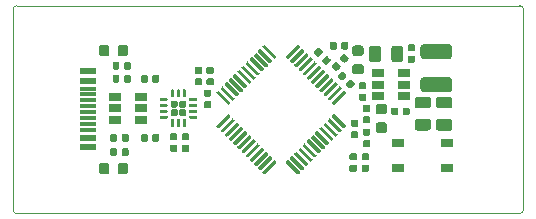
<source format=gtp>
G04 #@! TF.GenerationSoftware,KiCad,Pcbnew,5.1.5+dfsg1-2build2*
G04 #@! TF.CreationDate,2020-10-31T17:23:00+01:00*
G04 #@! TF.ProjectId,OtterPill,4f747465-7250-4696-9c6c-2e6b69636164,rev?*
G04 #@! TF.SameCoordinates,Original*
G04 #@! TF.FileFunction,Paste,Top*
G04 #@! TF.FilePolarity,Positive*
%FSLAX46Y46*%
G04 Gerber Fmt 4.6, Leading zero omitted, Abs format (unit mm)*
G04 Created by KiCad (PCBNEW 5.1.5+dfsg1-2build2) date 2020-10-31 17:23:00*
%MOMM*%
%LPD*%
G04 APERTURE LIST*
%ADD10C,0.050000*%
%ADD11C,0.100000*%
%ADD12R,1.050000X0.650000*%
%ADD13R,1.060000X0.650000*%
%ADD14R,1.450000X0.600000*%
%ADD15R,1.450000X0.300000*%
G04 APERTURE END LIST*
D10*
X63200000Y-37100000D02*
G75*
G02X62900000Y-37400000I-300000J0D01*
G01*
X62900000Y-19800000D02*
G75*
G02X63200000Y-20100000I0J-300000D01*
G01*
X20000000Y-20100000D02*
G75*
G02X20300000Y-19800000I300000J0D01*
G01*
X20300000Y-37400000D02*
G75*
G02X20000000Y-37100000I0J300000D01*
G01*
X20000000Y-37100000D02*
X20000000Y-20100000D01*
X62900000Y-37400000D02*
X20300000Y-37400000D01*
X63200000Y-20100000D02*
X63200000Y-37100000D01*
X20300000Y-19800000D02*
X62900000Y-19800000D01*
D11*
G36*
X49477691Y-23176053D02*
G01*
X49498926Y-23179203D01*
X49519750Y-23184419D01*
X49539962Y-23191651D01*
X49559368Y-23200830D01*
X49577781Y-23211866D01*
X49595024Y-23224654D01*
X49610930Y-23239070D01*
X49625346Y-23254976D01*
X49638134Y-23272219D01*
X49649170Y-23290632D01*
X49658349Y-23310038D01*
X49665581Y-23330250D01*
X49670797Y-23351074D01*
X49673947Y-23372309D01*
X49675000Y-23393750D01*
X49675000Y-23831250D01*
X49673947Y-23852691D01*
X49670797Y-23873926D01*
X49665581Y-23894750D01*
X49658349Y-23914962D01*
X49649170Y-23934368D01*
X49638134Y-23952781D01*
X49625346Y-23970024D01*
X49610930Y-23985930D01*
X49595024Y-24000346D01*
X49577781Y-24013134D01*
X49559368Y-24024170D01*
X49539962Y-24033349D01*
X49519750Y-24040581D01*
X49498926Y-24045797D01*
X49477691Y-24048947D01*
X49456250Y-24050000D01*
X48943750Y-24050000D01*
X48922309Y-24048947D01*
X48901074Y-24045797D01*
X48880250Y-24040581D01*
X48860038Y-24033349D01*
X48840632Y-24024170D01*
X48822219Y-24013134D01*
X48804976Y-24000346D01*
X48789070Y-23985930D01*
X48774654Y-23970024D01*
X48761866Y-23952781D01*
X48750830Y-23934368D01*
X48741651Y-23914962D01*
X48734419Y-23894750D01*
X48729203Y-23873926D01*
X48726053Y-23852691D01*
X48725000Y-23831250D01*
X48725000Y-23393750D01*
X48726053Y-23372309D01*
X48729203Y-23351074D01*
X48734419Y-23330250D01*
X48741651Y-23310038D01*
X48750830Y-23290632D01*
X48761866Y-23272219D01*
X48774654Y-23254976D01*
X48789070Y-23239070D01*
X48804976Y-23224654D01*
X48822219Y-23211866D01*
X48840632Y-23200830D01*
X48860038Y-23191651D01*
X48880250Y-23184419D01*
X48901074Y-23179203D01*
X48922309Y-23176053D01*
X48943750Y-23175000D01*
X49456250Y-23175000D01*
X49477691Y-23176053D01*
G37*
G36*
X49477691Y-24751053D02*
G01*
X49498926Y-24754203D01*
X49519750Y-24759419D01*
X49539962Y-24766651D01*
X49559368Y-24775830D01*
X49577781Y-24786866D01*
X49595024Y-24799654D01*
X49610930Y-24814070D01*
X49625346Y-24829976D01*
X49638134Y-24847219D01*
X49649170Y-24865632D01*
X49658349Y-24885038D01*
X49665581Y-24905250D01*
X49670797Y-24926074D01*
X49673947Y-24947309D01*
X49675000Y-24968750D01*
X49675000Y-25406250D01*
X49673947Y-25427691D01*
X49670797Y-25448926D01*
X49665581Y-25469750D01*
X49658349Y-25489962D01*
X49649170Y-25509368D01*
X49638134Y-25527781D01*
X49625346Y-25545024D01*
X49610930Y-25560930D01*
X49595024Y-25575346D01*
X49577781Y-25588134D01*
X49559368Y-25599170D01*
X49539962Y-25608349D01*
X49519750Y-25615581D01*
X49498926Y-25620797D01*
X49477691Y-25623947D01*
X49456250Y-25625000D01*
X48943750Y-25625000D01*
X48922309Y-25623947D01*
X48901074Y-25620797D01*
X48880250Y-25615581D01*
X48860038Y-25608349D01*
X48840632Y-25599170D01*
X48822219Y-25588134D01*
X48804976Y-25575346D01*
X48789070Y-25560930D01*
X48774654Y-25545024D01*
X48761866Y-25527781D01*
X48750830Y-25509368D01*
X48741651Y-25489962D01*
X48734419Y-25469750D01*
X48729203Y-25448926D01*
X48726053Y-25427691D01*
X48725000Y-25406250D01*
X48725000Y-24968750D01*
X48726053Y-24947309D01*
X48729203Y-24926074D01*
X48734419Y-24905250D01*
X48741651Y-24885038D01*
X48750830Y-24865632D01*
X48761866Y-24847219D01*
X48774654Y-24829976D01*
X48789070Y-24814070D01*
X48804976Y-24799654D01*
X48822219Y-24786866D01*
X48840632Y-24775830D01*
X48860038Y-24766651D01*
X48880250Y-24759419D01*
X48901074Y-24754203D01*
X48922309Y-24751053D01*
X48943750Y-24750000D01*
X49456250Y-24750000D01*
X49477691Y-24751053D01*
G37*
G36*
X48039727Y-23883989D02*
G01*
X48054045Y-23886113D01*
X48068086Y-23889630D01*
X48081715Y-23894507D01*
X48094800Y-23900696D01*
X48107216Y-23908137D01*
X48118842Y-23916760D01*
X48129567Y-23926481D01*
X48373519Y-24170433D01*
X48383240Y-24181158D01*
X48391863Y-24192784D01*
X48399304Y-24205200D01*
X48405493Y-24218285D01*
X48410370Y-24231914D01*
X48413887Y-24245955D01*
X48416011Y-24260273D01*
X48416721Y-24274731D01*
X48416011Y-24289189D01*
X48413887Y-24303507D01*
X48410370Y-24317548D01*
X48405493Y-24331177D01*
X48399304Y-24344262D01*
X48391863Y-24356678D01*
X48383240Y-24368304D01*
X48373519Y-24379029D01*
X48164923Y-24587625D01*
X48154198Y-24597346D01*
X48142572Y-24605969D01*
X48130156Y-24613410D01*
X48117071Y-24619599D01*
X48103442Y-24624476D01*
X48089401Y-24627993D01*
X48075083Y-24630117D01*
X48060625Y-24630827D01*
X48046167Y-24630117D01*
X48031849Y-24627993D01*
X48017808Y-24624476D01*
X48004179Y-24619599D01*
X47991094Y-24613410D01*
X47978678Y-24605969D01*
X47967052Y-24597346D01*
X47956327Y-24587625D01*
X47712375Y-24343673D01*
X47702654Y-24332948D01*
X47694031Y-24321322D01*
X47686590Y-24308906D01*
X47680401Y-24295821D01*
X47675524Y-24282192D01*
X47672007Y-24268151D01*
X47669883Y-24253833D01*
X47669173Y-24239375D01*
X47669883Y-24224917D01*
X47672007Y-24210599D01*
X47675524Y-24196558D01*
X47680401Y-24182929D01*
X47686590Y-24169844D01*
X47694031Y-24157428D01*
X47702654Y-24145802D01*
X47712375Y-24135077D01*
X47920971Y-23926481D01*
X47931696Y-23916760D01*
X47943322Y-23908137D01*
X47955738Y-23900696D01*
X47968823Y-23894507D01*
X47982452Y-23889630D01*
X47996493Y-23886113D01*
X48010811Y-23883989D01*
X48025269Y-23883279D01*
X48039727Y-23883989D01*
G37*
G36*
X47353833Y-24569883D02*
G01*
X47368151Y-24572007D01*
X47382192Y-24575524D01*
X47395821Y-24580401D01*
X47408906Y-24586590D01*
X47421322Y-24594031D01*
X47432948Y-24602654D01*
X47443673Y-24612375D01*
X47687625Y-24856327D01*
X47697346Y-24867052D01*
X47705969Y-24878678D01*
X47713410Y-24891094D01*
X47719599Y-24904179D01*
X47724476Y-24917808D01*
X47727993Y-24931849D01*
X47730117Y-24946167D01*
X47730827Y-24960625D01*
X47730117Y-24975083D01*
X47727993Y-24989401D01*
X47724476Y-25003442D01*
X47719599Y-25017071D01*
X47713410Y-25030156D01*
X47705969Y-25042572D01*
X47697346Y-25054198D01*
X47687625Y-25064923D01*
X47479029Y-25273519D01*
X47468304Y-25283240D01*
X47456678Y-25291863D01*
X47444262Y-25299304D01*
X47431177Y-25305493D01*
X47417548Y-25310370D01*
X47403507Y-25313887D01*
X47389189Y-25316011D01*
X47374731Y-25316721D01*
X47360273Y-25316011D01*
X47345955Y-25313887D01*
X47331914Y-25310370D01*
X47318285Y-25305493D01*
X47305200Y-25299304D01*
X47292784Y-25291863D01*
X47281158Y-25283240D01*
X47270433Y-25273519D01*
X47026481Y-25029567D01*
X47016760Y-25018842D01*
X47008137Y-25007216D01*
X47000696Y-24994800D01*
X46994507Y-24981715D01*
X46989630Y-24968086D01*
X46986113Y-24954045D01*
X46983989Y-24939727D01*
X46983279Y-24925269D01*
X46983989Y-24910811D01*
X46986113Y-24896493D01*
X46989630Y-24882452D01*
X46994507Y-24868823D01*
X47000696Y-24855738D01*
X47008137Y-24843322D01*
X47016760Y-24831696D01*
X47026481Y-24820971D01*
X47235077Y-24612375D01*
X47245802Y-24602654D01*
X47257428Y-24594031D01*
X47269844Y-24586590D01*
X47282929Y-24580401D01*
X47296558Y-24575524D01*
X47310599Y-24572007D01*
X47324917Y-24569883D01*
X47339375Y-24569173D01*
X47353833Y-24569883D01*
G37*
G36*
X47889189Y-25383989D02*
G01*
X47903507Y-25386113D01*
X47917548Y-25389630D01*
X47931177Y-25394507D01*
X47944262Y-25400696D01*
X47956678Y-25408137D01*
X47968304Y-25416760D01*
X47979029Y-25426481D01*
X48187625Y-25635077D01*
X48197346Y-25645802D01*
X48205969Y-25657428D01*
X48213410Y-25669844D01*
X48219599Y-25682929D01*
X48224476Y-25696558D01*
X48227993Y-25710599D01*
X48230117Y-25724917D01*
X48230827Y-25739375D01*
X48230117Y-25753833D01*
X48227993Y-25768151D01*
X48224476Y-25782192D01*
X48219599Y-25795821D01*
X48213410Y-25808906D01*
X48205969Y-25821322D01*
X48197346Y-25832948D01*
X48187625Y-25843673D01*
X47943673Y-26087625D01*
X47932948Y-26097346D01*
X47921322Y-26105969D01*
X47908906Y-26113410D01*
X47895821Y-26119599D01*
X47882192Y-26124476D01*
X47868151Y-26127993D01*
X47853833Y-26130117D01*
X47839375Y-26130827D01*
X47824917Y-26130117D01*
X47810599Y-26127993D01*
X47796558Y-26124476D01*
X47782929Y-26119599D01*
X47769844Y-26113410D01*
X47757428Y-26105969D01*
X47745802Y-26097346D01*
X47735077Y-26087625D01*
X47526481Y-25879029D01*
X47516760Y-25868304D01*
X47508137Y-25856678D01*
X47500696Y-25844262D01*
X47494507Y-25831177D01*
X47489630Y-25817548D01*
X47486113Y-25803507D01*
X47483989Y-25789189D01*
X47483279Y-25774731D01*
X47483989Y-25760273D01*
X47486113Y-25745955D01*
X47489630Y-25731914D01*
X47494507Y-25718285D01*
X47500696Y-25705200D01*
X47508137Y-25692784D01*
X47516760Y-25681158D01*
X47526481Y-25670433D01*
X47770433Y-25426481D01*
X47781158Y-25416760D01*
X47792784Y-25408137D01*
X47805200Y-25400696D01*
X47818285Y-25394507D01*
X47831914Y-25389630D01*
X47845955Y-25386113D01*
X47860273Y-25383989D01*
X47874731Y-25383279D01*
X47889189Y-25383989D01*
G37*
G36*
X48575083Y-26069883D02*
G01*
X48589401Y-26072007D01*
X48603442Y-26075524D01*
X48617071Y-26080401D01*
X48630156Y-26086590D01*
X48642572Y-26094031D01*
X48654198Y-26102654D01*
X48664923Y-26112375D01*
X48873519Y-26320971D01*
X48883240Y-26331696D01*
X48891863Y-26343322D01*
X48899304Y-26355738D01*
X48905493Y-26368823D01*
X48910370Y-26382452D01*
X48913887Y-26396493D01*
X48916011Y-26410811D01*
X48916721Y-26425269D01*
X48916011Y-26439727D01*
X48913887Y-26454045D01*
X48910370Y-26468086D01*
X48905493Y-26481715D01*
X48899304Y-26494800D01*
X48891863Y-26507216D01*
X48883240Y-26518842D01*
X48873519Y-26529567D01*
X48629567Y-26773519D01*
X48618842Y-26783240D01*
X48607216Y-26791863D01*
X48594800Y-26799304D01*
X48581715Y-26805493D01*
X48568086Y-26810370D01*
X48554045Y-26813887D01*
X48539727Y-26816011D01*
X48525269Y-26816721D01*
X48510811Y-26816011D01*
X48496493Y-26813887D01*
X48482452Y-26810370D01*
X48468823Y-26805493D01*
X48455738Y-26799304D01*
X48443322Y-26791863D01*
X48431696Y-26783240D01*
X48420971Y-26773519D01*
X48212375Y-26564923D01*
X48202654Y-26554198D01*
X48194031Y-26542572D01*
X48186590Y-26530156D01*
X48180401Y-26517071D01*
X48175524Y-26503442D01*
X48172007Y-26489401D01*
X48169883Y-26475083D01*
X48169173Y-26460625D01*
X48169883Y-26446167D01*
X48172007Y-26431849D01*
X48175524Y-26417808D01*
X48180401Y-26404179D01*
X48186590Y-26391094D01*
X48194031Y-26378678D01*
X48202654Y-26367052D01*
X48212375Y-26356327D01*
X48456327Y-26112375D01*
X48467052Y-26102654D01*
X48478678Y-26094031D01*
X48491094Y-26086590D01*
X48504179Y-26080401D01*
X48517808Y-26075524D01*
X48531849Y-26072007D01*
X48546167Y-26069883D01*
X48560625Y-26069173D01*
X48575083Y-26069883D01*
G37*
G36*
X48246958Y-22880710D02*
G01*
X48261276Y-22882834D01*
X48275317Y-22886351D01*
X48288946Y-22891228D01*
X48302031Y-22897417D01*
X48314447Y-22904858D01*
X48326073Y-22913481D01*
X48336798Y-22923202D01*
X48346519Y-22933927D01*
X48355142Y-22945553D01*
X48362583Y-22957969D01*
X48368772Y-22971054D01*
X48373649Y-22984683D01*
X48377166Y-22998724D01*
X48379290Y-23013042D01*
X48380000Y-23027500D01*
X48380000Y-23372500D01*
X48379290Y-23386958D01*
X48377166Y-23401276D01*
X48373649Y-23415317D01*
X48368772Y-23428946D01*
X48362583Y-23442031D01*
X48355142Y-23454447D01*
X48346519Y-23466073D01*
X48336798Y-23476798D01*
X48326073Y-23486519D01*
X48314447Y-23495142D01*
X48302031Y-23502583D01*
X48288946Y-23508772D01*
X48275317Y-23513649D01*
X48261276Y-23517166D01*
X48246958Y-23519290D01*
X48232500Y-23520000D01*
X47937500Y-23520000D01*
X47923042Y-23519290D01*
X47908724Y-23517166D01*
X47894683Y-23513649D01*
X47881054Y-23508772D01*
X47867969Y-23502583D01*
X47855553Y-23495142D01*
X47843927Y-23486519D01*
X47833202Y-23476798D01*
X47823481Y-23466073D01*
X47814858Y-23454447D01*
X47807417Y-23442031D01*
X47801228Y-23428946D01*
X47796351Y-23415317D01*
X47792834Y-23401276D01*
X47790710Y-23386958D01*
X47790000Y-23372500D01*
X47790000Y-23027500D01*
X47790710Y-23013042D01*
X47792834Y-22998724D01*
X47796351Y-22984683D01*
X47801228Y-22971054D01*
X47807417Y-22957969D01*
X47814858Y-22945553D01*
X47823481Y-22933927D01*
X47833202Y-22923202D01*
X47843927Y-22913481D01*
X47855553Y-22904858D01*
X47867969Y-22897417D01*
X47881054Y-22891228D01*
X47894683Y-22886351D01*
X47908724Y-22882834D01*
X47923042Y-22880710D01*
X47937500Y-22880000D01*
X48232500Y-22880000D01*
X48246958Y-22880710D01*
G37*
G36*
X47276958Y-22880710D02*
G01*
X47291276Y-22882834D01*
X47305317Y-22886351D01*
X47318946Y-22891228D01*
X47332031Y-22897417D01*
X47344447Y-22904858D01*
X47356073Y-22913481D01*
X47366798Y-22923202D01*
X47376519Y-22933927D01*
X47385142Y-22945553D01*
X47392583Y-22957969D01*
X47398772Y-22971054D01*
X47403649Y-22984683D01*
X47407166Y-22998724D01*
X47409290Y-23013042D01*
X47410000Y-23027500D01*
X47410000Y-23372500D01*
X47409290Y-23386958D01*
X47407166Y-23401276D01*
X47403649Y-23415317D01*
X47398772Y-23428946D01*
X47392583Y-23442031D01*
X47385142Y-23454447D01*
X47376519Y-23466073D01*
X47366798Y-23476798D01*
X47356073Y-23486519D01*
X47344447Y-23495142D01*
X47332031Y-23502583D01*
X47318946Y-23508772D01*
X47305317Y-23513649D01*
X47291276Y-23517166D01*
X47276958Y-23519290D01*
X47262500Y-23520000D01*
X46967500Y-23520000D01*
X46953042Y-23519290D01*
X46938724Y-23517166D01*
X46924683Y-23513649D01*
X46911054Y-23508772D01*
X46897969Y-23502583D01*
X46885553Y-23495142D01*
X46873927Y-23486519D01*
X46863202Y-23476798D01*
X46853481Y-23466073D01*
X46844858Y-23454447D01*
X46837417Y-23442031D01*
X46831228Y-23428946D01*
X46826351Y-23415317D01*
X46822834Y-23401276D01*
X46820710Y-23386958D01*
X46820000Y-23372500D01*
X46820000Y-23027500D01*
X46820710Y-23013042D01*
X46822834Y-22998724D01*
X46826351Y-22984683D01*
X46831228Y-22971054D01*
X46837417Y-22957969D01*
X46844858Y-22945553D01*
X46853481Y-22933927D01*
X46863202Y-22923202D01*
X46873927Y-22913481D01*
X46885553Y-22904858D01*
X46897969Y-22897417D01*
X46911054Y-22891228D01*
X46924683Y-22886351D01*
X46938724Y-22882834D01*
X46953042Y-22880710D01*
X46967500Y-22880000D01*
X47262500Y-22880000D01*
X47276958Y-22880710D01*
G37*
G36*
X51457691Y-28116053D02*
G01*
X51478926Y-28119203D01*
X51499750Y-28124419D01*
X51519962Y-28131651D01*
X51539368Y-28140830D01*
X51557781Y-28151866D01*
X51575024Y-28164654D01*
X51590930Y-28179070D01*
X51605346Y-28194976D01*
X51618134Y-28212219D01*
X51629170Y-28230632D01*
X51638349Y-28250038D01*
X51645581Y-28270250D01*
X51650797Y-28291074D01*
X51653947Y-28312309D01*
X51655000Y-28333750D01*
X51655000Y-28771250D01*
X51653947Y-28792691D01*
X51650797Y-28813926D01*
X51645581Y-28834750D01*
X51638349Y-28854962D01*
X51629170Y-28874368D01*
X51618134Y-28892781D01*
X51605346Y-28910024D01*
X51590930Y-28925930D01*
X51575024Y-28940346D01*
X51557781Y-28953134D01*
X51539368Y-28964170D01*
X51519962Y-28973349D01*
X51499750Y-28980581D01*
X51478926Y-28985797D01*
X51457691Y-28988947D01*
X51436250Y-28990000D01*
X50923750Y-28990000D01*
X50902309Y-28988947D01*
X50881074Y-28985797D01*
X50860250Y-28980581D01*
X50840038Y-28973349D01*
X50820632Y-28964170D01*
X50802219Y-28953134D01*
X50784976Y-28940346D01*
X50769070Y-28925930D01*
X50754654Y-28910024D01*
X50741866Y-28892781D01*
X50730830Y-28874368D01*
X50721651Y-28854962D01*
X50714419Y-28834750D01*
X50709203Y-28813926D01*
X50706053Y-28792691D01*
X50705000Y-28771250D01*
X50705000Y-28333750D01*
X50706053Y-28312309D01*
X50709203Y-28291074D01*
X50714419Y-28270250D01*
X50721651Y-28250038D01*
X50730830Y-28230632D01*
X50741866Y-28212219D01*
X50754654Y-28194976D01*
X50769070Y-28179070D01*
X50784976Y-28164654D01*
X50802219Y-28151866D01*
X50820632Y-28140830D01*
X50840038Y-28131651D01*
X50860250Y-28124419D01*
X50881074Y-28119203D01*
X50902309Y-28116053D01*
X50923750Y-28115000D01*
X51436250Y-28115000D01*
X51457691Y-28116053D01*
G37*
G36*
X51457691Y-29691053D02*
G01*
X51478926Y-29694203D01*
X51499750Y-29699419D01*
X51519962Y-29706651D01*
X51539368Y-29715830D01*
X51557781Y-29726866D01*
X51575024Y-29739654D01*
X51590930Y-29754070D01*
X51605346Y-29769976D01*
X51618134Y-29787219D01*
X51629170Y-29805632D01*
X51638349Y-29825038D01*
X51645581Y-29845250D01*
X51650797Y-29866074D01*
X51653947Y-29887309D01*
X51655000Y-29908750D01*
X51655000Y-30346250D01*
X51653947Y-30367691D01*
X51650797Y-30388926D01*
X51645581Y-30409750D01*
X51638349Y-30429962D01*
X51629170Y-30449368D01*
X51618134Y-30467781D01*
X51605346Y-30485024D01*
X51590930Y-30500930D01*
X51575024Y-30515346D01*
X51557781Y-30528134D01*
X51539368Y-30539170D01*
X51519962Y-30548349D01*
X51499750Y-30555581D01*
X51478926Y-30560797D01*
X51457691Y-30563947D01*
X51436250Y-30565000D01*
X50923750Y-30565000D01*
X50902309Y-30563947D01*
X50881074Y-30560797D01*
X50860250Y-30555581D01*
X50840038Y-30548349D01*
X50820632Y-30539170D01*
X50802219Y-30528134D01*
X50784976Y-30515346D01*
X50769070Y-30500930D01*
X50754654Y-30485024D01*
X50741866Y-30467781D01*
X50730830Y-30449368D01*
X50721651Y-30429962D01*
X50714419Y-30409750D01*
X50709203Y-30388926D01*
X50706053Y-30367691D01*
X50705000Y-30346250D01*
X50705000Y-29908750D01*
X50706053Y-29887309D01*
X50709203Y-29866074D01*
X50714419Y-29845250D01*
X50721651Y-29825038D01*
X50730830Y-29805632D01*
X50741866Y-29787219D01*
X50754654Y-29769976D01*
X50769070Y-29754070D01*
X50784976Y-29739654D01*
X50802219Y-29726866D01*
X50820632Y-29715830D01*
X50840038Y-29706651D01*
X50860250Y-29699419D01*
X50881074Y-29694203D01*
X50902309Y-29691053D01*
X50923750Y-29690000D01*
X51436250Y-29690000D01*
X51457691Y-29691053D01*
G37*
G36*
X50016958Y-33280710D02*
G01*
X50031276Y-33282834D01*
X50045317Y-33286351D01*
X50058946Y-33291228D01*
X50072031Y-33297417D01*
X50084447Y-33304858D01*
X50096073Y-33313481D01*
X50106798Y-33323202D01*
X50116519Y-33333927D01*
X50125142Y-33345553D01*
X50132583Y-33357969D01*
X50138772Y-33371054D01*
X50143649Y-33384683D01*
X50147166Y-33398724D01*
X50149290Y-33413042D01*
X50150000Y-33427500D01*
X50150000Y-33722500D01*
X50149290Y-33736958D01*
X50147166Y-33751276D01*
X50143649Y-33765317D01*
X50138772Y-33778946D01*
X50132583Y-33792031D01*
X50125142Y-33804447D01*
X50116519Y-33816073D01*
X50106798Y-33826798D01*
X50096073Y-33836519D01*
X50084447Y-33845142D01*
X50072031Y-33852583D01*
X50058946Y-33858772D01*
X50045317Y-33863649D01*
X50031276Y-33867166D01*
X50016958Y-33869290D01*
X50002500Y-33870000D01*
X49657500Y-33870000D01*
X49643042Y-33869290D01*
X49628724Y-33867166D01*
X49614683Y-33863649D01*
X49601054Y-33858772D01*
X49587969Y-33852583D01*
X49575553Y-33845142D01*
X49563927Y-33836519D01*
X49553202Y-33826798D01*
X49543481Y-33816073D01*
X49534858Y-33804447D01*
X49527417Y-33792031D01*
X49521228Y-33778946D01*
X49516351Y-33765317D01*
X49512834Y-33751276D01*
X49510710Y-33736958D01*
X49510000Y-33722500D01*
X49510000Y-33427500D01*
X49510710Y-33413042D01*
X49512834Y-33398724D01*
X49516351Y-33384683D01*
X49521228Y-33371054D01*
X49527417Y-33357969D01*
X49534858Y-33345553D01*
X49543481Y-33333927D01*
X49553202Y-33323202D01*
X49563927Y-33313481D01*
X49575553Y-33304858D01*
X49587969Y-33297417D01*
X49601054Y-33291228D01*
X49614683Y-33286351D01*
X49628724Y-33282834D01*
X49643042Y-33280710D01*
X49657500Y-33280000D01*
X50002500Y-33280000D01*
X50016958Y-33280710D01*
G37*
G36*
X50016958Y-32310710D02*
G01*
X50031276Y-32312834D01*
X50045317Y-32316351D01*
X50058946Y-32321228D01*
X50072031Y-32327417D01*
X50084447Y-32334858D01*
X50096073Y-32343481D01*
X50106798Y-32353202D01*
X50116519Y-32363927D01*
X50125142Y-32375553D01*
X50132583Y-32387969D01*
X50138772Y-32401054D01*
X50143649Y-32414683D01*
X50147166Y-32428724D01*
X50149290Y-32443042D01*
X50150000Y-32457500D01*
X50150000Y-32752500D01*
X50149290Y-32766958D01*
X50147166Y-32781276D01*
X50143649Y-32795317D01*
X50138772Y-32808946D01*
X50132583Y-32822031D01*
X50125142Y-32834447D01*
X50116519Y-32846073D01*
X50106798Y-32856798D01*
X50096073Y-32866519D01*
X50084447Y-32875142D01*
X50072031Y-32882583D01*
X50058946Y-32888772D01*
X50045317Y-32893649D01*
X50031276Y-32897166D01*
X50016958Y-32899290D01*
X50002500Y-32900000D01*
X49657500Y-32900000D01*
X49643042Y-32899290D01*
X49628724Y-32897166D01*
X49614683Y-32893649D01*
X49601054Y-32888772D01*
X49587969Y-32882583D01*
X49575553Y-32875142D01*
X49563927Y-32866519D01*
X49553202Y-32856798D01*
X49543481Y-32846073D01*
X49534858Y-32834447D01*
X49527417Y-32822031D01*
X49521228Y-32808946D01*
X49516351Y-32795317D01*
X49512834Y-32781276D01*
X49510710Y-32766958D01*
X49510000Y-32752500D01*
X49510000Y-32457500D01*
X49510710Y-32443042D01*
X49512834Y-32428724D01*
X49516351Y-32414683D01*
X49521228Y-32401054D01*
X49527417Y-32387969D01*
X49534858Y-32375553D01*
X49543481Y-32363927D01*
X49553202Y-32353202D01*
X49563927Y-32343481D01*
X49575553Y-32334858D01*
X49587969Y-32327417D01*
X49601054Y-32321228D01*
X49614683Y-32316351D01*
X49628724Y-32312834D01*
X49643042Y-32310710D01*
X49657500Y-32310000D01*
X50002500Y-32310000D01*
X50016958Y-32310710D01*
G37*
G36*
X56919504Y-23076204D02*
G01*
X56943773Y-23079804D01*
X56967571Y-23085765D01*
X56990671Y-23094030D01*
X57012849Y-23104520D01*
X57033893Y-23117133D01*
X57053598Y-23131747D01*
X57071777Y-23148223D01*
X57088253Y-23166402D01*
X57102867Y-23186107D01*
X57115480Y-23207151D01*
X57125970Y-23229329D01*
X57134235Y-23252429D01*
X57140196Y-23276227D01*
X57143796Y-23300496D01*
X57145000Y-23325000D01*
X57145000Y-24075000D01*
X57143796Y-24099504D01*
X57140196Y-24123773D01*
X57134235Y-24147571D01*
X57125970Y-24170671D01*
X57115480Y-24192849D01*
X57102867Y-24213893D01*
X57088253Y-24233598D01*
X57071777Y-24251777D01*
X57053598Y-24268253D01*
X57033893Y-24282867D01*
X57012849Y-24295480D01*
X56990671Y-24305970D01*
X56967571Y-24314235D01*
X56943773Y-24320196D01*
X56919504Y-24323796D01*
X56895000Y-24325000D01*
X54745000Y-24325000D01*
X54720496Y-24323796D01*
X54696227Y-24320196D01*
X54672429Y-24314235D01*
X54649329Y-24305970D01*
X54627151Y-24295480D01*
X54606107Y-24282867D01*
X54586402Y-24268253D01*
X54568223Y-24251777D01*
X54551747Y-24233598D01*
X54537133Y-24213893D01*
X54524520Y-24192849D01*
X54514030Y-24170671D01*
X54505765Y-24147571D01*
X54499804Y-24123773D01*
X54496204Y-24099504D01*
X54495000Y-24075000D01*
X54495000Y-23325000D01*
X54496204Y-23300496D01*
X54499804Y-23276227D01*
X54505765Y-23252429D01*
X54514030Y-23229329D01*
X54524520Y-23207151D01*
X54537133Y-23186107D01*
X54551747Y-23166402D01*
X54568223Y-23148223D01*
X54586402Y-23131747D01*
X54606107Y-23117133D01*
X54627151Y-23104520D01*
X54649329Y-23094030D01*
X54672429Y-23085765D01*
X54696227Y-23079804D01*
X54720496Y-23076204D01*
X54745000Y-23075000D01*
X56895000Y-23075000D01*
X56919504Y-23076204D01*
G37*
G36*
X56919504Y-25876204D02*
G01*
X56943773Y-25879804D01*
X56967571Y-25885765D01*
X56990671Y-25894030D01*
X57012849Y-25904520D01*
X57033893Y-25917133D01*
X57053598Y-25931747D01*
X57071777Y-25948223D01*
X57088253Y-25966402D01*
X57102867Y-25986107D01*
X57115480Y-26007151D01*
X57125970Y-26029329D01*
X57134235Y-26052429D01*
X57140196Y-26076227D01*
X57143796Y-26100496D01*
X57145000Y-26125000D01*
X57145000Y-26875000D01*
X57143796Y-26899504D01*
X57140196Y-26923773D01*
X57134235Y-26947571D01*
X57125970Y-26970671D01*
X57115480Y-26992849D01*
X57102867Y-27013893D01*
X57088253Y-27033598D01*
X57071777Y-27051777D01*
X57053598Y-27068253D01*
X57033893Y-27082867D01*
X57012849Y-27095480D01*
X56990671Y-27105970D01*
X56967571Y-27114235D01*
X56943773Y-27120196D01*
X56919504Y-27123796D01*
X56895000Y-27125000D01*
X54745000Y-27125000D01*
X54720496Y-27123796D01*
X54696227Y-27120196D01*
X54672429Y-27114235D01*
X54649329Y-27105970D01*
X54627151Y-27095480D01*
X54606107Y-27082867D01*
X54586402Y-27068253D01*
X54568223Y-27051777D01*
X54551747Y-27033598D01*
X54537133Y-27013893D01*
X54524520Y-26992849D01*
X54514030Y-26970671D01*
X54505765Y-26947571D01*
X54499804Y-26923773D01*
X54496204Y-26899504D01*
X54495000Y-26875000D01*
X54495000Y-26125000D01*
X54496204Y-26100496D01*
X54499804Y-26076227D01*
X54505765Y-26052429D01*
X54514030Y-26029329D01*
X54524520Y-26007151D01*
X54537133Y-25986107D01*
X54551747Y-25966402D01*
X54568223Y-25948223D01*
X54586402Y-25931747D01*
X54606107Y-25917133D01*
X54627151Y-25904520D01*
X54649329Y-25894030D01*
X54672429Y-25885765D01*
X54696227Y-25879804D01*
X54720496Y-25876204D01*
X54745000Y-25875000D01*
X56895000Y-25875000D01*
X56919504Y-25876204D01*
G37*
G36*
X55170142Y-27526174D02*
G01*
X55193803Y-27529684D01*
X55217007Y-27535496D01*
X55239529Y-27543554D01*
X55261153Y-27553782D01*
X55281670Y-27566079D01*
X55300883Y-27580329D01*
X55318607Y-27596393D01*
X55334671Y-27614117D01*
X55348921Y-27633330D01*
X55361218Y-27653847D01*
X55371446Y-27675471D01*
X55379504Y-27697993D01*
X55385316Y-27721197D01*
X55388826Y-27744858D01*
X55390000Y-27768750D01*
X55390000Y-28256250D01*
X55388826Y-28280142D01*
X55385316Y-28303803D01*
X55379504Y-28327007D01*
X55371446Y-28349529D01*
X55361218Y-28371153D01*
X55348921Y-28391670D01*
X55334671Y-28410883D01*
X55318607Y-28428607D01*
X55300883Y-28444671D01*
X55281670Y-28458921D01*
X55261153Y-28471218D01*
X55239529Y-28481446D01*
X55217007Y-28489504D01*
X55193803Y-28495316D01*
X55170142Y-28498826D01*
X55146250Y-28500000D01*
X54233750Y-28500000D01*
X54209858Y-28498826D01*
X54186197Y-28495316D01*
X54162993Y-28489504D01*
X54140471Y-28481446D01*
X54118847Y-28471218D01*
X54098330Y-28458921D01*
X54079117Y-28444671D01*
X54061393Y-28428607D01*
X54045329Y-28410883D01*
X54031079Y-28391670D01*
X54018782Y-28371153D01*
X54008554Y-28349529D01*
X54000496Y-28327007D01*
X53994684Y-28303803D01*
X53991174Y-28280142D01*
X53990000Y-28256250D01*
X53990000Y-27768750D01*
X53991174Y-27744858D01*
X53994684Y-27721197D01*
X54000496Y-27697993D01*
X54008554Y-27675471D01*
X54018782Y-27653847D01*
X54031079Y-27633330D01*
X54045329Y-27614117D01*
X54061393Y-27596393D01*
X54079117Y-27580329D01*
X54098330Y-27566079D01*
X54118847Y-27553782D01*
X54140471Y-27543554D01*
X54162993Y-27535496D01*
X54186197Y-27529684D01*
X54209858Y-27526174D01*
X54233750Y-27525000D01*
X55146250Y-27525000D01*
X55170142Y-27526174D01*
G37*
G36*
X55170142Y-29401174D02*
G01*
X55193803Y-29404684D01*
X55217007Y-29410496D01*
X55239529Y-29418554D01*
X55261153Y-29428782D01*
X55281670Y-29441079D01*
X55300883Y-29455329D01*
X55318607Y-29471393D01*
X55334671Y-29489117D01*
X55348921Y-29508330D01*
X55361218Y-29528847D01*
X55371446Y-29550471D01*
X55379504Y-29572993D01*
X55385316Y-29596197D01*
X55388826Y-29619858D01*
X55390000Y-29643750D01*
X55390000Y-30131250D01*
X55388826Y-30155142D01*
X55385316Y-30178803D01*
X55379504Y-30202007D01*
X55371446Y-30224529D01*
X55361218Y-30246153D01*
X55348921Y-30266670D01*
X55334671Y-30285883D01*
X55318607Y-30303607D01*
X55300883Y-30319671D01*
X55281670Y-30333921D01*
X55261153Y-30346218D01*
X55239529Y-30356446D01*
X55217007Y-30364504D01*
X55193803Y-30370316D01*
X55170142Y-30373826D01*
X55146250Y-30375000D01*
X54233750Y-30375000D01*
X54209858Y-30373826D01*
X54186197Y-30370316D01*
X54162993Y-30364504D01*
X54140471Y-30356446D01*
X54118847Y-30346218D01*
X54098330Y-30333921D01*
X54079117Y-30319671D01*
X54061393Y-30303607D01*
X54045329Y-30285883D01*
X54031079Y-30266670D01*
X54018782Y-30246153D01*
X54008554Y-30224529D01*
X54000496Y-30202007D01*
X53994684Y-30178803D01*
X53991174Y-30155142D01*
X53990000Y-30131250D01*
X53990000Y-29643750D01*
X53991174Y-29619858D01*
X53994684Y-29596197D01*
X54000496Y-29572993D01*
X54008554Y-29550471D01*
X54018782Y-29528847D01*
X54031079Y-29508330D01*
X54045329Y-29489117D01*
X54061393Y-29471393D01*
X54079117Y-29455329D01*
X54098330Y-29441079D01*
X54118847Y-29428782D01*
X54140471Y-29418554D01*
X54162993Y-29410496D01*
X54186197Y-29404684D01*
X54209858Y-29401174D01*
X54233750Y-29400000D01*
X55146250Y-29400000D01*
X55170142Y-29401174D01*
G37*
G36*
X52476958Y-28430710D02*
G01*
X52491276Y-28432834D01*
X52505317Y-28436351D01*
X52518946Y-28441228D01*
X52532031Y-28447417D01*
X52544447Y-28454858D01*
X52556073Y-28463481D01*
X52566798Y-28473202D01*
X52576519Y-28483927D01*
X52585142Y-28495553D01*
X52592583Y-28507969D01*
X52598772Y-28521054D01*
X52603649Y-28534683D01*
X52607166Y-28548724D01*
X52609290Y-28563042D01*
X52610000Y-28577500D01*
X52610000Y-28922500D01*
X52609290Y-28936958D01*
X52607166Y-28951276D01*
X52603649Y-28965317D01*
X52598772Y-28978946D01*
X52592583Y-28992031D01*
X52585142Y-29004447D01*
X52576519Y-29016073D01*
X52566798Y-29026798D01*
X52556073Y-29036519D01*
X52544447Y-29045142D01*
X52532031Y-29052583D01*
X52518946Y-29058772D01*
X52505317Y-29063649D01*
X52491276Y-29067166D01*
X52476958Y-29069290D01*
X52462500Y-29070000D01*
X52167500Y-29070000D01*
X52153042Y-29069290D01*
X52138724Y-29067166D01*
X52124683Y-29063649D01*
X52111054Y-29058772D01*
X52097969Y-29052583D01*
X52085553Y-29045142D01*
X52073927Y-29036519D01*
X52063202Y-29026798D01*
X52053481Y-29016073D01*
X52044858Y-29004447D01*
X52037417Y-28992031D01*
X52031228Y-28978946D01*
X52026351Y-28965317D01*
X52022834Y-28951276D01*
X52020710Y-28936958D01*
X52020000Y-28922500D01*
X52020000Y-28577500D01*
X52020710Y-28563042D01*
X52022834Y-28548724D01*
X52026351Y-28534683D01*
X52031228Y-28521054D01*
X52037417Y-28507969D01*
X52044858Y-28495553D01*
X52053481Y-28483927D01*
X52063202Y-28473202D01*
X52073927Y-28463481D01*
X52085553Y-28454858D01*
X52097969Y-28447417D01*
X52111054Y-28441228D01*
X52124683Y-28436351D01*
X52138724Y-28432834D01*
X52153042Y-28430710D01*
X52167500Y-28430000D01*
X52462500Y-28430000D01*
X52476958Y-28430710D01*
G37*
G36*
X53446958Y-28430710D02*
G01*
X53461276Y-28432834D01*
X53475317Y-28436351D01*
X53488946Y-28441228D01*
X53502031Y-28447417D01*
X53514447Y-28454858D01*
X53526073Y-28463481D01*
X53536798Y-28473202D01*
X53546519Y-28483927D01*
X53555142Y-28495553D01*
X53562583Y-28507969D01*
X53568772Y-28521054D01*
X53573649Y-28534683D01*
X53577166Y-28548724D01*
X53579290Y-28563042D01*
X53580000Y-28577500D01*
X53580000Y-28922500D01*
X53579290Y-28936958D01*
X53577166Y-28951276D01*
X53573649Y-28965317D01*
X53568772Y-28978946D01*
X53562583Y-28992031D01*
X53555142Y-29004447D01*
X53546519Y-29016073D01*
X53536798Y-29026798D01*
X53526073Y-29036519D01*
X53514447Y-29045142D01*
X53502031Y-29052583D01*
X53488946Y-29058772D01*
X53475317Y-29063649D01*
X53461276Y-29067166D01*
X53446958Y-29069290D01*
X53432500Y-29070000D01*
X53137500Y-29070000D01*
X53123042Y-29069290D01*
X53108724Y-29067166D01*
X53094683Y-29063649D01*
X53081054Y-29058772D01*
X53067969Y-29052583D01*
X53055553Y-29045142D01*
X53043927Y-29036519D01*
X53033202Y-29026798D01*
X53023481Y-29016073D01*
X53014858Y-29004447D01*
X53007417Y-28992031D01*
X53001228Y-28978946D01*
X52996351Y-28965317D01*
X52992834Y-28951276D01*
X52990710Y-28936958D01*
X52990000Y-28922500D01*
X52990000Y-28577500D01*
X52990710Y-28563042D01*
X52992834Y-28548724D01*
X52996351Y-28534683D01*
X53001228Y-28521054D01*
X53007417Y-28507969D01*
X53014858Y-28495553D01*
X53023481Y-28483927D01*
X53033202Y-28473202D01*
X53043927Y-28463481D01*
X53055553Y-28454858D01*
X53067969Y-28447417D01*
X53081054Y-28441228D01*
X53094683Y-28436351D01*
X53108724Y-28432834D01*
X53123042Y-28430710D01*
X53137500Y-28430000D01*
X53432500Y-28430000D01*
X53446958Y-28430710D01*
G37*
G36*
X48010652Y-26995031D02*
G01*
X48017933Y-26996111D01*
X48025072Y-26997899D01*
X48032002Y-27000379D01*
X48038656Y-27003526D01*
X48044969Y-27007310D01*
X48050880Y-27011694D01*
X48056334Y-27016637D01*
X48162400Y-27122703D01*
X48167343Y-27128157D01*
X48171727Y-27134068D01*
X48175511Y-27140381D01*
X48178658Y-27147035D01*
X48181138Y-27153965D01*
X48182926Y-27161104D01*
X48184006Y-27168385D01*
X48184367Y-27175736D01*
X48184006Y-27183087D01*
X48182926Y-27190368D01*
X48181138Y-27197507D01*
X48178658Y-27204437D01*
X48175511Y-27211091D01*
X48171727Y-27217404D01*
X48167343Y-27223315D01*
X48162400Y-27228769D01*
X47225484Y-28165685D01*
X47220030Y-28170628D01*
X47214119Y-28175012D01*
X47207806Y-28178796D01*
X47201152Y-28181943D01*
X47194222Y-28184423D01*
X47187083Y-28186211D01*
X47179802Y-28187291D01*
X47172451Y-28187652D01*
X47165100Y-28187291D01*
X47157819Y-28186211D01*
X47150680Y-28184423D01*
X47143750Y-28181943D01*
X47137096Y-28178796D01*
X47130783Y-28175012D01*
X47124872Y-28170628D01*
X47119418Y-28165685D01*
X47013352Y-28059619D01*
X47008409Y-28054165D01*
X47004025Y-28048254D01*
X47000241Y-28041941D01*
X46997094Y-28035287D01*
X46994614Y-28028357D01*
X46992826Y-28021218D01*
X46991746Y-28013937D01*
X46991385Y-28006586D01*
X46991746Y-27999235D01*
X46992826Y-27991954D01*
X46994614Y-27984815D01*
X46997094Y-27977885D01*
X47000241Y-27971231D01*
X47004025Y-27964918D01*
X47008409Y-27959007D01*
X47013352Y-27953553D01*
X47950268Y-27016637D01*
X47955722Y-27011694D01*
X47961633Y-27007310D01*
X47967946Y-27003526D01*
X47974600Y-27000379D01*
X47981530Y-26997899D01*
X47988669Y-26996111D01*
X47995950Y-26995031D01*
X48003301Y-26994670D01*
X48010652Y-26995031D01*
G37*
G36*
X47657098Y-26641477D02*
G01*
X47664379Y-26642557D01*
X47671518Y-26644345D01*
X47678448Y-26646825D01*
X47685102Y-26649972D01*
X47691415Y-26653756D01*
X47697326Y-26658140D01*
X47702780Y-26663083D01*
X47808846Y-26769149D01*
X47813789Y-26774603D01*
X47818173Y-26780514D01*
X47821957Y-26786827D01*
X47825104Y-26793481D01*
X47827584Y-26800411D01*
X47829372Y-26807550D01*
X47830452Y-26814831D01*
X47830813Y-26822182D01*
X47830452Y-26829533D01*
X47829372Y-26836814D01*
X47827584Y-26843953D01*
X47825104Y-26850883D01*
X47821957Y-26857537D01*
X47818173Y-26863850D01*
X47813789Y-26869761D01*
X47808846Y-26875215D01*
X46871930Y-27812131D01*
X46866476Y-27817074D01*
X46860565Y-27821458D01*
X46854252Y-27825242D01*
X46847598Y-27828389D01*
X46840668Y-27830869D01*
X46833529Y-27832657D01*
X46826248Y-27833737D01*
X46818897Y-27834098D01*
X46811546Y-27833737D01*
X46804265Y-27832657D01*
X46797126Y-27830869D01*
X46790196Y-27828389D01*
X46783542Y-27825242D01*
X46777229Y-27821458D01*
X46771318Y-27817074D01*
X46765864Y-27812131D01*
X46659798Y-27706065D01*
X46654855Y-27700611D01*
X46650471Y-27694700D01*
X46646687Y-27688387D01*
X46643540Y-27681733D01*
X46641060Y-27674803D01*
X46639272Y-27667664D01*
X46638192Y-27660383D01*
X46637831Y-27653032D01*
X46638192Y-27645681D01*
X46639272Y-27638400D01*
X46641060Y-27631261D01*
X46643540Y-27624331D01*
X46646687Y-27617677D01*
X46650471Y-27611364D01*
X46654855Y-27605453D01*
X46659798Y-27599999D01*
X47596714Y-26663083D01*
X47602168Y-26658140D01*
X47608079Y-26653756D01*
X47614392Y-26649972D01*
X47621046Y-26646825D01*
X47627976Y-26644345D01*
X47635115Y-26642557D01*
X47642396Y-26641477D01*
X47649747Y-26641116D01*
X47657098Y-26641477D01*
G37*
G36*
X47303545Y-26287924D02*
G01*
X47310826Y-26289004D01*
X47317965Y-26290792D01*
X47324895Y-26293272D01*
X47331549Y-26296419D01*
X47337862Y-26300203D01*
X47343773Y-26304587D01*
X47349227Y-26309530D01*
X47455293Y-26415596D01*
X47460236Y-26421050D01*
X47464620Y-26426961D01*
X47468404Y-26433274D01*
X47471551Y-26439928D01*
X47474031Y-26446858D01*
X47475819Y-26453997D01*
X47476899Y-26461278D01*
X47477260Y-26468629D01*
X47476899Y-26475980D01*
X47475819Y-26483261D01*
X47474031Y-26490400D01*
X47471551Y-26497330D01*
X47468404Y-26503984D01*
X47464620Y-26510297D01*
X47460236Y-26516208D01*
X47455293Y-26521662D01*
X46518377Y-27458578D01*
X46512923Y-27463521D01*
X46507012Y-27467905D01*
X46500699Y-27471689D01*
X46494045Y-27474836D01*
X46487115Y-27477316D01*
X46479976Y-27479104D01*
X46472695Y-27480184D01*
X46465344Y-27480545D01*
X46457993Y-27480184D01*
X46450712Y-27479104D01*
X46443573Y-27477316D01*
X46436643Y-27474836D01*
X46429989Y-27471689D01*
X46423676Y-27467905D01*
X46417765Y-27463521D01*
X46412311Y-27458578D01*
X46306245Y-27352512D01*
X46301302Y-27347058D01*
X46296918Y-27341147D01*
X46293134Y-27334834D01*
X46289987Y-27328180D01*
X46287507Y-27321250D01*
X46285719Y-27314111D01*
X46284639Y-27306830D01*
X46284278Y-27299479D01*
X46284639Y-27292128D01*
X46285719Y-27284847D01*
X46287507Y-27277708D01*
X46289987Y-27270778D01*
X46293134Y-27264124D01*
X46296918Y-27257811D01*
X46301302Y-27251900D01*
X46306245Y-27246446D01*
X47243161Y-26309530D01*
X47248615Y-26304587D01*
X47254526Y-26300203D01*
X47260839Y-26296419D01*
X47267493Y-26293272D01*
X47274423Y-26290792D01*
X47281562Y-26289004D01*
X47288843Y-26287924D01*
X47296194Y-26287563D01*
X47303545Y-26287924D01*
G37*
G36*
X46949991Y-25934370D02*
G01*
X46957272Y-25935450D01*
X46964411Y-25937238D01*
X46971341Y-25939718D01*
X46977995Y-25942865D01*
X46984308Y-25946649D01*
X46990219Y-25951033D01*
X46995673Y-25955976D01*
X47101739Y-26062042D01*
X47106682Y-26067496D01*
X47111066Y-26073407D01*
X47114850Y-26079720D01*
X47117997Y-26086374D01*
X47120477Y-26093304D01*
X47122265Y-26100443D01*
X47123345Y-26107724D01*
X47123706Y-26115075D01*
X47123345Y-26122426D01*
X47122265Y-26129707D01*
X47120477Y-26136846D01*
X47117997Y-26143776D01*
X47114850Y-26150430D01*
X47111066Y-26156743D01*
X47106682Y-26162654D01*
X47101739Y-26168108D01*
X46164823Y-27105024D01*
X46159369Y-27109967D01*
X46153458Y-27114351D01*
X46147145Y-27118135D01*
X46140491Y-27121282D01*
X46133561Y-27123762D01*
X46126422Y-27125550D01*
X46119141Y-27126630D01*
X46111790Y-27126991D01*
X46104439Y-27126630D01*
X46097158Y-27125550D01*
X46090019Y-27123762D01*
X46083089Y-27121282D01*
X46076435Y-27118135D01*
X46070122Y-27114351D01*
X46064211Y-27109967D01*
X46058757Y-27105024D01*
X45952691Y-26998958D01*
X45947748Y-26993504D01*
X45943364Y-26987593D01*
X45939580Y-26981280D01*
X45936433Y-26974626D01*
X45933953Y-26967696D01*
X45932165Y-26960557D01*
X45931085Y-26953276D01*
X45930724Y-26945925D01*
X45931085Y-26938574D01*
X45932165Y-26931293D01*
X45933953Y-26924154D01*
X45936433Y-26917224D01*
X45939580Y-26910570D01*
X45943364Y-26904257D01*
X45947748Y-26898346D01*
X45952691Y-26892892D01*
X46889607Y-25955976D01*
X46895061Y-25951033D01*
X46900972Y-25946649D01*
X46907285Y-25942865D01*
X46913939Y-25939718D01*
X46920869Y-25937238D01*
X46928008Y-25935450D01*
X46935289Y-25934370D01*
X46942640Y-25934009D01*
X46949991Y-25934370D01*
G37*
G36*
X46596438Y-25580817D02*
G01*
X46603719Y-25581897D01*
X46610858Y-25583685D01*
X46617788Y-25586165D01*
X46624442Y-25589312D01*
X46630755Y-25593096D01*
X46636666Y-25597480D01*
X46642120Y-25602423D01*
X46748186Y-25708489D01*
X46753129Y-25713943D01*
X46757513Y-25719854D01*
X46761297Y-25726167D01*
X46764444Y-25732821D01*
X46766924Y-25739751D01*
X46768712Y-25746890D01*
X46769792Y-25754171D01*
X46770153Y-25761522D01*
X46769792Y-25768873D01*
X46768712Y-25776154D01*
X46766924Y-25783293D01*
X46764444Y-25790223D01*
X46761297Y-25796877D01*
X46757513Y-25803190D01*
X46753129Y-25809101D01*
X46748186Y-25814555D01*
X45811270Y-26751471D01*
X45805816Y-26756414D01*
X45799905Y-26760798D01*
X45793592Y-26764582D01*
X45786938Y-26767729D01*
X45780008Y-26770209D01*
X45772869Y-26771997D01*
X45765588Y-26773077D01*
X45758237Y-26773438D01*
X45750886Y-26773077D01*
X45743605Y-26771997D01*
X45736466Y-26770209D01*
X45729536Y-26767729D01*
X45722882Y-26764582D01*
X45716569Y-26760798D01*
X45710658Y-26756414D01*
X45705204Y-26751471D01*
X45599138Y-26645405D01*
X45594195Y-26639951D01*
X45589811Y-26634040D01*
X45586027Y-26627727D01*
X45582880Y-26621073D01*
X45580400Y-26614143D01*
X45578612Y-26607004D01*
X45577532Y-26599723D01*
X45577171Y-26592372D01*
X45577532Y-26585021D01*
X45578612Y-26577740D01*
X45580400Y-26570601D01*
X45582880Y-26563671D01*
X45586027Y-26557017D01*
X45589811Y-26550704D01*
X45594195Y-26544793D01*
X45599138Y-26539339D01*
X46536054Y-25602423D01*
X46541508Y-25597480D01*
X46547419Y-25593096D01*
X46553732Y-25589312D01*
X46560386Y-25586165D01*
X46567316Y-25583685D01*
X46574455Y-25581897D01*
X46581736Y-25580817D01*
X46589087Y-25580456D01*
X46596438Y-25580817D01*
G37*
G36*
X46242885Y-25227264D02*
G01*
X46250166Y-25228344D01*
X46257305Y-25230132D01*
X46264235Y-25232612D01*
X46270889Y-25235759D01*
X46277202Y-25239543D01*
X46283113Y-25243927D01*
X46288567Y-25248870D01*
X46394633Y-25354936D01*
X46399576Y-25360390D01*
X46403960Y-25366301D01*
X46407744Y-25372614D01*
X46410891Y-25379268D01*
X46413371Y-25386198D01*
X46415159Y-25393337D01*
X46416239Y-25400618D01*
X46416600Y-25407969D01*
X46416239Y-25415320D01*
X46415159Y-25422601D01*
X46413371Y-25429740D01*
X46410891Y-25436670D01*
X46407744Y-25443324D01*
X46403960Y-25449637D01*
X46399576Y-25455548D01*
X46394633Y-25461002D01*
X45457717Y-26397918D01*
X45452263Y-26402861D01*
X45446352Y-26407245D01*
X45440039Y-26411029D01*
X45433385Y-26414176D01*
X45426455Y-26416656D01*
X45419316Y-26418444D01*
X45412035Y-26419524D01*
X45404684Y-26419885D01*
X45397333Y-26419524D01*
X45390052Y-26418444D01*
X45382913Y-26416656D01*
X45375983Y-26414176D01*
X45369329Y-26411029D01*
X45363016Y-26407245D01*
X45357105Y-26402861D01*
X45351651Y-26397918D01*
X45245585Y-26291852D01*
X45240642Y-26286398D01*
X45236258Y-26280487D01*
X45232474Y-26274174D01*
X45229327Y-26267520D01*
X45226847Y-26260590D01*
X45225059Y-26253451D01*
X45223979Y-26246170D01*
X45223618Y-26238819D01*
X45223979Y-26231468D01*
X45225059Y-26224187D01*
X45226847Y-26217048D01*
X45229327Y-26210118D01*
X45232474Y-26203464D01*
X45236258Y-26197151D01*
X45240642Y-26191240D01*
X45245585Y-26185786D01*
X46182501Y-25248870D01*
X46187955Y-25243927D01*
X46193866Y-25239543D01*
X46200179Y-25235759D01*
X46206833Y-25232612D01*
X46213763Y-25230132D01*
X46220902Y-25228344D01*
X46228183Y-25227264D01*
X46235534Y-25226903D01*
X46242885Y-25227264D01*
G37*
G36*
X45889331Y-24873710D02*
G01*
X45896612Y-24874790D01*
X45903751Y-24876578D01*
X45910681Y-24879058D01*
X45917335Y-24882205D01*
X45923648Y-24885989D01*
X45929559Y-24890373D01*
X45935013Y-24895316D01*
X46041079Y-25001382D01*
X46046022Y-25006836D01*
X46050406Y-25012747D01*
X46054190Y-25019060D01*
X46057337Y-25025714D01*
X46059817Y-25032644D01*
X46061605Y-25039783D01*
X46062685Y-25047064D01*
X46063046Y-25054415D01*
X46062685Y-25061766D01*
X46061605Y-25069047D01*
X46059817Y-25076186D01*
X46057337Y-25083116D01*
X46054190Y-25089770D01*
X46050406Y-25096083D01*
X46046022Y-25101994D01*
X46041079Y-25107448D01*
X45104163Y-26044364D01*
X45098709Y-26049307D01*
X45092798Y-26053691D01*
X45086485Y-26057475D01*
X45079831Y-26060622D01*
X45072901Y-26063102D01*
X45065762Y-26064890D01*
X45058481Y-26065970D01*
X45051130Y-26066331D01*
X45043779Y-26065970D01*
X45036498Y-26064890D01*
X45029359Y-26063102D01*
X45022429Y-26060622D01*
X45015775Y-26057475D01*
X45009462Y-26053691D01*
X45003551Y-26049307D01*
X44998097Y-26044364D01*
X44892031Y-25938298D01*
X44887088Y-25932844D01*
X44882704Y-25926933D01*
X44878920Y-25920620D01*
X44875773Y-25913966D01*
X44873293Y-25907036D01*
X44871505Y-25899897D01*
X44870425Y-25892616D01*
X44870064Y-25885265D01*
X44870425Y-25877914D01*
X44871505Y-25870633D01*
X44873293Y-25863494D01*
X44875773Y-25856564D01*
X44878920Y-25849910D01*
X44882704Y-25843597D01*
X44887088Y-25837686D01*
X44892031Y-25832232D01*
X45828947Y-24895316D01*
X45834401Y-24890373D01*
X45840312Y-24885989D01*
X45846625Y-24882205D01*
X45853279Y-24879058D01*
X45860209Y-24876578D01*
X45867348Y-24874790D01*
X45874629Y-24873710D01*
X45881980Y-24873349D01*
X45889331Y-24873710D01*
G37*
G36*
X45535778Y-24520157D02*
G01*
X45543059Y-24521237D01*
X45550198Y-24523025D01*
X45557128Y-24525505D01*
X45563782Y-24528652D01*
X45570095Y-24532436D01*
X45576006Y-24536820D01*
X45581460Y-24541763D01*
X45687526Y-24647829D01*
X45692469Y-24653283D01*
X45696853Y-24659194D01*
X45700637Y-24665507D01*
X45703784Y-24672161D01*
X45706264Y-24679091D01*
X45708052Y-24686230D01*
X45709132Y-24693511D01*
X45709493Y-24700862D01*
X45709132Y-24708213D01*
X45708052Y-24715494D01*
X45706264Y-24722633D01*
X45703784Y-24729563D01*
X45700637Y-24736217D01*
X45696853Y-24742530D01*
X45692469Y-24748441D01*
X45687526Y-24753895D01*
X44750610Y-25690811D01*
X44745156Y-25695754D01*
X44739245Y-25700138D01*
X44732932Y-25703922D01*
X44726278Y-25707069D01*
X44719348Y-25709549D01*
X44712209Y-25711337D01*
X44704928Y-25712417D01*
X44697577Y-25712778D01*
X44690226Y-25712417D01*
X44682945Y-25711337D01*
X44675806Y-25709549D01*
X44668876Y-25707069D01*
X44662222Y-25703922D01*
X44655909Y-25700138D01*
X44649998Y-25695754D01*
X44644544Y-25690811D01*
X44538478Y-25584745D01*
X44533535Y-25579291D01*
X44529151Y-25573380D01*
X44525367Y-25567067D01*
X44522220Y-25560413D01*
X44519740Y-25553483D01*
X44517952Y-25546344D01*
X44516872Y-25539063D01*
X44516511Y-25531712D01*
X44516872Y-25524361D01*
X44517952Y-25517080D01*
X44519740Y-25509941D01*
X44522220Y-25503011D01*
X44525367Y-25496357D01*
X44529151Y-25490044D01*
X44533535Y-25484133D01*
X44538478Y-25478679D01*
X45475394Y-24541763D01*
X45480848Y-24536820D01*
X45486759Y-24532436D01*
X45493072Y-24528652D01*
X45499726Y-24525505D01*
X45506656Y-24523025D01*
X45513795Y-24521237D01*
X45521076Y-24520157D01*
X45528427Y-24519796D01*
X45535778Y-24520157D01*
G37*
G36*
X45182225Y-24166604D02*
G01*
X45189506Y-24167684D01*
X45196645Y-24169472D01*
X45203575Y-24171952D01*
X45210229Y-24175099D01*
X45216542Y-24178883D01*
X45222453Y-24183267D01*
X45227907Y-24188210D01*
X45333973Y-24294276D01*
X45338916Y-24299730D01*
X45343300Y-24305641D01*
X45347084Y-24311954D01*
X45350231Y-24318608D01*
X45352711Y-24325538D01*
X45354499Y-24332677D01*
X45355579Y-24339958D01*
X45355940Y-24347309D01*
X45355579Y-24354660D01*
X45354499Y-24361941D01*
X45352711Y-24369080D01*
X45350231Y-24376010D01*
X45347084Y-24382664D01*
X45343300Y-24388977D01*
X45338916Y-24394888D01*
X45333973Y-24400342D01*
X44397057Y-25337258D01*
X44391603Y-25342201D01*
X44385692Y-25346585D01*
X44379379Y-25350369D01*
X44372725Y-25353516D01*
X44365795Y-25355996D01*
X44358656Y-25357784D01*
X44351375Y-25358864D01*
X44344024Y-25359225D01*
X44336673Y-25358864D01*
X44329392Y-25357784D01*
X44322253Y-25355996D01*
X44315323Y-25353516D01*
X44308669Y-25350369D01*
X44302356Y-25346585D01*
X44296445Y-25342201D01*
X44290991Y-25337258D01*
X44184925Y-25231192D01*
X44179982Y-25225738D01*
X44175598Y-25219827D01*
X44171814Y-25213514D01*
X44168667Y-25206860D01*
X44166187Y-25199930D01*
X44164399Y-25192791D01*
X44163319Y-25185510D01*
X44162958Y-25178159D01*
X44163319Y-25170808D01*
X44164399Y-25163527D01*
X44166187Y-25156388D01*
X44168667Y-25149458D01*
X44171814Y-25142804D01*
X44175598Y-25136491D01*
X44179982Y-25130580D01*
X44184925Y-25125126D01*
X45121841Y-24188210D01*
X45127295Y-24183267D01*
X45133206Y-24178883D01*
X45139519Y-24175099D01*
X45146173Y-24171952D01*
X45153103Y-24169472D01*
X45160242Y-24167684D01*
X45167523Y-24166604D01*
X45174874Y-24166243D01*
X45182225Y-24166604D01*
G37*
G36*
X44828671Y-23813050D02*
G01*
X44835952Y-23814130D01*
X44843091Y-23815918D01*
X44850021Y-23818398D01*
X44856675Y-23821545D01*
X44862988Y-23825329D01*
X44868899Y-23829713D01*
X44874353Y-23834656D01*
X44980419Y-23940722D01*
X44985362Y-23946176D01*
X44989746Y-23952087D01*
X44993530Y-23958400D01*
X44996677Y-23965054D01*
X44999157Y-23971984D01*
X45000945Y-23979123D01*
X45002025Y-23986404D01*
X45002386Y-23993755D01*
X45002025Y-24001106D01*
X45000945Y-24008387D01*
X44999157Y-24015526D01*
X44996677Y-24022456D01*
X44993530Y-24029110D01*
X44989746Y-24035423D01*
X44985362Y-24041334D01*
X44980419Y-24046788D01*
X44043503Y-24983704D01*
X44038049Y-24988647D01*
X44032138Y-24993031D01*
X44025825Y-24996815D01*
X44019171Y-24999962D01*
X44012241Y-25002442D01*
X44005102Y-25004230D01*
X43997821Y-25005310D01*
X43990470Y-25005671D01*
X43983119Y-25005310D01*
X43975838Y-25004230D01*
X43968699Y-25002442D01*
X43961769Y-24999962D01*
X43955115Y-24996815D01*
X43948802Y-24993031D01*
X43942891Y-24988647D01*
X43937437Y-24983704D01*
X43831371Y-24877638D01*
X43826428Y-24872184D01*
X43822044Y-24866273D01*
X43818260Y-24859960D01*
X43815113Y-24853306D01*
X43812633Y-24846376D01*
X43810845Y-24839237D01*
X43809765Y-24831956D01*
X43809404Y-24824605D01*
X43809765Y-24817254D01*
X43810845Y-24809973D01*
X43812633Y-24802834D01*
X43815113Y-24795904D01*
X43818260Y-24789250D01*
X43822044Y-24782937D01*
X43826428Y-24777026D01*
X43831371Y-24771572D01*
X44768287Y-23834656D01*
X44773741Y-23829713D01*
X44779652Y-23825329D01*
X44785965Y-23821545D01*
X44792619Y-23818398D01*
X44799549Y-23815918D01*
X44806688Y-23814130D01*
X44813969Y-23813050D01*
X44821320Y-23812689D01*
X44828671Y-23813050D01*
G37*
G36*
X44475118Y-23459497D02*
G01*
X44482399Y-23460577D01*
X44489538Y-23462365D01*
X44496468Y-23464845D01*
X44503122Y-23467992D01*
X44509435Y-23471776D01*
X44515346Y-23476160D01*
X44520800Y-23481103D01*
X44626866Y-23587169D01*
X44631809Y-23592623D01*
X44636193Y-23598534D01*
X44639977Y-23604847D01*
X44643124Y-23611501D01*
X44645604Y-23618431D01*
X44647392Y-23625570D01*
X44648472Y-23632851D01*
X44648833Y-23640202D01*
X44648472Y-23647553D01*
X44647392Y-23654834D01*
X44645604Y-23661973D01*
X44643124Y-23668903D01*
X44639977Y-23675557D01*
X44636193Y-23681870D01*
X44631809Y-23687781D01*
X44626866Y-23693235D01*
X43689950Y-24630151D01*
X43684496Y-24635094D01*
X43678585Y-24639478D01*
X43672272Y-24643262D01*
X43665618Y-24646409D01*
X43658688Y-24648889D01*
X43651549Y-24650677D01*
X43644268Y-24651757D01*
X43636917Y-24652118D01*
X43629566Y-24651757D01*
X43622285Y-24650677D01*
X43615146Y-24648889D01*
X43608216Y-24646409D01*
X43601562Y-24643262D01*
X43595249Y-24639478D01*
X43589338Y-24635094D01*
X43583884Y-24630151D01*
X43477818Y-24524085D01*
X43472875Y-24518631D01*
X43468491Y-24512720D01*
X43464707Y-24506407D01*
X43461560Y-24499753D01*
X43459080Y-24492823D01*
X43457292Y-24485684D01*
X43456212Y-24478403D01*
X43455851Y-24471052D01*
X43456212Y-24463701D01*
X43457292Y-24456420D01*
X43459080Y-24449281D01*
X43461560Y-24442351D01*
X43464707Y-24435697D01*
X43468491Y-24429384D01*
X43472875Y-24423473D01*
X43477818Y-24418019D01*
X44414734Y-23481103D01*
X44420188Y-23476160D01*
X44426099Y-23471776D01*
X44432412Y-23467992D01*
X44439066Y-23464845D01*
X44445996Y-23462365D01*
X44453135Y-23460577D01*
X44460416Y-23459497D01*
X44467767Y-23459136D01*
X44475118Y-23459497D01*
G37*
G36*
X44121564Y-23105943D02*
G01*
X44128845Y-23107023D01*
X44135984Y-23108811D01*
X44142914Y-23111291D01*
X44149568Y-23114438D01*
X44155881Y-23118222D01*
X44161792Y-23122606D01*
X44167246Y-23127549D01*
X44273312Y-23233615D01*
X44278255Y-23239069D01*
X44282639Y-23244980D01*
X44286423Y-23251293D01*
X44289570Y-23257947D01*
X44292050Y-23264877D01*
X44293838Y-23272016D01*
X44294918Y-23279297D01*
X44295279Y-23286648D01*
X44294918Y-23293999D01*
X44293838Y-23301280D01*
X44292050Y-23308419D01*
X44289570Y-23315349D01*
X44286423Y-23322003D01*
X44282639Y-23328316D01*
X44278255Y-23334227D01*
X44273312Y-23339681D01*
X43336396Y-24276597D01*
X43330942Y-24281540D01*
X43325031Y-24285924D01*
X43318718Y-24289708D01*
X43312064Y-24292855D01*
X43305134Y-24295335D01*
X43297995Y-24297123D01*
X43290714Y-24298203D01*
X43283363Y-24298564D01*
X43276012Y-24298203D01*
X43268731Y-24297123D01*
X43261592Y-24295335D01*
X43254662Y-24292855D01*
X43248008Y-24289708D01*
X43241695Y-24285924D01*
X43235784Y-24281540D01*
X43230330Y-24276597D01*
X43124264Y-24170531D01*
X43119321Y-24165077D01*
X43114937Y-24159166D01*
X43111153Y-24152853D01*
X43108006Y-24146199D01*
X43105526Y-24139269D01*
X43103738Y-24132130D01*
X43102658Y-24124849D01*
X43102297Y-24117498D01*
X43102658Y-24110147D01*
X43103738Y-24102866D01*
X43105526Y-24095727D01*
X43108006Y-24088797D01*
X43111153Y-24082143D01*
X43114937Y-24075830D01*
X43119321Y-24069919D01*
X43124264Y-24064465D01*
X44061180Y-23127549D01*
X44066634Y-23122606D01*
X44072545Y-23118222D01*
X44078858Y-23114438D01*
X44085512Y-23111291D01*
X44092442Y-23108811D01*
X44099581Y-23107023D01*
X44106862Y-23105943D01*
X44114213Y-23105582D01*
X44121564Y-23105943D01*
G37*
G36*
X41293138Y-23105943D02*
G01*
X41300419Y-23107023D01*
X41307558Y-23108811D01*
X41314488Y-23111291D01*
X41321142Y-23114438D01*
X41327455Y-23118222D01*
X41333366Y-23122606D01*
X41338820Y-23127549D01*
X42275736Y-24064465D01*
X42280679Y-24069919D01*
X42285063Y-24075830D01*
X42288847Y-24082143D01*
X42291994Y-24088797D01*
X42294474Y-24095727D01*
X42296262Y-24102866D01*
X42297342Y-24110147D01*
X42297703Y-24117498D01*
X42297342Y-24124849D01*
X42296262Y-24132130D01*
X42294474Y-24139269D01*
X42291994Y-24146199D01*
X42288847Y-24152853D01*
X42285063Y-24159166D01*
X42280679Y-24165077D01*
X42275736Y-24170531D01*
X42169670Y-24276597D01*
X42164216Y-24281540D01*
X42158305Y-24285924D01*
X42151992Y-24289708D01*
X42145338Y-24292855D01*
X42138408Y-24295335D01*
X42131269Y-24297123D01*
X42123988Y-24298203D01*
X42116637Y-24298564D01*
X42109286Y-24298203D01*
X42102005Y-24297123D01*
X42094866Y-24295335D01*
X42087936Y-24292855D01*
X42081282Y-24289708D01*
X42074969Y-24285924D01*
X42069058Y-24281540D01*
X42063604Y-24276597D01*
X41126688Y-23339681D01*
X41121745Y-23334227D01*
X41117361Y-23328316D01*
X41113577Y-23322003D01*
X41110430Y-23315349D01*
X41107950Y-23308419D01*
X41106162Y-23301280D01*
X41105082Y-23293999D01*
X41104721Y-23286648D01*
X41105082Y-23279297D01*
X41106162Y-23272016D01*
X41107950Y-23264877D01*
X41110430Y-23257947D01*
X41113577Y-23251293D01*
X41117361Y-23244980D01*
X41121745Y-23239069D01*
X41126688Y-23233615D01*
X41232754Y-23127549D01*
X41238208Y-23122606D01*
X41244119Y-23118222D01*
X41250432Y-23114438D01*
X41257086Y-23111291D01*
X41264016Y-23108811D01*
X41271155Y-23107023D01*
X41278436Y-23105943D01*
X41285787Y-23105582D01*
X41293138Y-23105943D01*
G37*
G36*
X40939584Y-23459497D02*
G01*
X40946865Y-23460577D01*
X40954004Y-23462365D01*
X40960934Y-23464845D01*
X40967588Y-23467992D01*
X40973901Y-23471776D01*
X40979812Y-23476160D01*
X40985266Y-23481103D01*
X41922182Y-24418019D01*
X41927125Y-24423473D01*
X41931509Y-24429384D01*
X41935293Y-24435697D01*
X41938440Y-24442351D01*
X41940920Y-24449281D01*
X41942708Y-24456420D01*
X41943788Y-24463701D01*
X41944149Y-24471052D01*
X41943788Y-24478403D01*
X41942708Y-24485684D01*
X41940920Y-24492823D01*
X41938440Y-24499753D01*
X41935293Y-24506407D01*
X41931509Y-24512720D01*
X41927125Y-24518631D01*
X41922182Y-24524085D01*
X41816116Y-24630151D01*
X41810662Y-24635094D01*
X41804751Y-24639478D01*
X41798438Y-24643262D01*
X41791784Y-24646409D01*
X41784854Y-24648889D01*
X41777715Y-24650677D01*
X41770434Y-24651757D01*
X41763083Y-24652118D01*
X41755732Y-24651757D01*
X41748451Y-24650677D01*
X41741312Y-24648889D01*
X41734382Y-24646409D01*
X41727728Y-24643262D01*
X41721415Y-24639478D01*
X41715504Y-24635094D01*
X41710050Y-24630151D01*
X40773134Y-23693235D01*
X40768191Y-23687781D01*
X40763807Y-23681870D01*
X40760023Y-23675557D01*
X40756876Y-23668903D01*
X40754396Y-23661973D01*
X40752608Y-23654834D01*
X40751528Y-23647553D01*
X40751167Y-23640202D01*
X40751528Y-23632851D01*
X40752608Y-23625570D01*
X40754396Y-23618431D01*
X40756876Y-23611501D01*
X40760023Y-23604847D01*
X40763807Y-23598534D01*
X40768191Y-23592623D01*
X40773134Y-23587169D01*
X40879200Y-23481103D01*
X40884654Y-23476160D01*
X40890565Y-23471776D01*
X40896878Y-23467992D01*
X40903532Y-23464845D01*
X40910462Y-23462365D01*
X40917601Y-23460577D01*
X40924882Y-23459497D01*
X40932233Y-23459136D01*
X40939584Y-23459497D01*
G37*
G36*
X40586031Y-23813050D02*
G01*
X40593312Y-23814130D01*
X40600451Y-23815918D01*
X40607381Y-23818398D01*
X40614035Y-23821545D01*
X40620348Y-23825329D01*
X40626259Y-23829713D01*
X40631713Y-23834656D01*
X41568629Y-24771572D01*
X41573572Y-24777026D01*
X41577956Y-24782937D01*
X41581740Y-24789250D01*
X41584887Y-24795904D01*
X41587367Y-24802834D01*
X41589155Y-24809973D01*
X41590235Y-24817254D01*
X41590596Y-24824605D01*
X41590235Y-24831956D01*
X41589155Y-24839237D01*
X41587367Y-24846376D01*
X41584887Y-24853306D01*
X41581740Y-24859960D01*
X41577956Y-24866273D01*
X41573572Y-24872184D01*
X41568629Y-24877638D01*
X41462563Y-24983704D01*
X41457109Y-24988647D01*
X41451198Y-24993031D01*
X41444885Y-24996815D01*
X41438231Y-24999962D01*
X41431301Y-25002442D01*
X41424162Y-25004230D01*
X41416881Y-25005310D01*
X41409530Y-25005671D01*
X41402179Y-25005310D01*
X41394898Y-25004230D01*
X41387759Y-25002442D01*
X41380829Y-24999962D01*
X41374175Y-24996815D01*
X41367862Y-24993031D01*
X41361951Y-24988647D01*
X41356497Y-24983704D01*
X40419581Y-24046788D01*
X40414638Y-24041334D01*
X40410254Y-24035423D01*
X40406470Y-24029110D01*
X40403323Y-24022456D01*
X40400843Y-24015526D01*
X40399055Y-24008387D01*
X40397975Y-24001106D01*
X40397614Y-23993755D01*
X40397975Y-23986404D01*
X40399055Y-23979123D01*
X40400843Y-23971984D01*
X40403323Y-23965054D01*
X40406470Y-23958400D01*
X40410254Y-23952087D01*
X40414638Y-23946176D01*
X40419581Y-23940722D01*
X40525647Y-23834656D01*
X40531101Y-23829713D01*
X40537012Y-23825329D01*
X40543325Y-23821545D01*
X40549979Y-23818398D01*
X40556909Y-23815918D01*
X40564048Y-23814130D01*
X40571329Y-23813050D01*
X40578680Y-23812689D01*
X40586031Y-23813050D01*
G37*
G36*
X40232477Y-24166604D02*
G01*
X40239758Y-24167684D01*
X40246897Y-24169472D01*
X40253827Y-24171952D01*
X40260481Y-24175099D01*
X40266794Y-24178883D01*
X40272705Y-24183267D01*
X40278159Y-24188210D01*
X41215075Y-25125126D01*
X41220018Y-25130580D01*
X41224402Y-25136491D01*
X41228186Y-25142804D01*
X41231333Y-25149458D01*
X41233813Y-25156388D01*
X41235601Y-25163527D01*
X41236681Y-25170808D01*
X41237042Y-25178159D01*
X41236681Y-25185510D01*
X41235601Y-25192791D01*
X41233813Y-25199930D01*
X41231333Y-25206860D01*
X41228186Y-25213514D01*
X41224402Y-25219827D01*
X41220018Y-25225738D01*
X41215075Y-25231192D01*
X41109009Y-25337258D01*
X41103555Y-25342201D01*
X41097644Y-25346585D01*
X41091331Y-25350369D01*
X41084677Y-25353516D01*
X41077747Y-25355996D01*
X41070608Y-25357784D01*
X41063327Y-25358864D01*
X41055976Y-25359225D01*
X41048625Y-25358864D01*
X41041344Y-25357784D01*
X41034205Y-25355996D01*
X41027275Y-25353516D01*
X41020621Y-25350369D01*
X41014308Y-25346585D01*
X41008397Y-25342201D01*
X41002943Y-25337258D01*
X40066027Y-24400342D01*
X40061084Y-24394888D01*
X40056700Y-24388977D01*
X40052916Y-24382664D01*
X40049769Y-24376010D01*
X40047289Y-24369080D01*
X40045501Y-24361941D01*
X40044421Y-24354660D01*
X40044060Y-24347309D01*
X40044421Y-24339958D01*
X40045501Y-24332677D01*
X40047289Y-24325538D01*
X40049769Y-24318608D01*
X40052916Y-24311954D01*
X40056700Y-24305641D01*
X40061084Y-24299730D01*
X40066027Y-24294276D01*
X40172093Y-24188210D01*
X40177547Y-24183267D01*
X40183458Y-24178883D01*
X40189771Y-24175099D01*
X40196425Y-24171952D01*
X40203355Y-24169472D01*
X40210494Y-24167684D01*
X40217775Y-24166604D01*
X40225126Y-24166243D01*
X40232477Y-24166604D01*
G37*
G36*
X39878924Y-24520157D02*
G01*
X39886205Y-24521237D01*
X39893344Y-24523025D01*
X39900274Y-24525505D01*
X39906928Y-24528652D01*
X39913241Y-24532436D01*
X39919152Y-24536820D01*
X39924606Y-24541763D01*
X40861522Y-25478679D01*
X40866465Y-25484133D01*
X40870849Y-25490044D01*
X40874633Y-25496357D01*
X40877780Y-25503011D01*
X40880260Y-25509941D01*
X40882048Y-25517080D01*
X40883128Y-25524361D01*
X40883489Y-25531712D01*
X40883128Y-25539063D01*
X40882048Y-25546344D01*
X40880260Y-25553483D01*
X40877780Y-25560413D01*
X40874633Y-25567067D01*
X40870849Y-25573380D01*
X40866465Y-25579291D01*
X40861522Y-25584745D01*
X40755456Y-25690811D01*
X40750002Y-25695754D01*
X40744091Y-25700138D01*
X40737778Y-25703922D01*
X40731124Y-25707069D01*
X40724194Y-25709549D01*
X40717055Y-25711337D01*
X40709774Y-25712417D01*
X40702423Y-25712778D01*
X40695072Y-25712417D01*
X40687791Y-25711337D01*
X40680652Y-25709549D01*
X40673722Y-25707069D01*
X40667068Y-25703922D01*
X40660755Y-25700138D01*
X40654844Y-25695754D01*
X40649390Y-25690811D01*
X39712474Y-24753895D01*
X39707531Y-24748441D01*
X39703147Y-24742530D01*
X39699363Y-24736217D01*
X39696216Y-24729563D01*
X39693736Y-24722633D01*
X39691948Y-24715494D01*
X39690868Y-24708213D01*
X39690507Y-24700862D01*
X39690868Y-24693511D01*
X39691948Y-24686230D01*
X39693736Y-24679091D01*
X39696216Y-24672161D01*
X39699363Y-24665507D01*
X39703147Y-24659194D01*
X39707531Y-24653283D01*
X39712474Y-24647829D01*
X39818540Y-24541763D01*
X39823994Y-24536820D01*
X39829905Y-24532436D01*
X39836218Y-24528652D01*
X39842872Y-24525505D01*
X39849802Y-24523025D01*
X39856941Y-24521237D01*
X39864222Y-24520157D01*
X39871573Y-24519796D01*
X39878924Y-24520157D01*
G37*
G36*
X39525371Y-24873710D02*
G01*
X39532652Y-24874790D01*
X39539791Y-24876578D01*
X39546721Y-24879058D01*
X39553375Y-24882205D01*
X39559688Y-24885989D01*
X39565599Y-24890373D01*
X39571053Y-24895316D01*
X40507969Y-25832232D01*
X40512912Y-25837686D01*
X40517296Y-25843597D01*
X40521080Y-25849910D01*
X40524227Y-25856564D01*
X40526707Y-25863494D01*
X40528495Y-25870633D01*
X40529575Y-25877914D01*
X40529936Y-25885265D01*
X40529575Y-25892616D01*
X40528495Y-25899897D01*
X40526707Y-25907036D01*
X40524227Y-25913966D01*
X40521080Y-25920620D01*
X40517296Y-25926933D01*
X40512912Y-25932844D01*
X40507969Y-25938298D01*
X40401903Y-26044364D01*
X40396449Y-26049307D01*
X40390538Y-26053691D01*
X40384225Y-26057475D01*
X40377571Y-26060622D01*
X40370641Y-26063102D01*
X40363502Y-26064890D01*
X40356221Y-26065970D01*
X40348870Y-26066331D01*
X40341519Y-26065970D01*
X40334238Y-26064890D01*
X40327099Y-26063102D01*
X40320169Y-26060622D01*
X40313515Y-26057475D01*
X40307202Y-26053691D01*
X40301291Y-26049307D01*
X40295837Y-26044364D01*
X39358921Y-25107448D01*
X39353978Y-25101994D01*
X39349594Y-25096083D01*
X39345810Y-25089770D01*
X39342663Y-25083116D01*
X39340183Y-25076186D01*
X39338395Y-25069047D01*
X39337315Y-25061766D01*
X39336954Y-25054415D01*
X39337315Y-25047064D01*
X39338395Y-25039783D01*
X39340183Y-25032644D01*
X39342663Y-25025714D01*
X39345810Y-25019060D01*
X39349594Y-25012747D01*
X39353978Y-25006836D01*
X39358921Y-25001382D01*
X39464987Y-24895316D01*
X39470441Y-24890373D01*
X39476352Y-24885989D01*
X39482665Y-24882205D01*
X39489319Y-24879058D01*
X39496249Y-24876578D01*
X39503388Y-24874790D01*
X39510669Y-24873710D01*
X39518020Y-24873349D01*
X39525371Y-24873710D01*
G37*
G36*
X39171817Y-25227264D02*
G01*
X39179098Y-25228344D01*
X39186237Y-25230132D01*
X39193167Y-25232612D01*
X39199821Y-25235759D01*
X39206134Y-25239543D01*
X39212045Y-25243927D01*
X39217499Y-25248870D01*
X40154415Y-26185786D01*
X40159358Y-26191240D01*
X40163742Y-26197151D01*
X40167526Y-26203464D01*
X40170673Y-26210118D01*
X40173153Y-26217048D01*
X40174941Y-26224187D01*
X40176021Y-26231468D01*
X40176382Y-26238819D01*
X40176021Y-26246170D01*
X40174941Y-26253451D01*
X40173153Y-26260590D01*
X40170673Y-26267520D01*
X40167526Y-26274174D01*
X40163742Y-26280487D01*
X40159358Y-26286398D01*
X40154415Y-26291852D01*
X40048349Y-26397918D01*
X40042895Y-26402861D01*
X40036984Y-26407245D01*
X40030671Y-26411029D01*
X40024017Y-26414176D01*
X40017087Y-26416656D01*
X40009948Y-26418444D01*
X40002667Y-26419524D01*
X39995316Y-26419885D01*
X39987965Y-26419524D01*
X39980684Y-26418444D01*
X39973545Y-26416656D01*
X39966615Y-26414176D01*
X39959961Y-26411029D01*
X39953648Y-26407245D01*
X39947737Y-26402861D01*
X39942283Y-26397918D01*
X39005367Y-25461002D01*
X39000424Y-25455548D01*
X38996040Y-25449637D01*
X38992256Y-25443324D01*
X38989109Y-25436670D01*
X38986629Y-25429740D01*
X38984841Y-25422601D01*
X38983761Y-25415320D01*
X38983400Y-25407969D01*
X38983761Y-25400618D01*
X38984841Y-25393337D01*
X38986629Y-25386198D01*
X38989109Y-25379268D01*
X38992256Y-25372614D01*
X38996040Y-25366301D01*
X39000424Y-25360390D01*
X39005367Y-25354936D01*
X39111433Y-25248870D01*
X39116887Y-25243927D01*
X39122798Y-25239543D01*
X39129111Y-25235759D01*
X39135765Y-25232612D01*
X39142695Y-25230132D01*
X39149834Y-25228344D01*
X39157115Y-25227264D01*
X39164466Y-25226903D01*
X39171817Y-25227264D01*
G37*
G36*
X38818264Y-25580817D02*
G01*
X38825545Y-25581897D01*
X38832684Y-25583685D01*
X38839614Y-25586165D01*
X38846268Y-25589312D01*
X38852581Y-25593096D01*
X38858492Y-25597480D01*
X38863946Y-25602423D01*
X39800862Y-26539339D01*
X39805805Y-26544793D01*
X39810189Y-26550704D01*
X39813973Y-26557017D01*
X39817120Y-26563671D01*
X39819600Y-26570601D01*
X39821388Y-26577740D01*
X39822468Y-26585021D01*
X39822829Y-26592372D01*
X39822468Y-26599723D01*
X39821388Y-26607004D01*
X39819600Y-26614143D01*
X39817120Y-26621073D01*
X39813973Y-26627727D01*
X39810189Y-26634040D01*
X39805805Y-26639951D01*
X39800862Y-26645405D01*
X39694796Y-26751471D01*
X39689342Y-26756414D01*
X39683431Y-26760798D01*
X39677118Y-26764582D01*
X39670464Y-26767729D01*
X39663534Y-26770209D01*
X39656395Y-26771997D01*
X39649114Y-26773077D01*
X39641763Y-26773438D01*
X39634412Y-26773077D01*
X39627131Y-26771997D01*
X39619992Y-26770209D01*
X39613062Y-26767729D01*
X39606408Y-26764582D01*
X39600095Y-26760798D01*
X39594184Y-26756414D01*
X39588730Y-26751471D01*
X38651814Y-25814555D01*
X38646871Y-25809101D01*
X38642487Y-25803190D01*
X38638703Y-25796877D01*
X38635556Y-25790223D01*
X38633076Y-25783293D01*
X38631288Y-25776154D01*
X38630208Y-25768873D01*
X38629847Y-25761522D01*
X38630208Y-25754171D01*
X38631288Y-25746890D01*
X38633076Y-25739751D01*
X38635556Y-25732821D01*
X38638703Y-25726167D01*
X38642487Y-25719854D01*
X38646871Y-25713943D01*
X38651814Y-25708489D01*
X38757880Y-25602423D01*
X38763334Y-25597480D01*
X38769245Y-25593096D01*
X38775558Y-25589312D01*
X38782212Y-25586165D01*
X38789142Y-25583685D01*
X38796281Y-25581897D01*
X38803562Y-25580817D01*
X38810913Y-25580456D01*
X38818264Y-25580817D01*
G37*
G36*
X38464711Y-25934370D02*
G01*
X38471992Y-25935450D01*
X38479131Y-25937238D01*
X38486061Y-25939718D01*
X38492715Y-25942865D01*
X38499028Y-25946649D01*
X38504939Y-25951033D01*
X38510393Y-25955976D01*
X39447309Y-26892892D01*
X39452252Y-26898346D01*
X39456636Y-26904257D01*
X39460420Y-26910570D01*
X39463567Y-26917224D01*
X39466047Y-26924154D01*
X39467835Y-26931293D01*
X39468915Y-26938574D01*
X39469276Y-26945925D01*
X39468915Y-26953276D01*
X39467835Y-26960557D01*
X39466047Y-26967696D01*
X39463567Y-26974626D01*
X39460420Y-26981280D01*
X39456636Y-26987593D01*
X39452252Y-26993504D01*
X39447309Y-26998958D01*
X39341243Y-27105024D01*
X39335789Y-27109967D01*
X39329878Y-27114351D01*
X39323565Y-27118135D01*
X39316911Y-27121282D01*
X39309981Y-27123762D01*
X39302842Y-27125550D01*
X39295561Y-27126630D01*
X39288210Y-27126991D01*
X39280859Y-27126630D01*
X39273578Y-27125550D01*
X39266439Y-27123762D01*
X39259509Y-27121282D01*
X39252855Y-27118135D01*
X39246542Y-27114351D01*
X39240631Y-27109967D01*
X39235177Y-27105024D01*
X38298261Y-26168108D01*
X38293318Y-26162654D01*
X38288934Y-26156743D01*
X38285150Y-26150430D01*
X38282003Y-26143776D01*
X38279523Y-26136846D01*
X38277735Y-26129707D01*
X38276655Y-26122426D01*
X38276294Y-26115075D01*
X38276655Y-26107724D01*
X38277735Y-26100443D01*
X38279523Y-26093304D01*
X38282003Y-26086374D01*
X38285150Y-26079720D01*
X38288934Y-26073407D01*
X38293318Y-26067496D01*
X38298261Y-26062042D01*
X38404327Y-25955976D01*
X38409781Y-25951033D01*
X38415692Y-25946649D01*
X38422005Y-25942865D01*
X38428659Y-25939718D01*
X38435589Y-25937238D01*
X38442728Y-25935450D01*
X38450009Y-25934370D01*
X38457360Y-25934009D01*
X38464711Y-25934370D01*
G37*
G36*
X38111157Y-26287924D02*
G01*
X38118438Y-26289004D01*
X38125577Y-26290792D01*
X38132507Y-26293272D01*
X38139161Y-26296419D01*
X38145474Y-26300203D01*
X38151385Y-26304587D01*
X38156839Y-26309530D01*
X39093755Y-27246446D01*
X39098698Y-27251900D01*
X39103082Y-27257811D01*
X39106866Y-27264124D01*
X39110013Y-27270778D01*
X39112493Y-27277708D01*
X39114281Y-27284847D01*
X39115361Y-27292128D01*
X39115722Y-27299479D01*
X39115361Y-27306830D01*
X39114281Y-27314111D01*
X39112493Y-27321250D01*
X39110013Y-27328180D01*
X39106866Y-27334834D01*
X39103082Y-27341147D01*
X39098698Y-27347058D01*
X39093755Y-27352512D01*
X38987689Y-27458578D01*
X38982235Y-27463521D01*
X38976324Y-27467905D01*
X38970011Y-27471689D01*
X38963357Y-27474836D01*
X38956427Y-27477316D01*
X38949288Y-27479104D01*
X38942007Y-27480184D01*
X38934656Y-27480545D01*
X38927305Y-27480184D01*
X38920024Y-27479104D01*
X38912885Y-27477316D01*
X38905955Y-27474836D01*
X38899301Y-27471689D01*
X38892988Y-27467905D01*
X38887077Y-27463521D01*
X38881623Y-27458578D01*
X37944707Y-26521662D01*
X37939764Y-26516208D01*
X37935380Y-26510297D01*
X37931596Y-26503984D01*
X37928449Y-26497330D01*
X37925969Y-26490400D01*
X37924181Y-26483261D01*
X37923101Y-26475980D01*
X37922740Y-26468629D01*
X37923101Y-26461278D01*
X37924181Y-26453997D01*
X37925969Y-26446858D01*
X37928449Y-26439928D01*
X37931596Y-26433274D01*
X37935380Y-26426961D01*
X37939764Y-26421050D01*
X37944707Y-26415596D01*
X38050773Y-26309530D01*
X38056227Y-26304587D01*
X38062138Y-26300203D01*
X38068451Y-26296419D01*
X38075105Y-26293272D01*
X38082035Y-26290792D01*
X38089174Y-26289004D01*
X38096455Y-26287924D01*
X38103806Y-26287563D01*
X38111157Y-26287924D01*
G37*
G36*
X37757604Y-26641477D02*
G01*
X37764885Y-26642557D01*
X37772024Y-26644345D01*
X37778954Y-26646825D01*
X37785608Y-26649972D01*
X37791921Y-26653756D01*
X37797832Y-26658140D01*
X37803286Y-26663083D01*
X38740202Y-27599999D01*
X38745145Y-27605453D01*
X38749529Y-27611364D01*
X38753313Y-27617677D01*
X38756460Y-27624331D01*
X38758940Y-27631261D01*
X38760728Y-27638400D01*
X38761808Y-27645681D01*
X38762169Y-27653032D01*
X38761808Y-27660383D01*
X38760728Y-27667664D01*
X38758940Y-27674803D01*
X38756460Y-27681733D01*
X38753313Y-27688387D01*
X38749529Y-27694700D01*
X38745145Y-27700611D01*
X38740202Y-27706065D01*
X38634136Y-27812131D01*
X38628682Y-27817074D01*
X38622771Y-27821458D01*
X38616458Y-27825242D01*
X38609804Y-27828389D01*
X38602874Y-27830869D01*
X38595735Y-27832657D01*
X38588454Y-27833737D01*
X38581103Y-27834098D01*
X38573752Y-27833737D01*
X38566471Y-27832657D01*
X38559332Y-27830869D01*
X38552402Y-27828389D01*
X38545748Y-27825242D01*
X38539435Y-27821458D01*
X38533524Y-27817074D01*
X38528070Y-27812131D01*
X37591154Y-26875215D01*
X37586211Y-26869761D01*
X37581827Y-26863850D01*
X37578043Y-26857537D01*
X37574896Y-26850883D01*
X37572416Y-26843953D01*
X37570628Y-26836814D01*
X37569548Y-26829533D01*
X37569187Y-26822182D01*
X37569548Y-26814831D01*
X37570628Y-26807550D01*
X37572416Y-26800411D01*
X37574896Y-26793481D01*
X37578043Y-26786827D01*
X37581827Y-26780514D01*
X37586211Y-26774603D01*
X37591154Y-26769149D01*
X37697220Y-26663083D01*
X37702674Y-26658140D01*
X37708585Y-26653756D01*
X37714898Y-26649972D01*
X37721552Y-26646825D01*
X37728482Y-26644345D01*
X37735621Y-26642557D01*
X37742902Y-26641477D01*
X37750253Y-26641116D01*
X37757604Y-26641477D01*
G37*
G36*
X37404050Y-26995031D02*
G01*
X37411331Y-26996111D01*
X37418470Y-26997899D01*
X37425400Y-27000379D01*
X37432054Y-27003526D01*
X37438367Y-27007310D01*
X37444278Y-27011694D01*
X37449732Y-27016637D01*
X38386648Y-27953553D01*
X38391591Y-27959007D01*
X38395975Y-27964918D01*
X38399759Y-27971231D01*
X38402906Y-27977885D01*
X38405386Y-27984815D01*
X38407174Y-27991954D01*
X38408254Y-27999235D01*
X38408615Y-28006586D01*
X38408254Y-28013937D01*
X38407174Y-28021218D01*
X38405386Y-28028357D01*
X38402906Y-28035287D01*
X38399759Y-28041941D01*
X38395975Y-28048254D01*
X38391591Y-28054165D01*
X38386648Y-28059619D01*
X38280582Y-28165685D01*
X38275128Y-28170628D01*
X38269217Y-28175012D01*
X38262904Y-28178796D01*
X38256250Y-28181943D01*
X38249320Y-28184423D01*
X38242181Y-28186211D01*
X38234900Y-28187291D01*
X38227549Y-28187652D01*
X38220198Y-28187291D01*
X38212917Y-28186211D01*
X38205778Y-28184423D01*
X38198848Y-28181943D01*
X38192194Y-28178796D01*
X38185881Y-28175012D01*
X38179970Y-28170628D01*
X38174516Y-28165685D01*
X37237600Y-27228769D01*
X37232657Y-27223315D01*
X37228273Y-27217404D01*
X37224489Y-27211091D01*
X37221342Y-27204437D01*
X37218862Y-27197507D01*
X37217074Y-27190368D01*
X37215994Y-27183087D01*
X37215633Y-27175736D01*
X37215994Y-27168385D01*
X37217074Y-27161104D01*
X37218862Y-27153965D01*
X37221342Y-27147035D01*
X37224489Y-27140381D01*
X37228273Y-27134068D01*
X37232657Y-27128157D01*
X37237600Y-27122703D01*
X37343666Y-27016637D01*
X37349120Y-27011694D01*
X37355031Y-27007310D01*
X37361344Y-27003526D01*
X37367998Y-27000379D01*
X37374928Y-26997899D01*
X37382067Y-26996111D01*
X37389348Y-26995031D01*
X37396699Y-26994670D01*
X37404050Y-26995031D01*
G37*
G36*
X38234900Y-28992607D02*
G01*
X38242181Y-28993687D01*
X38249320Y-28995475D01*
X38256250Y-28997955D01*
X38262904Y-29001102D01*
X38269217Y-29004886D01*
X38275128Y-29009270D01*
X38280582Y-29014213D01*
X38386648Y-29120279D01*
X38391591Y-29125733D01*
X38395975Y-29131644D01*
X38399759Y-29137957D01*
X38402906Y-29144611D01*
X38405386Y-29151541D01*
X38407174Y-29158680D01*
X38408254Y-29165961D01*
X38408615Y-29173312D01*
X38408254Y-29180663D01*
X38407174Y-29187944D01*
X38405386Y-29195083D01*
X38402906Y-29202013D01*
X38399759Y-29208667D01*
X38395975Y-29214980D01*
X38391591Y-29220891D01*
X38386648Y-29226345D01*
X37449732Y-30163261D01*
X37444278Y-30168204D01*
X37438367Y-30172588D01*
X37432054Y-30176372D01*
X37425400Y-30179519D01*
X37418470Y-30181999D01*
X37411331Y-30183787D01*
X37404050Y-30184867D01*
X37396699Y-30185228D01*
X37389348Y-30184867D01*
X37382067Y-30183787D01*
X37374928Y-30181999D01*
X37367998Y-30179519D01*
X37361344Y-30176372D01*
X37355031Y-30172588D01*
X37349120Y-30168204D01*
X37343666Y-30163261D01*
X37237600Y-30057195D01*
X37232657Y-30051741D01*
X37228273Y-30045830D01*
X37224489Y-30039517D01*
X37221342Y-30032863D01*
X37218862Y-30025933D01*
X37217074Y-30018794D01*
X37215994Y-30011513D01*
X37215633Y-30004162D01*
X37215994Y-29996811D01*
X37217074Y-29989530D01*
X37218862Y-29982391D01*
X37221342Y-29975461D01*
X37224489Y-29968807D01*
X37228273Y-29962494D01*
X37232657Y-29956583D01*
X37237600Y-29951129D01*
X38174516Y-29014213D01*
X38179970Y-29009270D01*
X38185881Y-29004886D01*
X38192194Y-29001102D01*
X38198848Y-28997955D01*
X38205778Y-28995475D01*
X38212917Y-28993687D01*
X38220198Y-28992607D01*
X38227549Y-28992246D01*
X38234900Y-28992607D01*
G37*
G36*
X38588454Y-29346161D02*
G01*
X38595735Y-29347241D01*
X38602874Y-29349029D01*
X38609804Y-29351509D01*
X38616458Y-29354656D01*
X38622771Y-29358440D01*
X38628682Y-29362824D01*
X38634136Y-29367767D01*
X38740202Y-29473833D01*
X38745145Y-29479287D01*
X38749529Y-29485198D01*
X38753313Y-29491511D01*
X38756460Y-29498165D01*
X38758940Y-29505095D01*
X38760728Y-29512234D01*
X38761808Y-29519515D01*
X38762169Y-29526866D01*
X38761808Y-29534217D01*
X38760728Y-29541498D01*
X38758940Y-29548637D01*
X38756460Y-29555567D01*
X38753313Y-29562221D01*
X38749529Y-29568534D01*
X38745145Y-29574445D01*
X38740202Y-29579899D01*
X37803286Y-30516815D01*
X37797832Y-30521758D01*
X37791921Y-30526142D01*
X37785608Y-30529926D01*
X37778954Y-30533073D01*
X37772024Y-30535553D01*
X37764885Y-30537341D01*
X37757604Y-30538421D01*
X37750253Y-30538782D01*
X37742902Y-30538421D01*
X37735621Y-30537341D01*
X37728482Y-30535553D01*
X37721552Y-30533073D01*
X37714898Y-30529926D01*
X37708585Y-30526142D01*
X37702674Y-30521758D01*
X37697220Y-30516815D01*
X37591154Y-30410749D01*
X37586211Y-30405295D01*
X37581827Y-30399384D01*
X37578043Y-30393071D01*
X37574896Y-30386417D01*
X37572416Y-30379487D01*
X37570628Y-30372348D01*
X37569548Y-30365067D01*
X37569187Y-30357716D01*
X37569548Y-30350365D01*
X37570628Y-30343084D01*
X37572416Y-30335945D01*
X37574896Y-30329015D01*
X37578043Y-30322361D01*
X37581827Y-30316048D01*
X37586211Y-30310137D01*
X37591154Y-30304683D01*
X38528070Y-29367767D01*
X38533524Y-29362824D01*
X38539435Y-29358440D01*
X38545748Y-29354656D01*
X38552402Y-29351509D01*
X38559332Y-29349029D01*
X38566471Y-29347241D01*
X38573752Y-29346161D01*
X38581103Y-29345800D01*
X38588454Y-29346161D01*
G37*
G36*
X38942007Y-29699714D02*
G01*
X38949288Y-29700794D01*
X38956427Y-29702582D01*
X38963357Y-29705062D01*
X38970011Y-29708209D01*
X38976324Y-29711993D01*
X38982235Y-29716377D01*
X38987689Y-29721320D01*
X39093755Y-29827386D01*
X39098698Y-29832840D01*
X39103082Y-29838751D01*
X39106866Y-29845064D01*
X39110013Y-29851718D01*
X39112493Y-29858648D01*
X39114281Y-29865787D01*
X39115361Y-29873068D01*
X39115722Y-29880419D01*
X39115361Y-29887770D01*
X39114281Y-29895051D01*
X39112493Y-29902190D01*
X39110013Y-29909120D01*
X39106866Y-29915774D01*
X39103082Y-29922087D01*
X39098698Y-29927998D01*
X39093755Y-29933452D01*
X38156839Y-30870368D01*
X38151385Y-30875311D01*
X38145474Y-30879695D01*
X38139161Y-30883479D01*
X38132507Y-30886626D01*
X38125577Y-30889106D01*
X38118438Y-30890894D01*
X38111157Y-30891974D01*
X38103806Y-30892335D01*
X38096455Y-30891974D01*
X38089174Y-30890894D01*
X38082035Y-30889106D01*
X38075105Y-30886626D01*
X38068451Y-30883479D01*
X38062138Y-30879695D01*
X38056227Y-30875311D01*
X38050773Y-30870368D01*
X37944707Y-30764302D01*
X37939764Y-30758848D01*
X37935380Y-30752937D01*
X37931596Y-30746624D01*
X37928449Y-30739970D01*
X37925969Y-30733040D01*
X37924181Y-30725901D01*
X37923101Y-30718620D01*
X37922740Y-30711269D01*
X37923101Y-30703918D01*
X37924181Y-30696637D01*
X37925969Y-30689498D01*
X37928449Y-30682568D01*
X37931596Y-30675914D01*
X37935380Y-30669601D01*
X37939764Y-30663690D01*
X37944707Y-30658236D01*
X38881623Y-29721320D01*
X38887077Y-29716377D01*
X38892988Y-29711993D01*
X38899301Y-29708209D01*
X38905955Y-29705062D01*
X38912885Y-29702582D01*
X38920024Y-29700794D01*
X38927305Y-29699714D01*
X38934656Y-29699353D01*
X38942007Y-29699714D01*
G37*
G36*
X39295561Y-30053268D02*
G01*
X39302842Y-30054348D01*
X39309981Y-30056136D01*
X39316911Y-30058616D01*
X39323565Y-30061763D01*
X39329878Y-30065547D01*
X39335789Y-30069931D01*
X39341243Y-30074874D01*
X39447309Y-30180940D01*
X39452252Y-30186394D01*
X39456636Y-30192305D01*
X39460420Y-30198618D01*
X39463567Y-30205272D01*
X39466047Y-30212202D01*
X39467835Y-30219341D01*
X39468915Y-30226622D01*
X39469276Y-30233973D01*
X39468915Y-30241324D01*
X39467835Y-30248605D01*
X39466047Y-30255744D01*
X39463567Y-30262674D01*
X39460420Y-30269328D01*
X39456636Y-30275641D01*
X39452252Y-30281552D01*
X39447309Y-30287006D01*
X38510393Y-31223922D01*
X38504939Y-31228865D01*
X38499028Y-31233249D01*
X38492715Y-31237033D01*
X38486061Y-31240180D01*
X38479131Y-31242660D01*
X38471992Y-31244448D01*
X38464711Y-31245528D01*
X38457360Y-31245889D01*
X38450009Y-31245528D01*
X38442728Y-31244448D01*
X38435589Y-31242660D01*
X38428659Y-31240180D01*
X38422005Y-31237033D01*
X38415692Y-31233249D01*
X38409781Y-31228865D01*
X38404327Y-31223922D01*
X38298261Y-31117856D01*
X38293318Y-31112402D01*
X38288934Y-31106491D01*
X38285150Y-31100178D01*
X38282003Y-31093524D01*
X38279523Y-31086594D01*
X38277735Y-31079455D01*
X38276655Y-31072174D01*
X38276294Y-31064823D01*
X38276655Y-31057472D01*
X38277735Y-31050191D01*
X38279523Y-31043052D01*
X38282003Y-31036122D01*
X38285150Y-31029468D01*
X38288934Y-31023155D01*
X38293318Y-31017244D01*
X38298261Y-31011790D01*
X39235177Y-30074874D01*
X39240631Y-30069931D01*
X39246542Y-30065547D01*
X39252855Y-30061763D01*
X39259509Y-30058616D01*
X39266439Y-30056136D01*
X39273578Y-30054348D01*
X39280859Y-30053268D01*
X39288210Y-30052907D01*
X39295561Y-30053268D01*
G37*
G36*
X39649114Y-30406821D02*
G01*
X39656395Y-30407901D01*
X39663534Y-30409689D01*
X39670464Y-30412169D01*
X39677118Y-30415316D01*
X39683431Y-30419100D01*
X39689342Y-30423484D01*
X39694796Y-30428427D01*
X39800862Y-30534493D01*
X39805805Y-30539947D01*
X39810189Y-30545858D01*
X39813973Y-30552171D01*
X39817120Y-30558825D01*
X39819600Y-30565755D01*
X39821388Y-30572894D01*
X39822468Y-30580175D01*
X39822829Y-30587526D01*
X39822468Y-30594877D01*
X39821388Y-30602158D01*
X39819600Y-30609297D01*
X39817120Y-30616227D01*
X39813973Y-30622881D01*
X39810189Y-30629194D01*
X39805805Y-30635105D01*
X39800862Y-30640559D01*
X38863946Y-31577475D01*
X38858492Y-31582418D01*
X38852581Y-31586802D01*
X38846268Y-31590586D01*
X38839614Y-31593733D01*
X38832684Y-31596213D01*
X38825545Y-31598001D01*
X38818264Y-31599081D01*
X38810913Y-31599442D01*
X38803562Y-31599081D01*
X38796281Y-31598001D01*
X38789142Y-31596213D01*
X38782212Y-31593733D01*
X38775558Y-31590586D01*
X38769245Y-31586802D01*
X38763334Y-31582418D01*
X38757880Y-31577475D01*
X38651814Y-31471409D01*
X38646871Y-31465955D01*
X38642487Y-31460044D01*
X38638703Y-31453731D01*
X38635556Y-31447077D01*
X38633076Y-31440147D01*
X38631288Y-31433008D01*
X38630208Y-31425727D01*
X38629847Y-31418376D01*
X38630208Y-31411025D01*
X38631288Y-31403744D01*
X38633076Y-31396605D01*
X38635556Y-31389675D01*
X38638703Y-31383021D01*
X38642487Y-31376708D01*
X38646871Y-31370797D01*
X38651814Y-31365343D01*
X39588730Y-30428427D01*
X39594184Y-30423484D01*
X39600095Y-30419100D01*
X39606408Y-30415316D01*
X39613062Y-30412169D01*
X39619992Y-30409689D01*
X39627131Y-30407901D01*
X39634412Y-30406821D01*
X39641763Y-30406460D01*
X39649114Y-30406821D01*
G37*
G36*
X40002667Y-30760374D02*
G01*
X40009948Y-30761454D01*
X40017087Y-30763242D01*
X40024017Y-30765722D01*
X40030671Y-30768869D01*
X40036984Y-30772653D01*
X40042895Y-30777037D01*
X40048349Y-30781980D01*
X40154415Y-30888046D01*
X40159358Y-30893500D01*
X40163742Y-30899411D01*
X40167526Y-30905724D01*
X40170673Y-30912378D01*
X40173153Y-30919308D01*
X40174941Y-30926447D01*
X40176021Y-30933728D01*
X40176382Y-30941079D01*
X40176021Y-30948430D01*
X40174941Y-30955711D01*
X40173153Y-30962850D01*
X40170673Y-30969780D01*
X40167526Y-30976434D01*
X40163742Y-30982747D01*
X40159358Y-30988658D01*
X40154415Y-30994112D01*
X39217499Y-31931028D01*
X39212045Y-31935971D01*
X39206134Y-31940355D01*
X39199821Y-31944139D01*
X39193167Y-31947286D01*
X39186237Y-31949766D01*
X39179098Y-31951554D01*
X39171817Y-31952634D01*
X39164466Y-31952995D01*
X39157115Y-31952634D01*
X39149834Y-31951554D01*
X39142695Y-31949766D01*
X39135765Y-31947286D01*
X39129111Y-31944139D01*
X39122798Y-31940355D01*
X39116887Y-31935971D01*
X39111433Y-31931028D01*
X39005367Y-31824962D01*
X39000424Y-31819508D01*
X38996040Y-31813597D01*
X38992256Y-31807284D01*
X38989109Y-31800630D01*
X38986629Y-31793700D01*
X38984841Y-31786561D01*
X38983761Y-31779280D01*
X38983400Y-31771929D01*
X38983761Y-31764578D01*
X38984841Y-31757297D01*
X38986629Y-31750158D01*
X38989109Y-31743228D01*
X38992256Y-31736574D01*
X38996040Y-31730261D01*
X39000424Y-31724350D01*
X39005367Y-31718896D01*
X39942283Y-30781980D01*
X39947737Y-30777037D01*
X39953648Y-30772653D01*
X39959961Y-30768869D01*
X39966615Y-30765722D01*
X39973545Y-30763242D01*
X39980684Y-30761454D01*
X39987965Y-30760374D01*
X39995316Y-30760013D01*
X40002667Y-30760374D01*
G37*
G36*
X40356221Y-31113928D02*
G01*
X40363502Y-31115008D01*
X40370641Y-31116796D01*
X40377571Y-31119276D01*
X40384225Y-31122423D01*
X40390538Y-31126207D01*
X40396449Y-31130591D01*
X40401903Y-31135534D01*
X40507969Y-31241600D01*
X40512912Y-31247054D01*
X40517296Y-31252965D01*
X40521080Y-31259278D01*
X40524227Y-31265932D01*
X40526707Y-31272862D01*
X40528495Y-31280001D01*
X40529575Y-31287282D01*
X40529936Y-31294633D01*
X40529575Y-31301984D01*
X40528495Y-31309265D01*
X40526707Y-31316404D01*
X40524227Y-31323334D01*
X40521080Y-31329988D01*
X40517296Y-31336301D01*
X40512912Y-31342212D01*
X40507969Y-31347666D01*
X39571053Y-32284582D01*
X39565599Y-32289525D01*
X39559688Y-32293909D01*
X39553375Y-32297693D01*
X39546721Y-32300840D01*
X39539791Y-32303320D01*
X39532652Y-32305108D01*
X39525371Y-32306188D01*
X39518020Y-32306549D01*
X39510669Y-32306188D01*
X39503388Y-32305108D01*
X39496249Y-32303320D01*
X39489319Y-32300840D01*
X39482665Y-32297693D01*
X39476352Y-32293909D01*
X39470441Y-32289525D01*
X39464987Y-32284582D01*
X39358921Y-32178516D01*
X39353978Y-32173062D01*
X39349594Y-32167151D01*
X39345810Y-32160838D01*
X39342663Y-32154184D01*
X39340183Y-32147254D01*
X39338395Y-32140115D01*
X39337315Y-32132834D01*
X39336954Y-32125483D01*
X39337315Y-32118132D01*
X39338395Y-32110851D01*
X39340183Y-32103712D01*
X39342663Y-32096782D01*
X39345810Y-32090128D01*
X39349594Y-32083815D01*
X39353978Y-32077904D01*
X39358921Y-32072450D01*
X40295837Y-31135534D01*
X40301291Y-31130591D01*
X40307202Y-31126207D01*
X40313515Y-31122423D01*
X40320169Y-31119276D01*
X40327099Y-31116796D01*
X40334238Y-31115008D01*
X40341519Y-31113928D01*
X40348870Y-31113567D01*
X40356221Y-31113928D01*
G37*
G36*
X40709774Y-31467481D02*
G01*
X40717055Y-31468561D01*
X40724194Y-31470349D01*
X40731124Y-31472829D01*
X40737778Y-31475976D01*
X40744091Y-31479760D01*
X40750002Y-31484144D01*
X40755456Y-31489087D01*
X40861522Y-31595153D01*
X40866465Y-31600607D01*
X40870849Y-31606518D01*
X40874633Y-31612831D01*
X40877780Y-31619485D01*
X40880260Y-31626415D01*
X40882048Y-31633554D01*
X40883128Y-31640835D01*
X40883489Y-31648186D01*
X40883128Y-31655537D01*
X40882048Y-31662818D01*
X40880260Y-31669957D01*
X40877780Y-31676887D01*
X40874633Y-31683541D01*
X40870849Y-31689854D01*
X40866465Y-31695765D01*
X40861522Y-31701219D01*
X39924606Y-32638135D01*
X39919152Y-32643078D01*
X39913241Y-32647462D01*
X39906928Y-32651246D01*
X39900274Y-32654393D01*
X39893344Y-32656873D01*
X39886205Y-32658661D01*
X39878924Y-32659741D01*
X39871573Y-32660102D01*
X39864222Y-32659741D01*
X39856941Y-32658661D01*
X39849802Y-32656873D01*
X39842872Y-32654393D01*
X39836218Y-32651246D01*
X39829905Y-32647462D01*
X39823994Y-32643078D01*
X39818540Y-32638135D01*
X39712474Y-32532069D01*
X39707531Y-32526615D01*
X39703147Y-32520704D01*
X39699363Y-32514391D01*
X39696216Y-32507737D01*
X39693736Y-32500807D01*
X39691948Y-32493668D01*
X39690868Y-32486387D01*
X39690507Y-32479036D01*
X39690868Y-32471685D01*
X39691948Y-32464404D01*
X39693736Y-32457265D01*
X39696216Y-32450335D01*
X39699363Y-32443681D01*
X39703147Y-32437368D01*
X39707531Y-32431457D01*
X39712474Y-32426003D01*
X40649390Y-31489087D01*
X40654844Y-31484144D01*
X40660755Y-31479760D01*
X40667068Y-31475976D01*
X40673722Y-31472829D01*
X40680652Y-31470349D01*
X40687791Y-31468561D01*
X40695072Y-31467481D01*
X40702423Y-31467120D01*
X40709774Y-31467481D01*
G37*
G36*
X41063327Y-31821034D02*
G01*
X41070608Y-31822114D01*
X41077747Y-31823902D01*
X41084677Y-31826382D01*
X41091331Y-31829529D01*
X41097644Y-31833313D01*
X41103555Y-31837697D01*
X41109009Y-31842640D01*
X41215075Y-31948706D01*
X41220018Y-31954160D01*
X41224402Y-31960071D01*
X41228186Y-31966384D01*
X41231333Y-31973038D01*
X41233813Y-31979968D01*
X41235601Y-31987107D01*
X41236681Y-31994388D01*
X41237042Y-32001739D01*
X41236681Y-32009090D01*
X41235601Y-32016371D01*
X41233813Y-32023510D01*
X41231333Y-32030440D01*
X41228186Y-32037094D01*
X41224402Y-32043407D01*
X41220018Y-32049318D01*
X41215075Y-32054772D01*
X40278159Y-32991688D01*
X40272705Y-32996631D01*
X40266794Y-33001015D01*
X40260481Y-33004799D01*
X40253827Y-33007946D01*
X40246897Y-33010426D01*
X40239758Y-33012214D01*
X40232477Y-33013294D01*
X40225126Y-33013655D01*
X40217775Y-33013294D01*
X40210494Y-33012214D01*
X40203355Y-33010426D01*
X40196425Y-33007946D01*
X40189771Y-33004799D01*
X40183458Y-33001015D01*
X40177547Y-32996631D01*
X40172093Y-32991688D01*
X40066027Y-32885622D01*
X40061084Y-32880168D01*
X40056700Y-32874257D01*
X40052916Y-32867944D01*
X40049769Y-32861290D01*
X40047289Y-32854360D01*
X40045501Y-32847221D01*
X40044421Y-32839940D01*
X40044060Y-32832589D01*
X40044421Y-32825238D01*
X40045501Y-32817957D01*
X40047289Y-32810818D01*
X40049769Y-32803888D01*
X40052916Y-32797234D01*
X40056700Y-32790921D01*
X40061084Y-32785010D01*
X40066027Y-32779556D01*
X41002943Y-31842640D01*
X41008397Y-31837697D01*
X41014308Y-31833313D01*
X41020621Y-31829529D01*
X41027275Y-31826382D01*
X41034205Y-31823902D01*
X41041344Y-31822114D01*
X41048625Y-31821034D01*
X41055976Y-31820673D01*
X41063327Y-31821034D01*
G37*
G36*
X41416881Y-32174588D02*
G01*
X41424162Y-32175668D01*
X41431301Y-32177456D01*
X41438231Y-32179936D01*
X41444885Y-32183083D01*
X41451198Y-32186867D01*
X41457109Y-32191251D01*
X41462563Y-32196194D01*
X41568629Y-32302260D01*
X41573572Y-32307714D01*
X41577956Y-32313625D01*
X41581740Y-32319938D01*
X41584887Y-32326592D01*
X41587367Y-32333522D01*
X41589155Y-32340661D01*
X41590235Y-32347942D01*
X41590596Y-32355293D01*
X41590235Y-32362644D01*
X41589155Y-32369925D01*
X41587367Y-32377064D01*
X41584887Y-32383994D01*
X41581740Y-32390648D01*
X41577956Y-32396961D01*
X41573572Y-32402872D01*
X41568629Y-32408326D01*
X40631713Y-33345242D01*
X40626259Y-33350185D01*
X40620348Y-33354569D01*
X40614035Y-33358353D01*
X40607381Y-33361500D01*
X40600451Y-33363980D01*
X40593312Y-33365768D01*
X40586031Y-33366848D01*
X40578680Y-33367209D01*
X40571329Y-33366848D01*
X40564048Y-33365768D01*
X40556909Y-33363980D01*
X40549979Y-33361500D01*
X40543325Y-33358353D01*
X40537012Y-33354569D01*
X40531101Y-33350185D01*
X40525647Y-33345242D01*
X40419581Y-33239176D01*
X40414638Y-33233722D01*
X40410254Y-33227811D01*
X40406470Y-33221498D01*
X40403323Y-33214844D01*
X40400843Y-33207914D01*
X40399055Y-33200775D01*
X40397975Y-33193494D01*
X40397614Y-33186143D01*
X40397975Y-33178792D01*
X40399055Y-33171511D01*
X40400843Y-33164372D01*
X40403323Y-33157442D01*
X40406470Y-33150788D01*
X40410254Y-33144475D01*
X40414638Y-33138564D01*
X40419581Y-33133110D01*
X41356497Y-32196194D01*
X41361951Y-32191251D01*
X41367862Y-32186867D01*
X41374175Y-32183083D01*
X41380829Y-32179936D01*
X41387759Y-32177456D01*
X41394898Y-32175668D01*
X41402179Y-32174588D01*
X41409530Y-32174227D01*
X41416881Y-32174588D01*
G37*
G36*
X41770434Y-32528141D02*
G01*
X41777715Y-32529221D01*
X41784854Y-32531009D01*
X41791784Y-32533489D01*
X41798438Y-32536636D01*
X41804751Y-32540420D01*
X41810662Y-32544804D01*
X41816116Y-32549747D01*
X41922182Y-32655813D01*
X41927125Y-32661267D01*
X41931509Y-32667178D01*
X41935293Y-32673491D01*
X41938440Y-32680145D01*
X41940920Y-32687075D01*
X41942708Y-32694214D01*
X41943788Y-32701495D01*
X41944149Y-32708846D01*
X41943788Y-32716197D01*
X41942708Y-32723478D01*
X41940920Y-32730617D01*
X41938440Y-32737547D01*
X41935293Y-32744201D01*
X41931509Y-32750514D01*
X41927125Y-32756425D01*
X41922182Y-32761879D01*
X40985266Y-33698795D01*
X40979812Y-33703738D01*
X40973901Y-33708122D01*
X40967588Y-33711906D01*
X40960934Y-33715053D01*
X40954004Y-33717533D01*
X40946865Y-33719321D01*
X40939584Y-33720401D01*
X40932233Y-33720762D01*
X40924882Y-33720401D01*
X40917601Y-33719321D01*
X40910462Y-33717533D01*
X40903532Y-33715053D01*
X40896878Y-33711906D01*
X40890565Y-33708122D01*
X40884654Y-33703738D01*
X40879200Y-33698795D01*
X40773134Y-33592729D01*
X40768191Y-33587275D01*
X40763807Y-33581364D01*
X40760023Y-33575051D01*
X40756876Y-33568397D01*
X40754396Y-33561467D01*
X40752608Y-33554328D01*
X40751528Y-33547047D01*
X40751167Y-33539696D01*
X40751528Y-33532345D01*
X40752608Y-33525064D01*
X40754396Y-33517925D01*
X40756876Y-33510995D01*
X40760023Y-33504341D01*
X40763807Y-33498028D01*
X40768191Y-33492117D01*
X40773134Y-33486663D01*
X41710050Y-32549747D01*
X41715504Y-32544804D01*
X41721415Y-32540420D01*
X41727728Y-32536636D01*
X41734382Y-32533489D01*
X41741312Y-32531009D01*
X41748451Y-32529221D01*
X41755732Y-32528141D01*
X41763083Y-32527780D01*
X41770434Y-32528141D01*
G37*
G36*
X42123988Y-32881695D02*
G01*
X42131269Y-32882775D01*
X42138408Y-32884563D01*
X42145338Y-32887043D01*
X42151992Y-32890190D01*
X42158305Y-32893974D01*
X42164216Y-32898358D01*
X42169670Y-32903301D01*
X42275736Y-33009367D01*
X42280679Y-33014821D01*
X42285063Y-33020732D01*
X42288847Y-33027045D01*
X42291994Y-33033699D01*
X42294474Y-33040629D01*
X42296262Y-33047768D01*
X42297342Y-33055049D01*
X42297703Y-33062400D01*
X42297342Y-33069751D01*
X42296262Y-33077032D01*
X42294474Y-33084171D01*
X42291994Y-33091101D01*
X42288847Y-33097755D01*
X42285063Y-33104068D01*
X42280679Y-33109979D01*
X42275736Y-33115433D01*
X41338820Y-34052349D01*
X41333366Y-34057292D01*
X41327455Y-34061676D01*
X41321142Y-34065460D01*
X41314488Y-34068607D01*
X41307558Y-34071087D01*
X41300419Y-34072875D01*
X41293138Y-34073955D01*
X41285787Y-34074316D01*
X41278436Y-34073955D01*
X41271155Y-34072875D01*
X41264016Y-34071087D01*
X41257086Y-34068607D01*
X41250432Y-34065460D01*
X41244119Y-34061676D01*
X41238208Y-34057292D01*
X41232754Y-34052349D01*
X41126688Y-33946283D01*
X41121745Y-33940829D01*
X41117361Y-33934918D01*
X41113577Y-33928605D01*
X41110430Y-33921951D01*
X41107950Y-33915021D01*
X41106162Y-33907882D01*
X41105082Y-33900601D01*
X41104721Y-33893250D01*
X41105082Y-33885899D01*
X41106162Y-33878618D01*
X41107950Y-33871479D01*
X41110430Y-33864549D01*
X41113577Y-33857895D01*
X41117361Y-33851582D01*
X41121745Y-33845671D01*
X41126688Y-33840217D01*
X42063604Y-32903301D01*
X42069058Y-32898358D01*
X42074969Y-32893974D01*
X42081282Y-32890190D01*
X42087936Y-32887043D01*
X42094866Y-32884563D01*
X42102005Y-32882775D01*
X42109286Y-32881695D01*
X42116637Y-32881334D01*
X42123988Y-32881695D01*
G37*
G36*
X43290714Y-32881695D02*
G01*
X43297995Y-32882775D01*
X43305134Y-32884563D01*
X43312064Y-32887043D01*
X43318718Y-32890190D01*
X43325031Y-32893974D01*
X43330942Y-32898358D01*
X43336396Y-32903301D01*
X44273312Y-33840217D01*
X44278255Y-33845671D01*
X44282639Y-33851582D01*
X44286423Y-33857895D01*
X44289570Y-33864549D01*
X44292050Y-33871479D01*
X44293838Y-33878618D01*
X44294918Y-33885899D01*
X44295279Y-33893250D01*
X44294918Y-33900601D01*
X44293838Y-33907882D01*
X44292050Y-33915021D01*
X44289570Y-33921951D01*
X44286423Y-33928605D01*
X44282639Y-33934918D01*
X44278255Y-33940829D01*
X44273312Y-33946283D01*
X44167246Y-34052349D01*
X44161792Y-34057292D01*
X44155881Y-34061676D01*
X44149568Y-34065460D01*
X44142914Y-34068607D01*
X44135984Y-34071087D01*
X44128845Y-34072875D01*
X44121564Y-34073955D01*
X44114213Y-34074316D01*
X44106862Y-34073955D01*
X44099581Y-34072875D01*
X44092442Y-34071087D01*
X44085512Y-34068607D01*
X44078858Y-34065460D01*
X44072545Y-34061676D01*
X44066634Y-34057292D01*
X44061180Y-34052349D01*
X43124264Y-33115433D01*
X43119321Y-33109979D01*
X43114937Y-33104068D01*
X43111153Y-33097755D01*
X43108006Y-33091101D01*
X43105526Y-33084171D01*
X43103738Y-33077032D01*
X43102658Y-33069751D01*
X43102297Y-33062400D01*
X43102658Y-33055049D01*
X43103738Y-33047768D01*
X43105526Y-33040629D01*
X43108006Y-33033699D01*
X43111153Y-33027045D01*
X43114937Y-33020732D01*
X43119321Y-33014821D01*
X43124264Y-33009367D01*
X43230330Y-32903301D01*
X43235784Y-32898358D01*
X43241695Y-32893974D01*
X43248008Y-32890190D01*
X43254662Y-32887043D01*
X43261592Y-32884563D01*
X43268731Y-32882775D01*
X43276012Y-32881695D01*
X43283363Y-32881334D01*
X43290714Y-32881695D01*
G37*
G36*
X43644268Y-32528141D02*
G01*
X43651549Y-32529221D01*
X43658688Y-32531009D01*
X43665618Y-32533489D01*
X43672272Y-32536636D01*
X43678585Y-32540420D01*
X43684496Y-32544804D01*
X43689950Y-32549747D01*
X44626866Y-33486663D01*
X44631809Y-33492117D01*
X44636193Y-33498028D01*
X44639977Y-33504341D01*
X44643124Y-33510995D01*
X44645604Y-33517925D01*
X44647392Y-33525064D01*
X44648472Y-33532345D01*
X44648833Y-33539696D01*
X44648472Y-33547047D01*
X44647392Y-33554328D01*
X44645604Y-33561467D01*
X44643124Y-33568397D01*
X44639977Y-33575051D01*
X44636193Y-33581364D01*
X44631809Y-33587275D01*
X44626866Y-33592729D01*
X44520800Y-33698795D01*
X44515346Y-33703738D01*
X44509435Y-33708122D01*
X44503122Y-33711906D01*
X44496468Y-33715053D01*
X44489538Y-33717533D01*
X44482399Y-33719321D01*
X44475118Y-33720401D01*
X44467767Y-33720762D01*
X44460416Y-33720401D01*
X44453135Y-33719321D01*
X44445996Y-33717533D01*
X44439066Y-33715053D01*
X44432412Y-33711906D01*
X44426099Y-33708122D01*
X44420188Y-33703738D01*
X44414734Y-33698795D01*
X43477818Y-32761879D01*
X43472875Y-32756425D01*
X43468491Y-32750514D01*
X43464707Y-32744201D01*
X43461560Y-32737547D01*
X43459080Y-32730617D01*
X43457292Y-32723478D01*
X43456212Y-32716197D01*
X43455851Y-32708846D01*
X43456212Y-32701495D01*
X43457292Y-32694214D01*
X43459080Y-32687075D01*
X43461560Y-32680145D01*
X43464707Y-32673491D01*
X43468491Y-32667178D01*
X43472875Y-32661267D01*
X43477818Y-32655813D01*
X43583884Y-32549747D01*
X43589338Y-32544804D01*
X43595249Y-32540420D01*
X43601562Y-32536636D01*
X43608216Y-32533489D01*
X43615146Y-32531009D01*
X43622285Y-32529221D01*
X43629566Y-32528141D01*
X43636917Y-32527780D01*
X43644268Y-32528141D01*
G37*
G36*
X43997821Y-32174588D02*
G01*
X44005102Y-32175668D01*
X44012241Y-32177456D01*
X44019171Y-32179936D01*
X44025825Y-32183083D01*
X44032138Y-32186867D01*
X44038049Y-32191251D01*
X44043503Y-32196194D01*
X44980419Y-33133110D01*
X44985362Y-33138564D01*
X44989746Y-33144475D01*
X44993530Y-33150788D01*
X44996677Y-33157442D01*
X44999157Y-33164372D01*
X45000945Y-33171511D01*
X45002025Y-33178792D01*
X45002386Y-33186143D01*
X45002025Y-33193494D01*
X45000945Y-33200775D01*
X44999157Y-33207914D01*
X44996677Y-33214844D01*
X44993530Y-33221498D01*
X44989746Y-33227811D01*
X44985362Y-33233722D01*
X44980419Y-33239176D01*
X44874353Y-33345242D01*
X44868899Y-33350185D01*
X44862988Y-33354569D01*
X44856675Y-33358353D01*
X44850021Y-33361500D01*
X44843091Y-33363980D01*
X44835952Y-33365768D01*
X44828671Y-33366848D01*
X44821320Y-33367209D01*
X44813969Y-33366848D01*
X44806688Y-33365768D01*
X44799549Y-33363980D01*
X44792619Y-33361500D01*
X44785965Y-33358353D01*
X44779652Y-33354569D01*
X44773741Y-33350185D01*
X44768287Y-33345242D01*
X43831371Y-32408326D01*
X43826428Y-32402872D01*
X43822044Y-32396961D01*
X43818260Y-32390648D01*
X43815113Y-32383994D01*
X43812633Y-32377064D01*
X43810845Y-32369925D01*
X43809765Y-32362644D01*
X43809404Y-32355293D01*
X43809765Y-32347942D01*
X43810845Y-32340661D01*
X43812633Y-32333522D01*
X43815113Y-32326592D01*
X43818260Y-32319938D01*
X43822044Y-32313625D01*
X43826428Y-32307714D01*
X43831371Y-32302260D01*
X43937437Y-32196194D01*
X43942891Y-32191251D01*
X43948802Y-32186867D01*
X43955115Y-32183083D01*
X43961769Y-32179936D01*
X43968699Y-32177456D01*
X43975838Y-32175668D01*
X43983119Y-32174588D01*
X43990470Y-32174227D01*
X43997821Y-32174588D01*
G37*
G36*
X44351375Y-31821034D02*
G01*
X44358656Y-31822114D01*
X44365795Y-31823902D01*
X44372725Y-31826382D01*
X44379379Y-31829529D01*
X44385692Y-31833313D01*
X44391603Y-31837697D01*
X44397057Y-31842640D01*
X45333973Y-32779556D01*
X45338916Y-32785010D01*
X45343300Y-32790921D01*
X45347084Y-32797234D01*
X45350231Y-32803888D01*
X45352711Y-32810818D01*
X45354499Y-32817957D01*
X45355579Y-32825238D01*
X45355940Y-32832589D01*
X45355579Y-32839940D01*
X45354499Y-32847221D01*
X45352711Y-32854360D01*
X45350231Y-32861290D01*
X45347084Y-32867944D01*
X45343300Y-32874257D01*
X45338916Y-32880168D01*
X45333973Y-32885622D01*
X45227907Y-32991688D01*
X45222453Y-32996631D01*
X45216542Y-33001015D01*
X45210229Y-33004799D01*
X45203575Y-33007946D01*
X45196645Y-33010426D01*
X45189506Y-33012214D01*
X45182225Y-33013294D01*
X45174874Y-33013655D01*
X45167523Y-33013294D01*
X45160242Y-33012214D01*
X45153103Y-33010426D01*
X45146173Y-33007946D01*
X45139519Y-33004799D01*
X45133206Y-33001015D01*
X45127295Y-32996631D01*
X45121841Y-32991688D01*
X44184925Y-32054772D01*
X44179982Y-32049318D01*
X44175598Y-32043407D01*
X44171814Y-32037094D01*
X44168667Y-32030440D01*
X44166187Y-32023510D01*
X44164399Y-32016371D01*
X44163319Y-32009090D01*
X44162958Y-32001739D01*
X44163319Y-31994388D01*
X44164399Y-31987107D01*
X44166187Y-31979968D01*
X44168667Y-31973038D01*
X44171814Y-31966384D01*
X44175598Y-31960071D01*
X44179982Y-31954160D01*
X44184925Y-31948706D01*
X44290991Y-31842640D01*
X44296445Y-31837697D01*
X44302356Y-31833313D01*
X44308669Y-31829529D01*
X44315323Y-31826382D01*
X44322253Y-31823902D01*
X44329392Y-31822114D01*
X44336673Y-31821034D01*
X44344024Y-31820673D01*
X44351375Y-31821034D01*
G37*
G36*
X44704928Y-31467481D02*
G01*
X44712209Y-31468561D01*
X44719348Y-31470349D01*
X44726278Y-31472829D01*
X44732932Y-31475976D01*
X44739245Y-31479760D01*
X44745156Y-31484144D01*
X44750610Y-31489087D01*
X45687526Y-32426003D01*
X45692469Y-32431457D01*
X45696853Y-32437368D01*
X45700637Y-32443681D01*
X45703784Y-32450335D01*
X45706264Y-32457265D01*
X45708052Y-32464404D01*
X45709132Y-32471685D01*
X45709493Y-32479036D01*
X45709132Y-32486387D01*
X45708052Y-32493668D01*
X45706264Y-32500807D01*
X45703784Y-32507737D01*
X45700637Y-32514391D01*
X45696853Y-32520704D01*
X45692469Y-32526615D01*
X45687526Y-32532069D01*
X45581460Y-32638135D01*
X45576006Y-32643078D01*
X45570095Y-32647462D01*
X45563782Y-32651246D01*
X45557128Y-32654393D01*
X45550198Y-32656873D01*
X45543059Y-32658661D01*
X45535778Y-32659741D01*
X45528427Y-32660102D01*
X45521076Y-32659741D01*
X45513795Y-32658661D01*
X45506656Y-32656873D01*
X45499726Y-32654393D01*
X45493072Y-32651246D01*
X45486759Y-32647462D01*
X45480848Y-32643078D01*
X45475394Y-32638135D01*
X44538478Y-31701219D01*
X44533535Y-31695765D01*
X44529151Y-31689854D01*
X44525367Y-31683541D01*
X44522220Y-31676887D01*
X44519740Y-31669957D01*
X44517952Y-31662818D01*
X44516872Y-31655537D01*
X44516511Y-31648186D01*
X44516872Y-31640835D01*
X44517952Y-31633554D01*
X44519740Y-31626415D01*
X44522220Y-31619485D01*
X44525367Y-31612831D01*
X44529151Y-31606518D01*
X44533535Y-31600607D01*
X44538478Y-31595153D01*
X44644544Y-31489087D01*
X44649998Y-31484144D01*
X44655909Y-31479760D01*
X44662222Y-31475976D01*
X44668876Y-31472829D01*
X44675806Y-31470349D01*
X44682945Y-31468561D01*
X44690226Y-31467481D01*
X44697577Y-31467120D01*
X44704928Y-31467481D01*
G37*
G36*
X45058481Y-31113928D02*
G01*
X45065762Y-31115008D01*
X45072901Y-31116796D01*
X45079831Y-31119276D01*
X45086485Y-31122423D01*
X45092798Y-31126207D01*
X45098709Y-31130591D01*
X45104163Y-31135534D01*
X46041079Y-32072450D01*
X46046022Y-32077904D01*
X46050406Y-32083815D01*
X46054190Y-32090128D01*
X46057337Y-32096782D01*
X46059817Y-32103712D01*
X46061605Y-32110851D01*
X46062685Y-32118132D01*
X46063046Y-32125483D01*
X46062685Y-32132834D01*
X46061605Y-32140115D01*
X46059817Y-32147254D01*
X46057337Y-32154184D01*
X46054190Y-32160838D01*
X46050406Y-32167151D01*
X46046022Y-32173062D01*
X46041079Y-32178516D01*
X45935013Y-32284582D01*
X45929559Y-32289525D01*
X45923648Y-32293909D01*
X45917335Y-32297693D01*
X45910681Y-32300840D01*
X45903751Y-32303320D01*
X45896612Y-32305108D01*
X45889331Y-32306188D01*
X45881980Y-32306549D01*
X45874629Y-32306188D01*
X45867348Y-32305108D01*
X45860209Y-32303320D01*
X45853279Y-32300840D01*
X45846625Y-32297693D01*
X45840312Y-32293909D01*
X45834401Y-32289525D01*
X45828947Y-32284582D01*
X44892031Y-31347666D01*
X44887088Y-31342212D01*
X44882704Y-31336301D01*
X44878920Y-31329988D01*
X44875773Y-31323334D01*
X44873293Y-31316404D01*
X44871505Y-31309265D01*
X44870425Y-31301984D01*
X44870064Y-31294633D01*
X44870425Y-31287282D01*
X44871505Y-31280001D01*
X44873293Y-31272862D01*
X44875773Y-31265932D01*
X44878920Y-31259278D01*
X44882704Y-31252965D01*
X44887088Y-31247054D01*
X44892031Y-31241600D01*
X44998097Y-31135534D01*
X45003551Y-31130591D01*
X45009462Y-31126207D01*
X45015775Y-31122423D01*
X45022429Y-31119276D01*
X45029359Y-31116796D01*
X45036498Y-31115008D01*
X45043779Y-31113928D01*
X45051130Y-31113567D01*
X45058481Y-31113928D01*
G37*
G36*
X45412035Y-30760374D02*
G01*
X45419316Y-30761454D01*
X45426455Y-30763242D01*
X45433385Y-30765722D01*
X45440039Y-30768869D01*
X45446352Y-30772653D01*
X45452263Y-30777037D01*
X45457717Y-30781980D01*
X46394633Y-31718896D01*
X46399576Y-31724350D01*
X46403960Y-31730261D01*
X46407744Y-31736574D01*
X46410891Y-31743228D01*
X46413371Y-31750158D01*
X46415159Y-31757297D01*
X46416239Y-31764578D01*
X46416600Y-31771929D01*
X46416239Y-31779280D01*
X46415159Y-31786561D01*
X46413371Y-31793700D01*
X46410891Y-31800630D01*
X46407744Y-31807284D01*
X46403960Y-31813597D01*
X46399576Y-31819508D01*
X46394633Y-31824962D01*
X46288567Y-31931028D01*
X46283113Y-31935971D01*
X46277202Y-31940355D01*
X46270889Y-31944139D01*
X46264235Y-31947286D01*
X46257305Y-31949766D01*
X46250166Y-31951554D01*
X46242885Y-31952634D01*
X46235534Y-31952995D01*
X46228183Y-31952634D01*
X46220902Y-31951554D01*
X46213763Y-31949766D01*
X46206833Y-31947286D01*
X46200179Y-31944139D01*
X46193866Y-31940355D01*
X46187955Y-31935971D01*
X46182501Y-31931028D01*
X45245585Y-30994112D01*
X45240642Y-30988658D01*
X45236258Y-30982747D01*
X45232474Y-30976434D01*
X45229327Y-30969780D01*
X45226847Y-30962850D01*
X45225059Y-30955711D01*
X45223979Y-30948430D01*
X45223618Y-30941079D01*
X45223979Y-30933728D01*
X45225059Y-30926447D01*
X45226847Y-30919308D01*
X45229327Y-30912378D01*
X45232474Y-30905724D01*
X45236258Y-30899411D01*
X45240642Y-30893500D01*
X45245585Y-30888046D01*
X45351651Y-30781980D01*
X45357105Y-30777037D01*
X45363016Y-30772653D01*
X45369329Y-30768869D01*
X45375983Y-30765722D01*
X45382913Y-30763242D01*
X45390052Y-30761454D01*
X45397333Y-30760374D01*
X45404684Y-30760013D01*
X45412035Y-30760374D01*
G37*
G36*
X45765588Y-30406821D02*
G01*
X45772869Y-30407901D01*
X45780008Y-30409689D01*
X45786938Y-30412169D01*
X45793592Y-30415316D01*
X45799905Y-30419100D01*
X45805816Y-30423484D01*
X45811270Y-30428427D01*
X46748186Y-31365343D01*
X46753129Y-31370797D01*
X46757513Y-31376708D01*
X46761297Y-31383021D01*
X46764444Y-31389675D01*
X46766924Y-31396605D01*
X46768712Y-31403744D01*
X46769792Y-31411025D01*
X46770153Y-31418376D01*
X46769792Y-31425727D01*
X46768712Y-31433008D01*
X46766924Y-31440147D01*
X46764444Y-31447077D01*
X46761297Y-31453731D01*
X46757513Y-31460044D01*
X46753129Y-31465955D01*
X46748186Y-31471409D01*
X46642120Y-31577475D01*
X46636666Y-31582418D01*
X46630755Y-31586802D01*
X46624442Y-31590586D01*
X46617788Y-31593733D01*
X46610858Y-31596213D01*
X46603719Y-31598001D01*
X46596438Y-31599081D01*
X46589087Y-31599442D01*
X46581736Y-31599081D01*
X46574455Y-31598001D01*
X46567316Y-31596213D01*
X46560386Y-31593733D01*
X46553732Y-31590586D01*
X46547419Y-31586802D01*
X46541508Y-31582418D01*
X46536054Y-31577475D01*
X45599138Y-30640559D01*
X45594195Y-30635105D01*
X45589811Y-30629194D01*
X45586027Y-30622881D01*
X45582880Y-30616227D01*
X45580400Y-30609297D01*
X45578612Y-30602158D01*
X45577532Y-30594877D01*
X45577171Y-30587526D01*
X45577532Y-30580175D01*
X45578612Y-30572894D01*
X45580400Y-30565755D01*
X45582880Y-30558825D01*
X45586027Y-30552171D01*
X45589811Y-30545858D01*
X45594195Y-30539947D01*
X45599138Y-30534493D01*
X45705204Y-30428427D01*
X45710658Y-30423484D01*
X45716569Y-30419100D01*
X45722882Y-30415316D01*
X45729536Y-30412169D01*
X45736466Y-30409689D01*
X45743605Y-30407901D01*
X45750886Y-30406821D01*
X45758237Y-30406460D01*
X45765588Y-30406821D01*
G37*
G36*
X46119141Y-30053268D02*
G01*
X46126422Y-30054348D01*
X46133561Y-30056136D01*
X46140491Y-30058616D01*
X46147145Y-30061763D01*
X46153458Y-30065547D01*
X46159369Y-30069931D01*
X46164823Y-30074874D01*
X47101739Y-31011790D01*
X47106682Y-31017244D01*
X47111066Y-31023155D01*
X47114850Y-31029468D01*
X47117997Y-31036122D01*
X47120477Y-31043052D01*
X47122265Y-31050191D01*
X47123345Y-31057472D01*
X47123706Y-31064823D01*
X47123345Y-31072174D01*
X47122265Y-31079455D01*
X47120477Y-31086594D01*
X47117997Y-31093524D01*
X47114850Y-31100178D01*
X47111066Y-31106491D01*
X47106682Y-31112402D01*
X47101739Y-31117856D01*
X46995673Y-31223922D01*
X46990219Y-31228865D01*
X46984308Y-31233249D01*
X46977995Y-31237033D01*
X46971341Y-31240180D01*
X46964411Y-31242660D01*
X46957272Y-31244448D01*
X46949991Y-31245528D01*
X46942640Y-31245889D01*
X46935289Y-31245528D01*
X46928008Y-31244448D01*
X46920869Y-31242660D01*
X46913939Y-31240180D01*
X46907285Y-31237033D01*
X46900972Y-31233249D01*
X46895061Y-31228865D01*
X46889607Y-31223922D01*
X45952691Y-30287006D01*
X45947748Y-30281552D01*
X45943364Y-30275641D01*
X45939580Y-30269328D01*
X45936433Y-30262674D01*
X45933953Y-30255744D01*
X45932165Y-30248605D01*
X45931085Y-30241324D01*
X45930724Y-30233973D01*
X45931085Y-30226622D01*
X45932165Y-30219341D01*
X45933953Y-30212202D01*
X45936433Y-30205272D01*
X45939580Y-30198618D01*
X45943364Y-30192305D01*
X45947748Y-30186394D01*
X45952691Y-30180940D01*
X46058757Y-30074874D01*
X46064211Y-30069931D01*
X46070122Y-30065547D01*
X46076435Y-30061763D01*
X46083089Y-30058616D01*
X46090019Y-30056136D01*
X46097158Y-30054348D01*
X46104439Y-30053268D01*
X46111790Y-30052907D01*
X46119141Y-30053268D01*
G37*
G36*
X46472695Y-29699714D02*
G01*
X46479976Y-29700794D01*
X46487115Y-29702582D01*
X46494045Y-29705062D01*
X46500699Y-29708209D01*
X46507012Y-29711993D01*
X46512923Y-29716377D01*
X46518377Y-29721320D01*
X47455293Y-30658236D01*
X47460236Y-30663690D01*
X47464620Y-30669601D01*
X47468404Y-30675914D01*
X47471551Y-30682568D01*
X47474031Y-30689498D01*
X47475819Y-30696637D01*
X47476899Y-30703918D01*
X47477260Y-30711269D01*
X47476899Y-30718620D01*
X47475819Y-30725901D01*
X47474031Y-30733040D01*
X47471551Y-30739970D01*
X47468404Y-30746624D01*
X47464620Y-30752937D01*
X47460236Y-30758848D01*
X47455293Y-30764302D01*
X47349227Y-30870368D01*
X47343773Y-30875311D01*
X47337862Y-30879695D01*
X47331549Y-30883479D01*
X47324895Y-30886626D01*
X47317965Y-30889106D01*
X47310826Y-30890894D01*
X47303545Y-30891974D01*
X47296194Y-30892335D01*
X47288843Y-30891974D01*
X47281562Y-30890894D01*
X47274423Y-30889106D01*
X47267493Y-30886626D01*
X47260839Y-30883479D01*
X47254526Y-30879695D01*
X47248615Y-30875311D01*
X47243161Y-30870368D01*
X46306245Y-29933452D01*
X46301302Y-29927998D01*
X46296918Y-29922087D01*
X46293134Y-29915774D01*
X46289987Y-29909120D01*
X46287507Y-29902190D01*
X46285719Y-29895051D01*
X46284639Y-29887770D01*
X46284278Y-29880419D01*
X46284639Y-29873068D01*
X46285719Y-29865787D01*
X46287507Y-29858648D01*
X46289987Y-29851718D01*
X46293134Y-29845064D01*
X46296918Y-29838751D01*
X46301302Y-29832840D01*
X46306245Y-29827386D01*
X46412311Y-29721320D01*
X46417765Y-29716377D01*
X46423676Y-29711993D01*
X46429989Y-29708209D01*
X46436643Y-29705062D01*
X46443573Y-29702582D01*
X46450712Y-29700794D01*
X46457993Y-29699714D01*
X46465344Y-29699353D01*
X46472695Y-29699714D01*
G37*
G36*
X46826248Y-29346161D02*
G01*
X46833529Y-29347241D01*
X46840668Y-29349029D01*
X46847598Y-29351509D01*
X46854252Y-29354656D01*
X46860565Y-29358440D01*
X46866476Y-29362824D01*
X46871930Y-29367767D01*
X47808846Y-30304683D01*
X47813789Y-30310137D01*
X47818173Y-30316048D01*
X47821957Y-30322361D01*
X47825104Y-30329015D01*
X47827584Y-30335945D01*
X47829372Y-30343084D01*
X47830452Y-30350365D01*
X47830813Y-30357716D01*
X47830452Y-30365067D01*
X47829372Y-30372348D01*
X47827584Y-30379487D01*
X47825104Y-30386417D01*
X47821957Y-30393071D01*
X47818173Y-30399384D01*
X47813789Y-30405295D01*
X47808846Y-30410749D01*
X47702780Y-30516815D01*
X47697326Y-30521758D01*
X47691415Y-30526142D01*
X47685102Y-30529926D01*
X47678448Y-30533073D01*
X47671518Y-30535553D01*
X47664379Y-30537341D01*
X47657098Y-30538421D01*
X47649747Y-30538782D01*
X47642396Y-30538421D01*
X47635115Y-30537341D01*
X47627976Y-30535553D01*
X47621046Y-30533073D01*
X47614392Y-30529926D01*
X47608079Y-30526142D01*
X47602168Y-30521758D01*
X47596714Y-30516815D01*
X46659798Y-29579899D01*
X46654855Y-29574445D01*
X46650471Y-29568534D01*
X46646687Y-29562221D01*
X46643540Y-29555567D01*
X46641060Y-29548637D01*
X46639272Y-29541498D01*
X46638192Y-29534217D01*
X46637831Y-29526866D01*
X46638192Y-29519515D01*
X46639272Y-29512234D01*
X46641060Y-29505095D01*
X46643540Y-29498165D01*
X46646687Y-29491511D01*
X46650471Y-29485198D01*
X46654855Y-29479287D01*
X46659798Y-29473833D01*
X46765864Y-29367767D01*
X46771318Y-29362824D01*
X46777229Y-29358440D01*
X46783542Y-29354656D01*
X46790196Y-29351509D01*
X46797126Y-29349029D01*
X46804265Y-29347241D01*
X46811546Y-29346161D01*
X46818897Y-29345800D01*
X46826248Y-29346161D01*
G37*
G36*
X47179802Y-28992607D02*
G01*
X47187083Y-28993687D01*
X47194222Y-28995475D01*
X47201152Y-28997955D01*
X47207806Y-29001102D01*
X47214119Y-29004886D01*
X47220030Y-29009270D01*
X47225484Y-29014213D01*
X48162400Y-29951129D01*
X48167343Y-29956583D01*
X48171727Y-29962494D01*
X48175511Y-29968807D01*
X48178658Y-29975461D01*
X48181138Y-29982391D01*
X48182926Y-29989530D01*
X48184006Y-29996811D01*
X48184367Y-30004162D01*
X48184006Y-30011513D01*
X48182926Y-30018794D01*
X48181138Y-30025933D01*
X48178658Y-30032863D01*
X48175511Y-30039517D01*
X48171727Y-30045830D01*
X48167343Y-30051741D01*
X48162400Y-30057195D01*
X48056334Y-30163261D01*
X48050880Y-30168204D01*
X48044969Y-30172588D01*
X48038656Y-30176372D01*
X48032002Y-30179519D01*
X48025072Y-30181999D01*
X48017933Y-30183787D01*
X48010652Y-30184867D01*
X48003301Y-30185228D01*
X47995950Y-30184867D01*
X47988669Y-30183787D01*
X47981530Y-30181999D01*
X47974600Y-30179519D01*
X47967946Y-30176372D01*
X47961633Y-30172588D01*
X47955722Y-30168204D01*
X47950268Y-30163261D01*
X47013352Y-29226345D01*
X47008409Y-29220891D01*
X47004025Y-29214980D01*
X47000241Y-29208667D01*
X46997094Y-29202013D01*
X46994614Y-29195083D01*
X46992826Y-29187944D01*
X46991746Y-29180663D01*
X46991385Y-29173312D01*
X46991746Y-29165961D01*
X46992826Y-29158680D01*
X46994614Y-29151541D01*
X46997094Y-29144611D01*
X47000241Y-29137957D01*
X47004025Y-29131644D01*
X47008409Y-29125733D01*
X47013352Y-29120279D01*
X47119418Y-29014213D01*
X47124872Y-29009270D01*
X47130783Y-29004886D01*
X47137096Y-29001102D01*
X47143750Y-28997955D01*
X47150680Y-28995475D01*
X47157819Y-28993687D01*
X47165100Y-28992607D01*
X47172451Y-28992246D01*
X47179802Y-28992607D01*
G37*
D12*
X52625000Y-31437000D03*
X56775000Y-31437000D03*
X52625000Y-33587000D03*
X56775000Y-33587000D03*
D11*
G36*
X33786958Y-31590710D02*
G01*
X33801276Y-31592834D01*
X33815317Y-31596351D01*
X33828946Y-31601228D01*
X33842031Y-31607417D01*
X33854447Y-31614858D01*
X33866073Y-31623481D01*
X33876798Y-31633202D01*
X33886519Y-31643927D01*
X33895142Y-31655553D01*
X33902583Y-31667969D01*
X33908772Y-31681054D01*
X33913649Y-31694683D01*
X33917166Y-31708724D01*
X33919290Y-31723042D01*
X33920000Y-31737500D01*
X33920000Y-32032500D01*
X33919290Y-32046958D01*
X33917166Y-32061276D01*
X33913649Y-32075317D01*
X33908772Y-32088946D01*
X33902583Y-32102031D01*
X33895142Y-32114447D01*
X33886519Y-32126073D01*
X33876798Y-32136798D01*
X33866073Y-32146519D01*
X33854447Y-32155142D01*
X33842031Y-32162583D01*
X33828946Y-32168772D01*
X33815317Y-32173649D01*
X33801276Y-32177166D01*
X33786958Y-32179290D01*
X33772500Y-32180000D01*
X33427500Y-32180000D01*
X33413042Y-32179290D01*
X33398724Y-32177166D01*
X33384683Y-32173649D01*
X33371054Y-32168772D01*
X33357969Y-32162583D01*
X33345553Y-32155142D01*
X33333927Y-32146519D01*
X33323202Y-32136798D01*
X33313481Y-32126073D01*
X33304858Y-32114447D01*
X33297417Y-32102031D01*
X33291228Y-32088946D01*
X33286351Y-32075317D01*
X33282834Y-32061276D01*
X33280710Y-32046958D01*
X33280000Y-32032500D01*
X33280000Y-31737500D01*
X33280710Y-31723042D01*
X33282834Y-31708724D01*
X33286351Y-31694683D01*
X33291228Y-31681054D01*
X33297417Y-31667969D01*
X33304858Y-31655553D01*
X33313481Y-31643927D01*
X33323202Y-31633202D01*
X33333927Y-31623481D01*
X33345553Y-31614858D01*
X33357969Y-31607417D01*
X33371054Y-31601228D01*
X33384683Y-31596351D01*
X33398724Y-31592834D01*
X33413042Y-31590710D01*
X33427500Y-31590000D01*
X33772500Y-31590000D01*
X33786958Y-31590710D01*
G37*
G36*
X33786958Y-30620710D02*
G01*
X33801276Y-30622834D01*
X33815317Y-30626351D01*
X33828946Y-30631228D01*
X33842031Y-30637417D01*
X33854447Y-30644858D01*
X33866073Y-30653481D01*
X33876798Y-30663202D01*
X33886519Y-30673927D01*
X33895142Y-30685553D01*
X33902583Y-30697969D01*
X33908772Y-30711054D01*
X33913649Y-30724683D01*
X33917166Y-30738724D01*
X33919290Y-30753042D01*
X33920000Y-30767500D01*
X33920000Y-31062500D01*
X33919290Y-31076958D01*
X33917166Y-31091276D01*
X33913649Y-31105317D01*
X33908772Y-31118946D01*
X33902583Y-31132031D01*
X33895142Y-31144447D01*
X33886519Y-31156073D01*
X33876798Y-31166798D01*
X33866073Y-31176519D01*
X33854447Y-31185142D01*
X33842031Y-31192583D01*
X33828946Y-31198772D01*
X33815317Y-31203649D01*
X33801276Y-31207166D01*
X33786958Y-31209290D01*
X33772500Y-31210000D01*
X33427500Y-31210000D01*
X33413042Y-31209290D01*
X33398724Y-31207166D01*
X33384683Y-31203649D01*
X33371054Y-31198772D01*
X33357969Y-31192583D01*
X33345553Y-31185142D01*
X33333927Y-31176519D01*
X33323202Y-31166798D01*
X33313481Y-31156073D01*
X33304858Y-31144447D01*
X33297417Y-31132031D01*
X33291228Y-31118946D01*
X33286351Y-31105317D01*
X33282834Y-31091276D01*
X33280710Y-31076958D01*
X33280000Y-31062500D01*
X33280000Y-30767500D01*
X33280710Y-30753042D01*
X33282834Y-30738724D01*
X33286351Y-30724683D01*
X33291228Y-30711054D01*
X33297417Y-30697969D01*
X33304858Y-30685553D01*
X33313481Y-30673927D01*
X33323202Y-30663202D01*
X33333927Y-30653481D01*
X33345553Y-30644858D01*
X33357969Y-30637417D01*
X33371054Y-30631228D01*
X33384683Y-30626351D01*
X33398724Y-30622834D01*
X33413042Y-30620710D01*
X33427500Y-30620000D01*
X33772500Y-30620000D01*
X33786958Y-30620710D01*
G37*
G36*
X46575083Y-24069883D02*
G01*
X46589401Y-24072007D01*
X46603442Y-24075524D01*
X46617071Y-24080401D01*
X46630156Y-24086590D01*
X46642572Y-24094031D01*
X46654198Y-24102654D01*
X46664923Y-24112375D01*
X46873519Y-24320971D01*
X46883240Y-24331696D01*
X46891863Y-24343322D01*
X46899304Y-24355738D01*
X46905493Y-24368823D01*
X46910370Y-24382452D01*
X46913887Y-24396493D01*
X46916011Y-24410811D01*
X46916721Y-24425269D01*
X46916011Y-24439727D01*
X46913887Y-24454045D01*
X46910370Y-24468086D01*
X46905493Y-24481715D01*
X46899304Y-24494800D01*
X46891863Y-24507216D01*
X46883240Y-24518842D01*
X46873519Y-24529567D01*
X46629567Y-24773519D01*
X46618842Y-24783240D01*
X46607216Y-24791863D01*
X46594800Y-24799304D01*
X46581715Y-24805493D01*
X46568086Y-24810370D01*
X46554045Y-24813887D01*
X46539727Y-24816011D01*
X46525269Y-24816721D01*
X46510811Y-24816011D01*
X46496493Y-24813887D01*
X46482452Y-24810370D01*
X46468823Y-24805493D01*
X46455738Y-24799304D01*
X46443322Y-24791863D01*
X46431696Y-24783240D01*
X46420971Y-24773519D01*
X46212375Y-24564923D01*
X46202654Y-24554198D01*
X46194031Y-24542572D01*
X46186590Y-24530156D01*
X46180401Y-24517071D01*
X46175524Y-24503442D01*
X46172007Y-24489401D01*
X46169883Y-24475083D01*
X46169173Y-24460625D01*
X46169883Y-24446167D01*
X46172007Y-24431849D01*
X46175524Y-24417808D01*
X46180401Y-24404179D01*
X46186590Y-24391094D01*
X46194031Y-24378678D01*
X46202654Y-24367052D01*
X46212375Y-24356327D01*
X46456327Y-24112375D01*
X46467052Y-24102654D01*
X46478678Y-24094031D01*
X46491094Y-24086590D01*
X46504179Y-24080401D01*
X46517808Y-24075524D01*
X46531849Y-24072007D01*
X46546167Y-24069883D01*
X46560625Y-24069173D01*
X46575083Y-24069883D01*
G37*
G36*
X45889189Y-23383989D02*
G01*
X45903507Y-23386113D01*
X45917548Y-23389630D01*
X45931177Y-23394507D01*
X45944262Y-23400696D01*
X45956678Y-23408137D01*
X45968304Y-23416760D01*
X45979029Y-23426481D01*
X46187625Y-23635077D01*
X46197346Y-23645802D01*
X46205969Y-23657428D01*
X46213410Y-23669844D01*
X46219599Y-23682929D01*
X46224476Y-23696558D01*
X46227993Y-23710599D01*
X46230117Y-23724917D01*
X46230827Y-23739375D01*
X46230117Y-23753833D01*
X46227993Y-23768151D01*
X46224476Y-23782192D01*
X46219599Y-23795821D01*
X46213410Y-23808906D01*
X46205969Y-23821322D01*
X46197346Y-23832948D01*
X46187625Y-23843673D01*
X45943673Y-24087625D01*
X45932948Y-24097346D01*
X45921322Y-24105969D01*
X45908906Y-24113410D01*
X45895821Y-24119599D01*
X45882192Y-24124476D01*
X45868151Y-24127993D01*
X45853833Y-24130117D01*
X45839375Y-24130827D01*
X45824917Y-24130117D01*
X45810599Y-24127993D01*
X45796558Y-24124476D01*
X45782929Y-24119599D01*
X45769844Y-24113410D01*
X45757428Y-24105969D01*
X45745802Y-24097346D01*
X45735077Y-24087625D01*
X45526481Y-23879029D01*
X45516760Y-23868304D01*
X45508137Y-23856678D01*
X45500696Y-23844262D01*
X45494507Y-23831177D01*
X45489630Y-23817548D01*
X45486113Y-23803507D01*
X45483989Y-23789189D01*
X45483279Y-23774731D01*
X45483989Y-23760273D01*
X45486113Y-23745955D01*
X45489630Y-23731914D01*
X45494507Y-23718285D01*
X45500696Y-23705200D01*
X45508137Y-23692784D01*
X45516760Y-23681158D01*
X45526481Y-23670433D01*
X45770433Y-23426481D01*
X45781158Y-23416760D01*
X45792784Y-23408137D01*
X45805200Y-23400696D01*
X45818285Y-23394507D01*
X45831914Y-23389630D01*
X45845955Y-23386113D01*
X45860273Y-23383989D01*
X45874731Y-23383279D01*
X45889189Y-23383989D01*
G37*
G36*
X34786958Y-31590710D02*
G01*
X34801276Y-31592834D01*
X34815317Y-31596351D01*
X34828946Y-31601228D01*
X34842031Y-31607417D01*
X34854447Y-31614858D01*
X34866073Y-31623481D01*
X34876798Y-31633202D01*
X34886519Y-31643927D01*
X34895142Y-31655553D01*
X34902583Y-31667969D01*
X34908772Y-31681054D01*
X34913649Y-31694683D01*
X34917166Y-31708724D01*
X34919290Y-31723042D01*
X34920000Y-31737500D01*
X34920000Y-32032500D01*
X34919290Y-32046958D01*
X34917166Y-32061276D01*
X34913649Y-32075317D01*
X34908772Y-32088946D01*
X34902583Y-32102031D01*
X34895142Y-32114447D01*
X34886519Y-32126073D01*
X34876798Y-32136798D01*
X34866073Y-32146519D01*
X34854447Y-32155142D01*
X34842031Y-32162583D01*
X34828946Y-32168772D01*
X34815317Y-32173649D01*
X34801276Y-32177166D01*
X34786958Y-32179290D01*
X34772500Y-32180000D01*
X34427500Y-32180000D01*
X34413042Y-32179290D01*
X34398724Y-32177166D01*
X34384683Y-32173649D01*
X34371054Y-32168772D01*
X34357969Y-32162583D01*
X34345553Y-32155142D01*
X34333927Y-32146519D01*
X34323202Y-32136798D01*
X34313481Y-32126073D01*
X34304858Y-32114447D01*
X34297417Y-32102031D01*
X34291228Y-32088946D01*
X34286351Y-32075317D01*
X34282834Y-32061276D01*
X34280710Y-32046958D01*
X34280000Y-32032500D01*
X34280000Y-31737500D01*
X34280710Y-31723042D01*
X34282834Y-31708724D01*
X34286351Y-31694683D01*
X34291228Y-31681054D01*
X34297417Y-31667969D01*
X34304858Y-31655553D01*
X34313481Y-31643927D01*
X34323202Y-31633202D01*
X34333927Y-31623481D01*
X34345553Y-31614858D01*
X34357969Y-31607417D01*
X34371054Y-31601228D01*
X34384683Y-31596351D01*
X34398724Y-31592834D01*
X34413042Y-31590710D01*
X34427500Y-31590000D01*
X34772500Y-31590000D01*
X34786958Y-31590710D01*
G37*
G36*
X34786958Y-30620710D02*
G01*
X34801276Y-30622834D01*
X34815317Y-30626351D01*
X34828946Y-30631228D01*
X34842031Y-30637417D01*
X34854447Y-30644858D01*
X34866073Y-30653481D01*
X34876798Y-30663202D01*
X34886519Y-30673927D01*
X34895142Y-30685553D01*
X34902583Y-30697969D01*
X34908772Y-30711054D01*
X34913649Y-30724683D01*
X34917166Y-30738724D01*
X34919290Y-30753042D01*
X34920000Y-30767500D01*
X34920000Y-31062500D01*
X34919290Y-31076958D01*
X34917166Y-31091276D01*
X34913649Y-31105317D01*
X34908772Y-31118946D01*
X34902583Y-31132031D01*
X34895142Y-31144447D01*
X34886519Y-31156073D01*
X34876798Y-31166798D01*
X34866073Y-31176519D01*
X34854447Y-31185142D01*
X34842031Y-31192583D01*
X34828946Y-31198772D01*
X34815317Y-31203649D01*
X34801276Y-31207166D01*
X34786958Y-31209290D01*
X34772500Y-31210000D01*
X34427500Y-31210000D01*
X34413042Y-31209290D01*
X34398724Y-31207166D01*
X34384683Y-31203649D01*
X34371054Y-31198772D01*
X34357969Y-31192583D01*
X34345553Y-31185142D01*
X34333927Y-31176519D01*
X34323202Y-31166798D01*
X34313481Y-31156073D01*
X34304858Y-31144447D01*
X34297417Y-31132031D01*
X34291228Y-31118946D01*
X34286351Y-31105317D01*
X34282834Y-31091276D01*
X34280710Y-31076958D01*
X34280000Y-31062500D01*
X34280000Y-30767500D01*
X34280710Y-30753042D01*
X34282834Y-30738724D01*
X34286351Y-30724683D01*
X34291228Y-30711054D01*
X34297417Y-30697969D01*
X34304858Y-30685553D01*
X34313481Y-30673927D01*
X34323202Y-30663202D01*
X34333927Y-30653481D01*
X34345553Y-30644858D01*
X34357969Y-30637417D01*
X34371054Y-30631228D01*
X34384683Y-30626351D01*
X34398724Y-30622834D01*
X34413042Y-30620710D01*
X34427500Y-30620000D01*
X34772500Y-30620000D01*
X34786958Y-30620710D01*
G37*
G36*
X36656958Y-27890710D02*
G01*
X36671276Y-27892834D01*
X36685317Y-27896351D01*
X36698946Y-27901228D01*
X36712031Y-27907417D01*
X36724447Y-27914858D01*
X36736073Y-27923481D01*
X36746798Y-27933202D01*
X36756519Y-27943927D01*
X36765142Y-27955553D01*
X36772583Y-27967969D01*
X36778772Y-27981054D01*
X36783649Y-27994683D01*
X36787166Y-28008724D01*
X36789290Y-28023042D01*
X36790000Y-28037500D01*
X36790000Y-28332500D01*
X36789290Y-28346958D01*
X36787166Y-28361276D01*
X36783649Y-28375317D01*
X36778772Y-28388946D01*
X36772583Y-28402031D01*
X36765142Y-28414447D01*
X36756519Y-28426073D01*
X36746798Y-28436798D01*
X36736073Y-28446519D01*
X36724447Y-28455142D01*
X36712031Y-28462583D01*
X36698946Y-28468772D01*
X36685317Y-28473649D01*
X36671276Y-28477166D01*
X36656958Y-28479290D01*
X36642500Y-28480000D01*
X36297500Y-28480000D01*
X36283042Y-28479290D01*
X36268724Y-28477166D01*
X36254683Y-28473649D01*
X36241054Y-28468772D01*
X36227969Y-28462583D01*
X36215553Y-28455142D01*
X36203927Y-28446519D01*
X36193202Y-28436798D01*
X36183481Y-28426073D01*
X36174858Y-28414447D01*
X36167417Y-28402031D01*
X36161228Y-28388946D01*
X36156351Y-28375317D01*
X36152834Y-28361276D01*
X36150710Y-28346958D01*
X36150000Y-28332500D01*
X36150000Y-28037500D01*
X36150710Y-28023042D01*
X36152834Y-28008724D01*
X36156351Y-27994683D01*
X36161228Y-27981054D01*
X36167417Y-27967969D01*
X36174858Y-27955553D01*
X36183481Y-27943927D01*
X36193202Y-27933202D01*
X36203927Y-27923481D01*
X36215553Y-27914858D01*
X36227969Y-27907417D01*
X36241054Y-27901228D01*
X36254683Y-27896351D01*
X36268724Y-27892834D01*
X36283042Y-27890710D01*
X36297500Y-27890000D01*
X36642500Y-27890000D01*
X36656958Y-27890710D01*
G37*
G36*
X36656958Y-26920710D02*
G01*
X36671276Y-26922834D01*
X36685317Y-26926351D01*
X36698946Y-26931228D01*
X36712031Y-26937417D01*
X36724447Y-26944858D01*
X36736073Y-26953481D01*
X36746798Y-26963202D01*
X36756519Y-26973927D01*
X36765142Y-26985553D01*
X36772583Y-26997969D01*
X36778772Y-27011054D01*
X36783649Y-27024683D01*
X36787166Y-27038724D01*
X36789290Y-27053042D01*
X36790000Y-27067500D01*
X36790000Y-27362500D01*
X36789290Y-27376958D01*
X36787166Y-27391276D01*
X36783649Y-27405317D01*
X36778772Y-27418946D01*
X36772583Y-27432031D01*
X36765142Y-27444447D01*
X36756519Y-27456073D01*
X36746798Y-27466798D01*
X36736073Y-27476519D01*
X36724447Y-27485142D01*
X36712031Y-27492583D01*
X36698946Y-27498772D01*
X36685317Y-27503649D01*
X36671276Y-27507166D01*
X36656958Y-27509290D01*
X36642500Y-27510000D01*
X36297500Y-27510000D01*
X36283042Y-27509290D01*
X36268724Y-27507166D01*
X36254683Y-27503649D01*
X36241054Y-27498772D01*
X36227969Y-27492583D01*
X36215553Y-27485142D01*
X36203927Y-27476519D01*
X36193202Y-27466798D01*
X36183481Y-27456073D01*
X36174858Y-27444447D01*
X36167417Y-27432031D01*
X36161228Y-27418946D01*
X36156351Y-27405317D01*
X36152834Y-27391276D01*
X36150710Y-27376958D01*
X36150000Y-27362500D01*
X36150000Y-27067500D01*
X36150710Y-27053042D01*
X36152834Y-27038724D01*
X36156351Y-27024683D01*
X36161228Y-27011054D01*
X36167417Y-26997969D01*
X36174858Y-26985553D01*
X36183481Y-26973927D01*
X36193202Y-26963202D01*
X36203927Y-26953481D01*
X36215553Y-26944858D01*
X36227969Y-26937417D01*
X36241054Y-26931228D01*
X36254683Y-26926351D01*
X36268724Y-26922834D01*
X36283042Y-26920710D01*
X36297500Y-26920000D01*
X36642500Y-26920000D01*
X36656958Y-26920710D01*
G37*
G36*
X49106958Y-30445710D02*
G01*
X49121276Y-30447834D01*
X49135317Y-30451351D01*
X49148946Y-30456228D01*
X49162031Y-30462417D01*
X49174447Y-30469858D01*
X49186073Y-30478481D01*
X49196798Y-30488202D01*
X49206519Y-30498927D01*
X49215142Y-30510553D01*
X49222583Y-30522969D01*
X49228772Y-30536054D01*
X49233649Y-30549683D01*
X49237166Y-30563724D01*
X49239290Y-30578042D01*
X49240000Y-30592500D01*
X49240000Y-30887500D01*
X49239290Y-30901958D01*
X49237166Y-30916276D01*
X49233649Y-30930317D01*
X49228772Y-30943946D01*
X49222583Y-30957031D01*
X49215142Y-30969447D01*
X49206519Y-30981073D01*
X49196798Y-30991798D01*
X49186073Y-31001519D01*
X49174447Y-31010142D01*
X49162031Y-31017583D01*
X49148946Y-31023772D01*
X49135317Y-31028649D01*
X49121276Y-31032166D01*
X49106958Y-31034290D01*
X49092500Y-31035000D01*
X48747500Y-31035000D01*
X48733042Y-31034290D01*
X48718724Y-31032166D01*
X48704683Y-31028649D01*
X48691054Y-31023772D01*
X48677969Y-31017583D01*
X48665553Y-31010142D01*
X48653927Y-31001519D01*
X48643202Y-30991798D01*
X48633481Y-30981073D01*
X48624858Y-30969447D01*
X48617417Y-30957031D01*
X48611228Y-30943946D01*
X48606351Y-30930317D01*
X48602834Y-30916276D01*
X48600710Y-30901958D01*
X48600000Y-30887500D01*
X48600000Y-30592500D01*
X48600710Y-30578042D01*
X48602834Y-30563724D01*
X48606351Y-30549683D01*
X48611228Y-30536054D01*
X48617417Y-30522969D01*
X48624858Y-30510553D01*
X48633481Y-30498927D01*
X48643202Y-30488202D01*
X48653927Y-30478481D01*
X48665553Y-30469858D01*
X48677969Y-30462417D01*
X48691054Y-30456228D01*
X48704683Y-30451351D01*
X48718724Y-30447834D01*
X48733042Y-30445710D01*
X48747500Y-30445000D01*
X49092500Y-30445000D01*
X49106958Y-30445710D01*
G37*
G36*
X49106958Y-29475710D02*
G01*
X49121276Y-29477834D01*
X49135317Y-29481351D01*
X49148946Y-29486228D01*
X49162031Y-29492417D01*
X49174447Y-29499858D01*
X49186073Y-29508481D01*
X49196798Y-29518202D01*
X49206519Y-29528927D01*
X49215142Y-29540553D01*
X49222583Y-29552969D01*
X49228772Y-29566054D01*
X49233649Y-29579683D01*
X49237166Y-29593724D01*
X49239290Y-29608042D01*
X49240000Y-29622500D01*
X49240000Y-29917500D01*
X49239290Y-29931958D01*
X49237166Y-29946276D01*
X49233649Y-29960317D01*
X49228772Y-29973946D01*
X49222583Y-29987031D01*
X49215142Y-29999447D01*
X49206519Y-30011073D01*
X49196798Y-30021798D01*
X49186073Y-30031519D01*
X49174447Y-30040142D01*
X49162031Y-30047583D01*
X49148946Y-30053772D01*
X49135317Y-30058649D01*
X49121276Y-30062166D01*
X49106958Y-30064290D01*
X49092500Y-30065000D01*
X48747500Y-30065000D01*
X48733042Y-30064290D01*
X48718724Y-30062166D01*
X48704683Y-30058649D01*
X48691054Y-30053772D01*
X48677969Y-30047583D01*
X48665553Y-30040142D01*
X48653927Y-30031519D01*
X48643202Y-30021798D01*
X48633481Y-30011073D01*
X48624858Y-29999447D01*
X48617417Y-29987031D01*
X48611228Y-29973946D01*
X48606351Y-29960317D01*
X48602834Y-29946276D01*
X48600710Y-29931958D01*
X48600000Y-29917500D01*
X48600000Y-29622500D01*
X48600710Y-29608042D01*
X48602834Y-29593724D01*
X48606351Y-29579683D01*
X48611228Y-29566054D01*
X48617417Y-29552969D01*
X48624858Y-29540553D01*
X48633481Y-29528927D01*
X48643202Y-29518202D01*
X48653927Y-29508481D01*
X48665553Y-29499858D01*
X48677969Y-29492417D01*
X48691054Y-29486228D01*
X48704683Y-29481351D01*
X48718724Y-29477834D01*
X48733042Y-29475710D01*
X48747500Y-29475000D01*
X49092500Y-29475000D01*
X49106958Y-29475710D01*
G37*
G36*
X50116958Y-31190710D02*
G01*
X50131276Y-31192834D01*
X50145317Y-31196351D01*
X50158946Y-31201228D01*
X50172031Y-31207417D01*
X50184447Y-31214858D01*
X50196073Y-31223481D01*
X50206798Y-31233202D01*
X50216519Y-31243927D01*
X50225142Y-31255553D01*
X50232583Y-31267969D01*
X50238772Y-31281054D01*
X50243649Y-31294683D01*
X50247166Y-31308724D01*
X50249290Y-31323042D01*
X50250000Y-31337500D01*
X50250000Y-31632500D01*
X50249290Y-31646958D01*
X50247166Y-31661276D01*
X50243649Y-31675317D01*
X50238772Y-31688946D01*
X50232583Y-31702031D01*
X50225142Y-31714447D01*
X50216519Y-31726073D01*
X50206798Y-31736798D01*
X50196073Y-31746519D01*
X50184447Y-31755142D01*
X50172031Y-31762583D01*
X50158946Y-31768772D01*
X50145317Y-31773649D01*
X50131276Y-31777166D01*
X50116958Y-31779290D01*
X50102500Y-31780000D01*
X49757500Y-31780000D01*
X49743042Y-31779290D01*
X49728724Y-31777166D01*
X49714683Y-31773649D01*
X49701054Y-31768772D01*
X49687969Y-31762583D01*
X49675553Y-31755142D01*
X49663927Y-31746519D01*
X49653202Y-31736798D01*
X49643481Y-31726073D01*
X49634858Y-31714447D01*
X49627417Y-31702031D01*
X49621228Y-31688946D01*
X49616351Y-31675317D01*
X49612834Y-31661276D01*
X49610710Y-31646958D01*
X49610000Y-31632500D01*
X49610000Y-31337500D01*
X49610710Y-31323042D01*
X49612834Y-31308724D01*
X49616351Y-31294683D01*
X49621228Y-31281054D01*
X49627417Y-31267969D01*
X49634858Y-31255553D01*
X49643481Y-31243927D01*
X49653202Y-31233202D01*
X49663927Y-31223481D01*
X49675553Y-31214858D01*
X49687969Y-31207417D01*
X49701054Y-31201228D01*
X49714683Y-31196351D01*
X49728724Y-31192834D01*
X49743042Y-31190710D01*
X49757500Y-31190000D01*
X50102500Y-31190000D01*
X50116958Y-31190710D01*
G37*
G36*
X50116958Y-30220710D02*
G01*
X50131276Y-30222834D01*
X50145317Y-30226351D01*
X50158946Y-30231228D01*
X50172031Y-30237417D01*
X50184447Y-30244858D01*
X50196073Y-30253481D01*
X50206798Y-30263202D01*
X50216519Y-30273927D01*
X50225142Y-30285553D01*
X50232583Y-30297969D01*
X50238772Y-30311054D01*
X50243649Y-30324683D01*
X50247166Y-30338724D01*
X50249290Y-30353042D01*
X50250000Y-30367500D01*
X50250000Y-30662500D01*
X50249290Y-30676958D01*
X50247166Y-30691276D01*
X50243649Y-30705317D01*
X50238772Y-30718946D01*
X50232583Y-30732031D01*
X50225142Y-30744447D01*
X50216519Y-30756073D01*
X50206798Y-30766798D01*
X50196073Y-30776519D01*
X50184447Y-30785142D01*
X50172031Y-30792583D01*
X50158946Y-30798772D01*
X50145317Y-30803649D01*
X50131276Y-30807166D01*
X50116958Y-30809290D01*
X50102500Y-30810000D01*
X49757500Y-30810000D01*
X49743042Y-30809290D01*
X49728724Y-30807166D01*
X49714683Y-30803649D01*
X49701054Y-30798772D01*
X49687969Y-30792583D01*
X49675553Y-30785142D01*
X49663927Y-30776519D01*
X49653202Y-30766798D01*
X49643481Y-30756073D01*
X49634858Y-30744447D01*
X49627417Y-30732031D01*
X49621228Y-30718946D01*
X49616351Y-30705317D01*
X49612834Y-30691276D01*
X49610710Y-30676958D01*
X49610000Y-30662500D01*
X49610000Y-30367500D01*
X49610710Y-30353042D01*
X49612834Y-30338724D01*
X49616351Y-30324683D01*
X49621228Y-30311054D01*
X49627417Y-30297969D01*
X49634858Y-30285553D01*
X49643481Y-30273927D01*
X49653202Y-30263202D01*
X49663927Y-30253481D01*
X49675553Y-30244858D01*
X49687969Y-30237417D01*
X49701054Y-30231228D01*
X49714683Y-30226351D01*
X49728724Y-30222834D01*
X49743042Y-30220710D01*
X49757500Y-30220000D01*
X50102500Y-30220000D01*
X50116958Y-30220710D01*
G37*
G36*
X53906958Y-24060710D02*
G01*
X53921276Y-24062834D01*
X53935317Y-24066351D01*
X53948946Y-24071228D01*
X53962031Y-24077417D01*
X53974447Y-24084858D01*
X53986073Y-24093481D01*
X53996798Y-24103202D01*
X54006519Y-24113927D01*
X54015142Y-24125553D01*
X54022583Y-24137969D01*
X54028772Y-24151054D01*
X54033649Y-24164683D01*
X54037166Y-24178724D01*
X54039290Y-24193042D01*
X54040000Y-24207500D01*
X54040000Y-24502500D01*
X54039290Y-24516958D01*
X54037166Y-24531276D01*
X54033649Y-24545317D01*
X54028772Y-24558946D01*
X54022583Y-24572031D01*
X54015142Y-24584447D01*
X54006519Y-24596073D01*
X53996798Y-24606798D01*
X53986073Y-24616519D01*
X53974447Y-24625142D01*
X53962031Y-24632583D01*
X53948946Y-24638772D01*
X53935317Y-24643649D01*
X53921276Y-24647166D01*
X53906958Y-24649290D01*
X53892500Y-24650000D01*
X53547500Y-24650000D01*
X53533042Y-24649290D01*
X53518724Y-24647166D01*
X53504683Y-24643649D01*
X53491054Y-24638772D01*
X53477969Y-24632583D01*
X53465553Y-24625142D01*
X53453927Y-24616519D01*
X53443202Y-24606798D01*
X53433481Y-24596073D01*
X53424858Y-24584447D01*
X53417417Y-24572031D01*
X53411228Y-24558946D01*
X53406351Y-24545317D01*
X53402834Y-24531276D01*
X53400710Y-24516958D01*
X53400000Y-24502500D01*
X53400000Y-24207500D01*
X53400710Y-24193042D01*
X53402834Y-24178724D01*
X53406351Y-24164683D01*
X53411228Y-24151054D01*
X53417417Y-24137969D01*
X53424858Y-24125553D01*
X53433481Y-24113927D01*
X53443202Y-24103202D01*
X53453927Y-24093481D01*
X53465553Y-24084858D01*
X53477969Y-24077417D01*
X53491054Y-24071228D01*
X53504683Y-24066351D01*
X53518724Y-24062834D01*
X53533042Y-24060710D01*
X53547500Y-24060000D01*
X53892500Y-24060000D01*
X53906958Y-24060710D01*
G37*
G36*
X53906958Y-23090710D02*
G01*
X53921276Y-23092834D01*
X53935317Y-23096351D01*
X53948946Y-23101228D01*
X53962031Y-23107417D01*
X53974447Y-23114858D01*
X53986073Y-23123481D01*
X53996798Y-23133202D01*
X54006519Y-23143927D01*
X54015142Y-23155553D01*
X54022583Y-23167969D01*
X54028772Y-23181054D01*
X54033649Y-23194683D01*
X54037166Y-23208724D01*
X54039290Y-23223042D01*
X54040000Y-23237500D01*
X54040000Y-23532500D01*
X54039290Y-23546958D01*
X54037166Y-23561276D01*
X54033649Y-23575317D01*
X54028772Y-23588946D01*
X54022583Y-23602031D01*
X54015142Y-23614447D01*
X54006519Y-23626073D01*
X53996798Y-23636798D01*
X53986073Y-23646519D01*
X53974447Y-23655142D01*
X53962031Y-23662583D01*
X53948946Y-23668772D01*
X53935317Y-23673649D01*
X53921276Y-23677166D01*
X53906958Y-23679290D01*
X53892500Y-23680000D01*
X53547500Y-23680000D01*
X53533042Y-23679290D01*
X53518724Y-23677166D01*
X53504683Y-23673649D01*
X53491054Y-23668772D01*
X53477969Y-23662583D01*
X53465553Y-23655142D01*
X53453927Y-23646519D01*
X53443202Y-23636798D01*
X53433481Y-23626073D01*
X53424858Y-23614447D01*
X53417417Y-23602031D01*
X53411228Y-23588946D01*
X53406351Y-23575317D01*
X53402834Y-23561276D01*
X53400710Y-23546958D01*
X53400000Y-23532500D01*
X53400000Y-23237500D01*
X53400710Y-23223042D01*
X53402834Y-23208724D01*
X53406351Y-23194683D01*
X53411228Y-23181054D01*
X53417417Y-23167969D01*
X53424858Y-23155553D01*
X53433481Y-23143927D01*
X53443202Y-23133202D01*
X53453927Y-23123481D01*
X53465553Y-23114858D01*
X53477969Y-23107417D01*
X53491054Y-23101228D01*
X53504683Y-23096351D01*
X53518724Y-23092834D01*
X53533042Y-23090710D01*
X53547500Y-23090000D01*
X53892500Y-23090000D01*
X53906958Y-23090710D01*
G37*
G36*
X36876958Y-24990711D02*
G01*
X36891276Y-24992835D01*
X36905317Y-24996352D01*
X36918946Y-25001229D01*
X36932031Y-25007418D01*
X36944447Y-25014859D01*
X36956073Y-25023482D01*
X36966798Y-25033203D01*
X36976519Y-25043928D01*
X36985142Y-25055554D01*
X36992583Y-25067970D01*
X36998772Y-25081055D01*
X37003649Y-25094684D01*
X37007166Y-25108725D01*
X37009290Y-25123043D01*
X37010000Y-25137501D01*
X37010000Y-25432501D01*
X37009290Y-25446959D01*
X37007166Y-25461277D01*
X37003649Y-25475318D01*
X36998772Y-25488947D01*
X36992583Y-25502032D01*
X36985142Y-25514448D01*
X36976519Y-25526074D01*
X36966798Y-25536799D01*
X36956073Y-25546520D01*
X36944447Y-25555143D01*
X36932031Y-25562584D01*
X36918946Y-25568773D01*
X36905317Y-25573650D01*
X36891276Y-25577167D01*
X36876958Y-25579291D01*
X36862500Y-25580001D01*
X36517500Y-25580001D01*
X36503042Y-25579291D01*
X36488724Y-25577167D01*
X36474683Y-25573650D01*
X36461054Y-25568773D01*
X36447969Y-25562584D01*
X36435553Y-25555143D01*
X36423927Y-25546520D01*
X36413202Y-25536799D01*
X36403481Y-25526074D01*
X36394858Y-25514448D01*
X36387417Y-25502032D01*
X36381228Y-25488947D01*
X36376351Y-25475318D01*
X36372834Y-25461277D01*
X36370710Y-25446959D01*
X36370000Y-25432501D01*
X36370000Y-25137501D01*
X36370710Y-25123043D01*
X36372834Y-25108725D01*
X36376351Y-25094684D01*
X36381228Y-25081055D01*
X36387417Y-25067970D01*
X36394858Y-25055554D01*
X36403481Y-25043928D01*
X36413202Y-25033203D01*
X36423927Y-25023482D01*
X36435553Y-25014859D01*
X36447969Y-25007418D01*
X36461054Y-25001229D01*
X36474683Y-24996352D01*
X36488724Y-24992835D01*
X36503042Y-24990711D01*
X36517500Y-24990001D01*
X36862500Y-24990001D01*
X36876958Y-24990711D01*
G37*
G36*
X36876958Y-25960711D02*
G01*
X36891276Y-25962835D01*
X36905317Y-25966352D01*
X36918946Y-25971229D01*
X36932031Y-25977418D01*
X36944447Y-25984859D01*
X36956073Y-25993482D01*
X36966798Y-26003203D01*
X36976519Y-26013928D01*
X36985142Y-26025554D01*
X36992583Y-26037970D01*
X36998772Y-26051055D01*
X37003649Y-26064684D01*
X37007166Y-26078725D01*
X37009290Y-26093043D01*
X37010000Y-26107501D01*
X37010000Y-26402501D01*
X37009290Y-26416959D01*
X37007166Y-26431277D01*
X37003649Y-26445318D01*
X36998772Y-26458947D01*
X36992583Y-26472032D01*
X36985142Y-26484448D01*
X36976519Y-26496074D01*
X36966798Y-26506799D01*
X36956073Y-26516520D01*
X36944447Y-26525143D01*
X36932031Y-26532584D01*
X36918946Y-26538773D01*
X36905317Y-26543650D01*
X36891276Y-26547167D01*
X36876958Y-26549291D01*
X36862500Y-26550001D01*
X36517500Y-26550001D01*
X36503042Y-26549291D01*
X36488724Y-26547167D01*
X36474683Y-26543650D01*
X36461054Y-26538773D01*
X36447969Y-26532584D01*
X36435553Y-26525143D01*
X36423927Y-26516520D01*
X36413202Y-26506799D01*
X36403481Y-26496074D01*
X36394858Y-26484448D01*
X36387417Y-26472032D01*
X36381228Y-26458947D01*
X36376351Y-26445318D01*
X36372834Y-26431277D01*
X36370710Y-26416959D01*
X36370000Y-26402501D01*
X36370000Y-26107501D01*
X36370710Y-26093043D01*
X36372834Y-26078725D01*
X36376351Y-26064684D01*
X36381228Y-26051055D01*
X36387417Y-26037970D01*
X36394858Y-26025554D01*
X36403481Y-26013928D01*
X36413202Y-26003203D01*
X36423927Y-25993482D01*
X36435553Y-25984859D01*
X36447969Y-25977418D01*
X36461054Y-25971229D01*
X36474683Y-25966352D01*
X36488724Y-25962835D01*
X36503042Y-25960711D01*
X36517500Y-25960001D01*
X36862500Y-25960001D01*
X36876958Y-25960711D01*
G37*
G36*
X35876958Y-24990711D02*
G01*
X35891276Y-24992835D01*
X35905317Y-24996352D01*
X35918946Y-25001229D01*
X35932031Y-25007418D01*
X35944447Y-25014859D01*
X35956073Y-25023482D01*
X35966798Y-25033203D01*
X35976519Y-25043928D01*
X35985142Y-25055554D01*
X35992583Y-25067970D01*
X35998772Y-25081055D01*
X36003649Y-25094684D01*
X36007166Y-25108725D01*
X36009290Y-25123043D01*
X36010000Y-25137501D01*
X36010000Y-25432501D01*
X36009290Y-25446959D01*
X36007166Y-25461277D01*
X36003649Y-25475318D01*
X35998772Y-25488947D01*
X35992583Y-25502032D01*
X35985142Y-25514448D01*
X35976519Y-25526074D01*
X35966798Y-25536799D01*
X35956073Y-25546520D01*
X35944447Y-25555143D01*
X35932031Y-25562584D01*
X35918946Y-25568773D01*
X35905317Y-25573650D01*
X35891276Y-25577167D01*
X35876958Y-25579291D01*
X35862500Y-25580001D01*
X35517500Y-25580001D01*
X35503042Y-25579291D01*
X35488724Y-25577167D01*
X35474683Y-25573650D01*
X35461054Y-25568773D01*
X35447969Y-25562584D01*
X35435553Y-25555143D01*
X35423927Y-25546520D01*
X35413202Y-25536799D01*
X35403481Y-25526074D01*
X35394858Y-25514448D01*
X35387417Y-25502032D01*
X35381228Y-25488947D01*
X35376351Y-25475318D01*
X35372834Y-25461277D01*
X35370710Y-25446959D01*
X35370000Y-25432501D01*
X35370000Y-25137501D01*
X35370710Y-25123043D01*
X35372834Y-25108725D01*
X35376351Y-25094684D01*
X35381228Y-25081055D01*
X35387417Y-25067970D01*
X35394858Y-25055554D01*
X35403481Y-25043928D01*
X35413202Y-25033203D01*
X35423927Y-25023482D01*
X35435553Y-25014859D01*
X35447969Y-25007418D01*
X35461054Y-25001229D01*
X35474683Y-24996352D01*
X35488724Y-24992835D01*
X35503042Y-24990711D01*
X35517500Y-24990001D01*
X35862500Y-24990001D01*
X35876958Y-24990711D01*
G37*
G36*
X35876958Y-25960711D02*
G01*
X35891276Y-25962835D01*
X35905317Y-25966352D01*
X35918946Y-25971229D01*
X35932031Y-25977418D01*
X35944447Y-25984859D01*
X35956073Y-25993482D01*
X35966798Y-26003203D01*
X35976519Y-26013928D01*
X35985142Y-26025554D01*
X35992583Y-26037970D01*
X35998772Y-26051055D01*
X36003649Y-26064684D01*
X36007166Y-26078725D01*
X36009290Y-26093043D01*
X36010000Y-26107501D01*
X36010000Y-26402501D01*
X36009290Y-26416959D01*
X36007166Y-26431277D01*
X36003649Y-26445318D01*
X35998772Y-26458947D01*
X35992583Y-26472032D01*
X35985142Y-26484448D01*
X35976519Y-26496074D01*
X35966798Y-26506799D01*
X35956073Y-26516520D01*
X35944447Y-26525143D01*
X35932031Y-26532584D01*
X35918946Y-26538773D01*
X35905317Y-26543650D01*
X35891276Y-26547167D01*
X35876958Y-26549291D01*
X35862500Y-26550001D01*
X35517500Y-26550001D01*
X35503042Y-26549291D01*
X35488724Y-26547167D01*
X35474683Y-26543650D01*
X35461054Y-26538773D01*
X35447969Y-26532584D01*
X35435553Y-26525143D01*
X35423927Y-26516520D01*
X35413202Y-26506799D01*
X35403481Y-26496074D01*
X35394858Y-26484448D01*
X35387417Y-26472032D01*
X35381228Y-26458947D01*
X35376351Y-26445318D01*
X35372834Y-26431277D01*
X35370710Y-26416959D01*
X35370000Y-26402501D01*
X35370000Y-26107501D01*
X35370710Y-26093043D01*
X35372834Y-26078725D01*
X35376351Y-26064684D01*
X35381228Y-26051055D01*
X35387417Y-26037970D01*
X35394858Y-26025554D01*
X35403481Y-26013928D01*
X35413202Y-26003203D01*
X35423927Y-25993482D01*
X35435553Y-25984859D01*
X35447969Y-25977418D01*
X35461054Y-25971229D01*
X35474683Y-25966352D01*
X35488724Y-25962835D01*
X35503042Y-25960711D01*
X35517500Y-25960001D01*
X35862500Y-25960001D01*
X35876958Y-25960711D01*
G37*
G36*
X32246958Y-30680710D02*
G01*
X32261276Y-30682834D01*
X32275317Y-30686351D01*
X32288946Y-30691228D01*
X32302031Y-30697417D01*
X32314447Y-30704858D01*
X32326073Y-30713481D01*
X32336798Y-30723202D01*
X32346519Y-30733927D01*
X32355142Y-30745553D01*
X32362583Y-30757969D01*
X32368772Y-30771054D01*
X32373649Y-30784683D01*
X32377166Y-30798724D01*
X32379290Y-30813042D01*
X32380000Y-30827500D01*
X32380000Y-31172500D01*
X32379290Y-31186958D01*
X32377166Y-31201276D01*
X32373649Y-31215317D01*
X32368772Y-31228946D01*
X32362583Y-31242031D01*
X32355142Y-31254447D01*
X32346519Y-31266073D01*
X32336798Y-31276798D01*
X32326073Y-31286519D01*
X32314447Y-31295142D01*
X32302031Y-31302583D01*
X32288946Y-31308772D01*
X32275317Y-31313649D01*
X32261276Y-31317166D01*
X32246958Y-31319290D01*
X32232500Y-31320000D01*
X31937500Y-31320000D01*
X31923042Y-31319290D01*
X31908724Y-31317166D01*
X31894683Y-31313649D01*
X31881054Y-31308772D01*
X31867969Y-31302583D01*
X31855553Y-31295142D01*
X31843927Y-31286519D01*
X31833202Y-31276798D01*
X31823481Y-31266073D01*
X31814858Y-31254447D01*
X31807417Y-31242031D01*
X31801228Y-31228946D01*
X31796351Y-31215317D01*
X31792834Y-31201276D01*
X31790710Y-31186958D01*
X31790000Y-31172500D01*
X31790000Y-30827500D01*
X31790710Y-30813042D01*
X31792834Y-30798724D01*
X31796351Y-30784683D01*
X31801228Y-30771054D01*
X31807417Y-30757969D01*
X31814858Y-30745553D01*
X31823481Y-30733927D01*
X31833202Y-30723202D01*
X31843927Y-30713481D01*
X31855553Y-30704858D01*
X31867969Y-30697417D01*
X31881054Y-30691228D01*
X31894683Y-30686351D01*
X31908724Y-30682834D01*
X31923042Y-30680710D01*
X31937500Y-30680000D01*
X32232500Y-30680000D01*
X32246958Y-30680710D01*
G37*
G36*
X31276958Y-30680710D02*
G01*
X31291276Y-30682834D01*
X31305317Y-30686351D01*
X31318946Y-30691228D01*
X31332031Y-30697417D01*
X31344447Y-30704858D01*
X31356073Y-30713481D01*
X31366798Y-30723202D01*
X31376519Y-30733927D01*
X31385142Y-30745553D01*
X31392583Y-30757969D01*
X31398772Y-30771054D01*
X31403649Y-30784683D01*
X31407166Y-30798724D01*
X31409290Y-30813042D01*
X31410000Y-30827500D01*
X31410000Y-31172500D01*
X31409290Y-31186958D01*
X31407166Y-31201276D01*
X31403649Y-31215317D01*
X31398772Y-31228946D01*
X31392583Y-31242031D01*
X31385142Y-31254447D01*
X31376519Y-31266073D01*
X31366798Y-31276798D01*
X31356073Y-31286519D01*
X31344447Y-31295142D01*
X31332031Y-31302583D01*
X31318946Y-31308772D01*
X31305317Y-31313649D01*
X31291276Y-31317166D01*
X31276958Y-31319290D01*
X31262500Y-31320000D01*
X30967500Y-31320000D01*
X30953042Y-31319290D01*
X30938724Y-31317166D01*
X30924683Y-31313649D01*
X30911054Y-31308772D01*
X30897969Y-31302583D01*
X30885553Y-31295142D01*
X30873927Y-31286519D01*
X30863202Y-31276798D01*
X30853481Y-31266073D01*
X30844858Y-31254447D01*
X30837417Y-31242031D01*
X30831228Y-31228946D01*
X30826351Y-31215317D01*
X30822834Y-31201276D01*
X30820710Y-31186958D01*
X30820000Y-31172500D01*
X30820000Y-30827500D01*
X30820710Y-30813042D01*
X30822834Y-30798724D01*
X30826351Y-30784683D01*
X30831228Y-30771054D01*
X30837417Y-30757969D01*
X30844858Y-30745553D01*
X30853481Y-30733927D01*
X30863202Y-30723202D01*
X30873927Y-30713481D01*
X30885553Y-30704858D01*
X30897969Y-30697417D01*
X30911054Y-30691228D01*
X30924683Y-30686351D01*
X30938724Y-30682834D01*
X30953042Y-30680710D01*
X30967500Y-30680000D01*
X31262500Y-30680000D01*
X31276958Y-30680710D01*
G37*
G36*
X32246958Y-25680710D02*
G01*
X32261276Y-25682834D01*
X32275317Y-25686351D01*
X32288946Y-25691228D01*
X32302031Y-25697417D01*
X32314447Y-25704858D01*
X32326073Y-25713481D01*
X32336798Y-25723202D01*
X32346519Y-25733927D01*
X32355142Y-25745553D01*
X32362583Y-25757969D01*
X32368772Y-25771054D01*
X32373649Y-25784683D01*
X32377166Y-25798724D01*
X32379290Y-25813042D01*
X32380000Y-25827500D01*
X32380000Y-26172500D01*
X32379290Y-26186958D01*
X32377166Y-26201276D01*
X32373649Y-26215317D01*
X32368772Y-26228946D01*
X32362583Y-26242031D01*
X32355142Y-26254447D01*
X32346519Y-26266073D01*
X32336798Y-26276798D01*
X32326073Y-26286519D01*
X32314447Y-26295142D01*
X32302031Y-26302583D01*
X32288946Y-26308772D01*
X32275317Y-26313649D01*
X32261276Y-26317166D01*
X32246958Y-26319290D01*
X32232500Y-26320000D01*
X31937500Y-26320000D01*
X31923042Y-26319290D01*
X31908724Y-26317166D01*
X31894683Y-26313649D01*
X31881054Y-26308772D01*
X31867969Y-26302583D01*
X31855553Y-26295142D01*
X31843927Y-26286519D01*
X31833202Y-26276798D01*
X31823481Y-26266073D01*
X31814858Y-26254447D01*
X31807417Y-26242031D01*
X31801228Y-26228946D01*
X31796351Y-26215317D01*
X31792834Y-26201276D01*
X31790710Y-26186958D01*
X31790000Y-26172500D01*
X31790000Y-25827500D01*
X31790710Y-25813042D01*
X31792834Y-25798724D01*
X31796351Y-25784683D01*
X31801228Y-25771054D01*
X31807417Y-25757969D01*
X31814858Y-25745553D01*
X31823481Y-25733927D01*
X31833202Y-25723202D01*
X31843927Y-25713481D01*
X31855553Y-25704858D01*
X31867969Y-25697417D01*
X31881054Y-25691228D01*
X31894683Y-25686351D01*
X31908724Y-25682834D01*
X31923042Y-25680710D01*
X31937500Y-25680000D01*
X32232500Y-25680000D01*
X32246958Y-25680710D01*
G37*
G36*
X31276958Y-25680710D02*
G01*
X31291276Y-25682834D01*
X31305317Y-25686351D01*
X31318946Y-25691228D01*
X31332031Y-25697417D01*
X31344447Y-25704858D01*
X31356073Y-25713481D01*
X31366798Y-25723202D01*
X31376519Y-25733927D01*
X31385142Y-25745553D01*
X31392583Y-25757969D01*
X31398772Y-25771054D01*
X31403649Y-25784683D01*
X31407166Y-25798724D01*
X31409290Y-25813042D01*
X31410000Y-25827500D01*
X31410000Y-26172500D01*
X31409290Y-26186958D01*
X31407166Y-26201276D01*
X31403649Y-26215317D01*
X31398772Y-26228946D01*
X31392583Y-26242031D01*
X31385142Y-26254447D01*
X31376519Y-26266073D01*
X31366798Y-26276798D01*
X31356073Y-26286519D01*
X31344447Y-26295142D01*
X31332031Y-26302583D01*
X31318946Y-26308772D01*
X31305317Y-26313649D01*
X31291276Y-26317166D01*
X31276958Y-26319290D01*
X31262500Y-26320000D01*
X30967500Y-26320000D01*
X30953042Y-26319290D01*
X30938724Y-26317166D01*
X30924683Y-26313649D01*
X30911054Y-26308772D01*
X30897969Y-26302583D01*
X30885553Y-26295142D01*
X30873927Y-26286519D01*
X30863202Y-26276798D01*
X30853481Y-26266073D01*
X30844858Y-26254447D01*
X30837417Y-26242031D01*
X30831228Y-26228946D01*
X30826351Y-26215317D01*
X30822834Y-26201276D01*
X30820710Y-26186958D01*
X30820000Y-26172500D01*
X30820000Y-25827500D01*
X30820710Y-25813042D01*
X30822834Y-25798724D01*
X30826351Y-25784683D01*
X30831228Y-25771054D01*
X30837417Y-25757969D01*
X30844858Y-25745553D01*
X30853481Y-25733927D01*
X30863202Y-25723202D01*
X30873927Y-25713481D01*
X30885553Y-25704858D01*
X30897969Y-25697417D01*
X30911054Y-25691228D01*
X30924683Y-25686351D01*
X30938724Y-25682834D01*
X30953042Y-25680710D01*
X30967500Y-25680000D01*
X31262500Y-25680000D01*
X31276958Y-25680710D01*
G37*
G36*
X49786958Y-26305710D02*
G01*
X49801276Y-26307834D01*
X49815317Y-26311351D01*
X49828946Y-26316228D01*
X49842031Y-26322417D01*
X49854447Y-26329858D01*
X49866073Y-26338481D01*
X49876798Y-26348202D01*
X49886519Y-26358927D01*
X49895142Y-26370553D01*
X49902583Y-26382969D01*
X49908772Y-26396054D01*
X49913649Y-26409683D01*
X49917166Y-26423724D01*
X49919290Y-26438042D01*
X49920000Y-26452500D01*
X49920000Y-26747500D01*
X49919290Y-26761958D01*
X49917166Y-26776276D01*
X49913649Y-26790317D01*
X49908772Y-26803946D01*
X49902583Y-26817031D01*
X49895142Y-26829447D01*
X49886519Y-26841073D01*
X49876798Y-26851798D01*
X49866073Y-26861519D01*
X49854447Y-26870142D01*
X49842031Y-26877583D01*
X49828946Y-26883772D01*
X49815317Y-26888649D01*
X49801276Y-26892166D01*
X49786958Y-26894290D01*
X49772500Y-26895000D01*
X49427500Y-26895000D01*
X49413042Y-26894290D01*
X49398724Y-26892166D01*
X49384683Y-26888649D01*
X49371054Y-26883772D01*
X49357969Y-26877583D01*
X49345553Y-26870142D01*
X49333927Y-26861519D01*
X49323202Y-26851798D01*
X49313481Y-26841073D01*
X49304858Y-26829447D01*
X49297417Y-26817031D01*
X49291228Y-26803946D01*
X49286351Y-26790317D01*
X49282834Y-26776276D01*
X49280710Y-26761958D01*
X49280000Y-26747500D01*
X49280000Y-26452500D01*
X49280710Y-26438042D01*
X49282834Y-26423724D01*
X49286351Y-26409683D01*
X49291228Y-26396054D01*
X49297417Y-26382969D01*
X49304858Y-26370553D01*
X49313481Y-26358927D01*
X49323202Y-26348202D01*
X49333927Y-26338481D01*
X49345553Y-26329858D01*
X49357969Y-26322417D01*
X49371054Y-26316228D01*
X49384683Y-26311351D01*
X49398724Y-26307834D01*
X49413042Y-26305710D01*
X49427500Y-26305000D01*
X49772500Y-26305000D01*
X49786958Y-26305710D01*
G37*
G36*
X49786958Y-27275710D02*
G01*
X49801276Y-27277834D01*
X49815317Y-27281351D01*
X49828946Y-27286228D01*
X49842031Y-27292417D01*
X49854447Y-27299858D01*
X49866073Y-27308481D01*
X49876798Y-27318202D01*
X49886519Y-27328927D01*
X49895142Y-27340553D01*
X49902583Y-27352969D01*
X49908772Y-27366054D01*
X49913649Y-27379683D01*
X49917166Y-27393724D01*
X49919290Y-27408042D01*
X49920000Y-27422500D01*
X49920000Y-27717500D01*
X49919290Y-27731958D01*
X49917166Y-27746276D01*
X49913649Y-27760317D01*
X49908772Y-27773946D01*
X49902583Y-27787031D01*
X49895142Y-27799447D01*
X49886519Y-27811073D01*
X49876798Y-27821798D01*
X49866073Y-27831519D01*
X49854447Y-27840142D01*
X49842031Y-27847583D01*
X49828946Y-27853772D01*
X49815317Y-27858649D01*
X49801276Y-27862166D01*
X49786958Y-27864290D01*
X49772500Y-27865000D01*
X49427500Y-27865000D01*
X49413042Y-27864290D01*
X49398724Y-27862166D01*
X49384683Y-27858649D01*
X49371054Y-27853772D01*
X49357969Y-27847583D01*
X49345553Y-27840142D01*
X49333927Y-27831519D01*
X49323202Y-27821798D01*
X49313481Y-27811073D01*
X49304858Y-27799447D01*
X49297417Y-27787031D01*
X49291228Y-27773946D01*
X49286351Y-27760317D01*
X49282834Y-27746276D01*
X49280710Y-27731958D01*
X49280000Y-27717500D01*
X49280000Y-27422500D01*
X49280710Y-27408042D01*
X49282834Y-27393724D01*
X49286351Y-27379683D01*
X49291228Y-27366054D01*
X49297417Y-27352969D01*
X49304858Y-27340553D01*
X49313481Y-27328927D01*
X49323202Y-27318202D01*
X49333927Y-27308481D01*
X49345553Y-27299858D01*
X49357969Y-27292417D01*
X49371054Y-27286228D01*
X49384683Y-27281351D01*
X49398724Y-27277834D01*
X49413042Y-27275710D01*
X49427500Y-27275000D01*
X49772500Y-27275000D01*
X49786958Y-27275710D01*
G37*
G36*
X50116958Y-28210710D02*
G01*
X50131276Y-28212834D01*
X50145317Y-28216351D01*
X50158946Y-28221228D01*
X50172031Y-28227417D01*
X50184447Y-28234858D01*
X50196073Y-28243481D01*
X50206798Y-28253202D01*
X50216519Y-28263927D01*
X50225142Y-28275553D01*
X50232583Y-28287969D01*
X50238772Y-28301054D01*
X50243649Y-28314683D01*
X50247166Y-28328724D01*
X50249290Y-28343042D01*
X50250000Y-28357500D01*
X50250000Y-28652500D01*
X50249290Y-28666958D01*
X50247166Y-28681276D01*
X50243649Y-28695317D01*
X50238772Y-28708946D01*
X50232583Y-28722031D01*
X50225142Y-28734447D01*
X50216519Y-28746073D01*
X50206798Y-28756798D01*
X50196073Y-28766519D01*
X50184447Y-28775142D01*
X50172031Y-28782583D01*
X50158946Y-28788772D01*
X50145317Y-28793649D01*
X50131276Y-28797166D01*
X50116958Y-28799290D01*
X50102500Y-28800000D01*
X49757500Y-28800000D01*
X49743042Y-28799290D01*
X49728724Y-28797166D01*
X49714683Y-28793649D01*
X49701054Y-28788772D01*
X49687969Y-28782583D01*
X49675553Y-28775142D01*
X49663927Y-28766519D01*
X49653202Y-28756798D01*
X49643481Y-28746073D01*
X49634858Y-28734447D01*
X49627417Y-28722031D01*
X49621228Y-28708946D01*
X49616351Y-28695317D01*
X49612834Y-28681276D01*
X49610710Y-28666958D01*
X49610000Y-28652500D01*
X49610000Y-28357500D01*
X49610710Y-28343042D01*
X49612834Y-28328724D01*
X49616351Y-28314683D01*
X49621228Y-28301054D01*
X49627417Y-28287969D01*
X49634858Y-28275553D01*
X49643481Y-28263927D01*
X49653202Y-28253202D01*
X49663927Y-28243481D01*
X49675553Y-28234858D01*
X49687969Y-28227417D01*
X49701054Y-28221228D01*
X49714683Y-28216351D01*
X49728724Y-28212834D01*
X49743042Y-28210710D01*
X49757500Y-28210000D01*
X50102500Y-28210000D01*
X50116958Y-28210710D01*
G37*
G36*
X50116958Y-29180710D02*
G01*
X50131276Y-29182834D01*
X50145317Y-29186351D01*
X50158946Y-29191228D01*
X50172031Y-29197417D01*
X50184447Y-29204858D01*
X50196073Y-29213481D01*
X50206798Y-29223202D01*
X50216519Y-29233927D01*
X50225142Y-29245553D01*
X50232583Y-29257969D01*
X50238772Y-29271054D01*
X50243649Y-29284683D01*
X50247166Y-29298724D01*
X50249290Y-29313042D01*
X50250000Y-29327500D01*
X50250000Y-29622500D01*
X50249290Y-29636958D01*
X50247166Y-29651276D01*
X50243649Y-29665317D01*
X50238772Y-29678946D01*
X50232583Y-29692031D01*
X50225142Y-29704447D01*
X50216519Y-29716073D01*
X50206798Y-29726798D01*
X50196073Y-29736519D01*
X50184447Y-29745142D01*
X50172031Y-29752583D01*
X50158946Y-29758772D01*
X50145317Y-29763649D01*
X50131276Y-29767166D01*
X50116958Y-29769290D01*
X50102500Y-29770000D01*
X49757500Y-29770000D01*
X49743042Y-29769290D01*
X49728724Y-29767166D01*
X49714683Y-29763649D01*
X49701054Y-29758772D01*
X49687969Y-29752583D01*
X49675553Y-29745142D01*
X49663927Y-29736519D01*
X49653202Y-29726798D01*
X49643481Y-29716073D01*
X49634858Y-29704447D01*
X49627417Y-29692031D01*
X49621228Y-29678946D01*
X49616351Y-29665317D01*
X49612834Y-29651276D01*
X49610710Y-29636958D01*
X49610000Y-29622500D01*
X49610000Y-29327500D01*
X49610710Y-29313042D01*
X49612834Y-29298724D01*
X49616351Y-29284683D01*
X49621228Y-29271054D01*
X49627417Y-29257969D01*
X49634858Y-29245553D01*
X49643481Y-29233927D01*
X49653202Y-29223202D01*
X49663927Y-29213481D01*
X49675553Y-29204858D01*
X49687969Y-29197417D01*
X49701054Y-29191228D01*
X49714683Y-29186351D01*
X49728724Y-29182834D01*
X49743042Y-29180710D01*
X49757500Y-29180000D01*
X50102500Y-29180000D01*
X50116958Y-29180710D01*
G37*
G36*
X48986958Y-32315710D02*
G01*
X49001276Y-32317834D01*
X49015317Y-32321351D01*
X49028946Y-32326228D01*
X49042031Y-32332417D01*
X49054447Y-32339858D01*
X49066073Y-32348481D01*
X49076798Y-32358202D01*
X49086519Y-32368927D01*
X49095142Y-32380553D01*
X49102583Y-32392969D01*
X49108772Y-32406054D01*
X49113649Y-32419683D01*
X49117166Y-32433724D01*
X49119290Y-32448042D01*
X49120000Y-32462500D01*
X49120000Y-32757500D01*
X49119290Y-32771958D01*
X49117166Y-32786276D01*
X49113649Y-32800317D01*
X49108772Y-32813946D01*
X49102583Y-32827031D01*
X49095142Y-32839447D01*
X49086519Y-32851073D01*
X49076798Y-32861798D01*
X49066073Y-32871519D01*
X49054447Y-32880142D01*
X49042031Y-32887583D01*
X49028946Y-32893772D01*
X49015317Y-32898649D01*
X49001276Y-32902166D01*
X48986958Y-32904290D01*
X48972500Y-32905000D01*
X48627500Y-32905000D01*
X48613042Y-32904290D01*
X48598724Y-32902166D01*
X48584683Y-32898649D01*
X48571054Y-32893772D01*
X48557969Y-32887583D01*
X48545553Y-32880142D01*
X48533927Y-32871519D01*
X48523202Y-32861798D01*
X48513481Y-32851073D01*
X48504858Y-32839447D01*
X48497417Y-32827031D01*
X48491228Y-32813946D01*
X48486351Y-32800317D01*
X48482834Y-32786276D01*
X48480710Y-32771958D01*
X48480000Y-32757500D01*
X48480000Y-32462500D01*
X48480710Y-32448042D01*
X48482834Y-32433724D01*
X48486351Y-32419683D01*
X48491228Y-32406054D01*
X48497417Y-32392969D01*
X48504858Y-32380553D01*
X48513481Y-32368927D01*
X48523202Y-32358202D01*
X48533927Y-32348481D01*
X48545553Y-32339858D01*
X48557969Y-32332417D01*
X48571054Y-32326228D01*
X48584683Y-32321351D01*
X48598724Y-32317834D01*
X48613042Y-32315710D01*
X48627500Y-32315000D01*
X48972500Y-32315000D01*
X48986958Y-32315710D01*
G37*
G36*
X48986958Y-33285710D02*
G01*
X49001276Y-33287834D01*
X49015317Y-33291351D01*
X49028946Y-33296228D01*
X49042031Y-33302417D01*
X49054447Y-33309858D01*
X49066073Y-33318481D01*
X49076798Y-33328202D01*
X49086519Y-33338927D01*
X49095142Y-33350553D01*
X49102583Y-33362969D01*
X49108772Y-33376054D01*
X49113649Y-33389683D01*
X49117166Y-33403724D01*
X49119290Y-33418042D01*
X49120000Y-33432500D01*
X49120000Y-33727500D01*
X49119290Y-33741958D01*
X49117166Y-33756276D01*
X49113649Y-33770317D01*
X49108772Y-33783946D01*
X49102583Y-33797031D01*
X49095142Y-33809447D01*
X49086519Y-33821073D01*
X49076798Y-33831798D01*
X49066073Y-33841519D01*
X49054447Y-33850142D01*
X49042031Y-33857583D01*
X49028946Y-33863772D01*
X49015317Y-33868649D01*
X49001276Y-33872166D01*
X48986958Y-33874290D01*
X48972500Y-33875000D01*
X48627500Y-33875000D01*
X48613042Y-33874290D01*
X48598724Y-33872166D01*
X48584683Y-33868649D01*
X48571054Y-33863772D01*
X48557969Y-33857583D01*
X48545553Y-33850142D01*
X48533927Y-33841519D01*
X48523202Y-33831798D01*
X48513481Y-33821073D01*
X48504858Y-33809447D01*
X48497417Y-33797031D01*
X48491228Y-33783946D01*
X48486351Y-33770317D01*
X48482834Y-33756276D01*
X48480710Y-33741958D01*
X48480000Y-33727500D01*
X48480000Y-33432500D01*
X48480710Y-33418042D01*
X48482834Y-33403724D01*
X48486351Y-33389683D01*
X48491228Y-33376054D01*
X48497417Y-33362969D01*
X48504858Y-33350553D01*
X48513481Y-33338927D01*
X48523202Y-33328202D01*
X48533927Y-33318481D01*
X48545553Y-33309858D01*
X48557969Y-33302417D01*
X48571054Y-33296228D01*
X48584683Y-33291351D01*
X48598724Y-33287834D01*
X48613042Y-33285710D01*
X48627500Y-33285000D01*
X48972500Y-33285000D01*
X48986958Y-33285710D01*
G37*
G36*
X29646958Y-31880710D02*
G01*
X29661276Y-31882834D01*
X29675317Y-31886351D01*
X29688946Y-31891228D01*
X29702031Y-31897417D01*
X29714447Y-31904858D01*
X29726073Y-31913481D01*
X29736798Y-31923202D01*
X29746519Y-31933927D01*
X29755142Y-31945553D01*
X29762583Y-31957969D01*
X29768772Y-31971054D01*
X29773649Y-31984683D01*
X29777166Y-31998724D01*
X29779290Y-32013042D01*
X29780000Y-32027500D01*
X29780000Y-32372500D01*
X29779290Y-32386958D01*
X29777166Y-32401276D01*
X29773649Y-32415317D01*
X29768772Y-32428946D01*
X29762583Y-32442031D01*
X29755142Y-32454447D01*
X29746519Y-32466073D01*
X29736798Y-32476798D01*
X29726073Y-32486519D01*
X29714447Y-32495142D01*
X29702031Y-32502583D01*
X29688946Y-32508772D01*
X29675317Y-32513649D01*
X29661276Y-32517166D01*
X29646958Y-32519290D01*
X29632500Y-32520000D01*
X29337500Y-32520000D01*
X29323042Y-32519290D01*
X29308724Y-32517166D01*
X29294683Y-32513649D01*
X29281054Y-32508772D01*
X29267969Y-32502583D01*
X29255553Y-32495142D01*
X29243927Y-32486519D01*
X29233202Y-32476798D01*
X29223481Y-32466073D01*
X29214858Y-32454447D01*
X29207417Y-32442031D01*
X29201228Y-32428946D01*
X29196351Y-32415317D01*
X29192834Y-32401276D01*
X29190710Y-32386958D01*
X29190000Y-32372500D01*
X29190000Y-32027500D01*
X29190710Y-32013042D01*
X29192834Y-31998724D01*
X29196351Y-31984683D01*
X29201228Y-31971054D01*
X29207417Y-31957969D01*
X29214858Y-31945553D01*
X29223481Y-31933927D01*
X29233202Y-31923202D01*
X29243927Y-31913481D01*
X29255553Y-31904858D01*
X29267969Y-31897417D01*
X29281054Y-31891228D01*
X29294683Y-31886351D01*
X29308724Y-31882834D01*
X29323042Y-31880710D01*
X29337500Y-31880000D01*
X29632500Y-31880000D01*
X29646958Y-31880710D01*
G37*
G36*
X28676958Y-31880710D02*
G01*
X28691276Y-31882834D01*
X28705317Y-31886351D01*
X28718946Y-31891228D01*
X28732031Y-31897417D01*
X28744447Y-31904858D01*
X28756073Y-31913481D01*
X28766798Y-31923202D01*
X28776519Y-31933927D01*
X28785142Y-31945553D01*
X28792583Y-31957969D01*
X28798772Y-31971054D01*
X28803649Y-31984683D01*
X28807166Y-31998724D01*
X28809290Y-32013042D01*
X28810000Y-32027500D01*
X28810000Y-32372500D01*
X28809290Y-32386958D01*
X28807166Y-32401276D01*
X28803649Y-32415317D01*
X28798772Y-32428946D01*
X28792583Y-32442031D01*
X28785142Y-32454447D01*
X28776519Y-32466073D01*
X28766798Y-32476798D01*
X28756073Y-32486519D01*
X28744447Y-32495142D01*
X28732031Y-32502583D01*
X28718946Y-32508772D01*
X28705317Y-32513649D01*
X28691276Y-32517166D01*
X28676958Y-32519290D01*
X28662500Y-32520000D01*
X28367500Y-32520000D01*
X28353042Y-32519290D01*
X28338724Y-32517166D01*
X28324683Y-32513649D01*
X28311054Y-32508772D01*
X28297969Y-32502583D01*
X28285553Y-32495142D01*
X28273927Y-32486519D01*
X28263202Y-32476798D01*
X28253481Y-32466073D01*
X28244858Y-32454447D01*
X28237417Y-32442031D01*
X28231228Y-32428946D01*
X28226351Y-32415317D01*
X28222834Y-32401276D01*
X28220710Y-32386958D01*
X28220000Y-32372500D01*
X28220000Y-32027500D01*
X28220710Y-32013042D01*
X28222834Y-31998724D01*
X28226351Y-31984683D01*
X28231228Y-31971054D01*
X28237417Y-31957969D01*
X28244858Y-31945553D01*
X28253481Y-31933927D01*
X28263202Y-31923202D01*
X28273927Y-31913481D01*
X28285553Y-31904858D01*
X28297969Y-31897417D01*
X28311054Y-31891228D01*
X28324683Y-31886351D01*
X28338724Y-31882834D01*
X28353042Y-31880710D01*
X28367500Y-31880000D01*
X28662500Y-31880000D01*
X28676958Y-31880710D01*
G37*
G36*
X29846958Y-24580710D02*
G01*
X29861276Y-24582834D01*
X29875317Y-24586351D01*
X29888946Y-24591228D01*
X29902031Y-24597417D01*
X29914447Y-24604858D01*
X29926073Y-24613481D01*
X29936798Y-24623202D01*
X29946519Y-24633927D01*
X29955142Y-24645553D01*
X29962583Y-24657969D01*
X29968772Y-24671054D01*
X29973649Y-24684683D01*
X29977166Y-24698724D01*
X29979290Y-24713042D01*
X29980000Y-24727500D01*
X29980000Y-25072500D01*
X29979290Y-25086958D01*
X29977166Y-25101276D01*
X29973649Y-25115317D01*
X29968772Y-25128946D01*
X29962583Y-25142031D01*
X29955142Y-25154447D01*
X29946519Y-25166073D01*
X29936798Y-25176798D01*
X29926073Y-25186519D01*
X29914447Y-25195142D01*
X29902031Y-25202583D01*
X29888946Y-25208772D01*
X29875317Y-25213649D01*
X29861276Y-25217166D01*
X29846958Y-25219290D01*
X29832500Y-25220000D01*
X29537500Y-25220000D01*
X29523042Y-25219290D01*
X29508724Y-25217166D01*
X29494683Y-25213649D01*
X29481054Y-25208772D01*
X29467969Y-25202583D01*
X29455553Y-25195142D01*
X29443927Y-25186519D01*
X29433202Y-25176798D01*
X29423481Y-25166073D01*
X29414858Y-25154447D01*
X29407417Y-25142031D01*
X29401228Y-25128946D01*
X29396351Y-25115317D01*
X29392834Y-25101276D01*
X29390710Y-25086958D01*
X29390000Y-25072500D01*
X29390000Y-24727500D01*
X29390710Y-24713042D01*
X29392834Y-24698724D01*
X29396351Y-24684683D01*
X29401228Y-24671054D01*
X29407417Y-24657969D01*
X29414858Y-24645553D01*
X29423481Y-24633927D01*
X29433202Y-24623202D01*
X29443927Y-24613481D01*
X29455553Y-24604858D01*
X29467969Y-24597417D01*
X29481054Y-24591228D01*
X29494683Y-24586351D01*
X29508724Y-24582834D01*
X29523042Y-24580710D01*
X29537500Y-24580000D01*
X29832500Y-24580000D01*
X29846958Y-24580710D01*
G37*
G36*
X28876958Y-24580710D02*
G01*
X28891276Y-24582834D01*
X28905317Y-24586351D01*
X28918946Y-24591228D01*
X28932031Y-24597417D01*
X28944447Y-24604858D01*
X28956073Y-24613481D01*
X28966798Y-24623202D01*
X28976519Y-24633927D01*
X28985142Y-24645553D01*
X28992583Y-24657969D01*
X28998772Y-24671054D01*
X29003649Y-24684683D01*
X29007166Y-24698724D01*
X29009290Y-24713042D01*
X29010000Y-24727500D01*
X29010000Y-25072500D01*
X29009290Y-25086958D01*
X29007166Y-25101276D01*
X29003649Y-25115317D01*
X28998772Y-25128946D01*
X28992583Y-25142031D01*
X28985142Y-25154447D01*
X28976519Y-25166073D01*
X28966798Y-25176798D01*
X28956073Y-25186519D01*
X28944447Y-25195142D01*
X28932031Y-25202583D01*
X28918946Y-25208772D01*
X28905317Y-25213649D01*
X28891276Y-25217166D01*
X28876958Y-25219290D01*
X28862500Y-25220000D01*
X28567500Y-25220000D01*
X28553042Y-25219290D01*
X28538724Y-25217166D01*
X28524683Y-25213649D01*
X28511054Y-25208772D01*
X28497969Y-25202583D01*
X28485553Y-25195142D01*
X28473927Y-25186519D01*
X28463202Y-25176798D01*
X28453481Y-25166073D01*
X28444858Y-25154447D01*
X28437417Y-25142031D01*
X28431228Y-25128946D01*
X28426351Y-25115317D01*
X28422834Y-25101276D01*
X28420710Y-25086958D01*
X28420000Y-25072500D01*
X28420000Y-24727500D01*
X28420710Y-24713042D01*
X28422834Y-24698724D01*
X28426351Y-24684683D01*
X28431228Y-24671054D01*
X28437417Y-24657969D01*
X28444858Y-24645553D01*
X28453481Y-24633927D01*
X28463202Y-24623202D01*
X28473927Y-24613481D01*
X28485553Y-24604858D01*
X28497969Y-24597417D01*
X28511054Y-24591228D01*
X28524683Y-24586351D01*
X28538724Y-24582834D01*
X28553042Y-24580710D01*
X28567500Y-24580000D01*
X28862500Y-24580000D01*
X28876958Y-24580710D01*
G37*
G36*
X28876958Y-25680710D02*
G01*
X28891276Y-25682834D01*
X28905317Y-25686351D01*
X28918946Y-25691228D01*
X28932031Y-25697417D01*
X28944447Y-25704858D01*
X28956073Y-25713481D01*
X28966798Y-25723202D01*
X28976519Y-25733927D01*
X28985142Y-25745553D01*
X28992583Y-25757969D01*
X28998772Y-25771054D01*
X29003649Y-25784683D01*
X29007166Y-25798724D01*
X29009290Y-25813042D01*
X29010000Y-25827500D01*
X29010000Y-26172500D01*
X29009290Y-26186958D01*
X29007166Y-26201276D01*
X29003649Y-26215317D01*
X28998772Y-26228946D01*
X28992583Y-26242031D01*
X28985142Y-26254447D01*
X28976519Y-26266073D01*
X28966798Y-26276798D01*
X28956073Y-26286519D01*
X28944447Y-26295142D01*
X28932031Y-26302583D01*
X28918946Y-26308772D01*
X28905317Y-26313649D01*
X28891276Y-26317166D01*
X28876958Y-26319290D01*
X28862500Y-26320000D01*
X28567500Y-26320000D01*
X28553042Y-26319290D01*
X28538724Y-26317166D01*
X28524683Y-26313649D01*
X28511054Y-26308772D01*
X28497969Y-26302583D01*
X28485553Y-26295142D01*
X28473927Y-26286519D01*
X28463202Y-26276798D01*
X28453481Y-26266073D01*
X28444858Y-26254447D01*
X28437417Y-26242031D01*
X28431228Y-26228946D01*
X28426351Y-26215317D01*
X28422834Y-26201276D01*
X28420710Y-26186958D01*
X28420000Y-26172500D01*
X28420000Y-25827500D01*
X28420710Y-25813042D01*
X28422834Y-25798724D01*
X28426351Y-25784683D01*
X28431228Y-25771054D01*
X28437417Y-25757969D01*
X28444858Y-25745553D01*
X28453481Y-25733927D01*
X28463202Y-25723202D01*
X28473927Y-25713481D01*
X28485553Y-25704858D01*
X28497969Y-25697417D01*
X28511054Y-25691228D01*
X28524683Y-25686351D01*
X28538724Y-25682834D01*
X28553042Y-25680710D01*
X28567500Y-25680000D01*
X28862500Y-25680000D01*
X28876958Y-25680710D01*
G37*
G36*
X29846958Y-25680710D02*
G01*
X29861276Y-25682834D01*
X29875317Y-25686351D01*
X29888946Y-25691228D01*
X29902031Y-25697417D01*
X29914447Y-25704858D01*
X29926073Y-25713481D01*
X29936798Y-25723202D01*
X29946519Y-25733927D01*
X29955142Y-25745553D01*
X29962583Y-25757969D01*
X29968772Y-25771054D01*
X29973649Y-25784683D01*
X29977166Y-25798724D01*
X29979290Y-25813042D01*
X29980000Y-25827500D01*
X29980000Y-26172500D01*
X29979290Y-26186958D01*
X29977166Y-26201276D01*
X29973649Y-26215317D01*
X29968772Y-26228946D01*
X29962583Y-26242031D01*
X29955142Y-26254447D01*
X29946519Y-26266073D01*
X29936798Y-26276798D01*
X29926073Y-26286519D01*
X29914447Y-26295142D01*
X29902031Y-26302583D01*
X29888946Y-26308772D01*
X29875317Y-26313649D01*
X29861276Y-26317166D01*
X29846958Y-26319290D01*
X29832500Y-26320000D01*
X29537500Y-26320000D01*
X29523042Y-26319290D01*
X29508724Y-26317166D01*
X29494683Y-26313649D01*
X29481054Y-26308772D01*
X29467969Y-26302583D01*
X29455553Y-26295142D01*
X29443927Y-26286519D01*
X29433202Y-26276798D01*
X29423481Y-26266073D01*
X29414858Y-26254447D01*
X29407417Y-26242031D01*
X29401228Y-26228946D01*
X29396351Y-26215317D01*
X29392834Y-26201276D01*
X29390710Y-26186958D01*
X29390000Y-26172500D01*
X29390000Y-25827500D01*
X29390710Y-25813042D01*
X29392834Y-25798724D01*
X29396351Y-25784683D01*
X29401228Y-25771054D01*
X29407417Y-25757969D01*
X29414858Y-25745553D01*
X29423481Y-25733927D01*
X29433202Y-25723202D01*
X29443927Y-25713481D01*
X29455553Y-25704858D01*
X29467969Y-25697417D01*
X29481054Y-25691228D01*
X29494683Y-25686351D01*
X29508724Y-25682834D01*
X29523042Y-25680710D01*
X29537500Y-25680000D01*
X29832500Y-25680000D01*
X29846958Y-25680710D01*
G37*
G36*
X28676958Y-30680710D02*
G01*
X28691276Y-30682834D01*
X28705317Y-30686351D01*
X28718946Y-30691228D01*
X28732031Y-30697417D01*
X28744447Y-30704858D01*
X28756073Y-30713481D01*
X28766798Y-30723202D01*
X28776519Y-30733927D01*
X28785142Y-30745553D01*
X28792583Y-30757969D01*
X28798772Y-30771054D01*
X28803649Y-30784683D01*
X28807166Y-30798724D01*
X28809290Y-30813042D01*
X28810000Y-30827500D01*
X28810000Y-31172500D01*
X28809290Y-31186958D01*
X28807166Y-31201276D01*
X28803649Y-31215317D01*
X28798772Y-31228946D01*
X28792583Y-31242031D01*
X28785142Y-31254447D01*
X28776519Y-31266073D01*
X28766798Y-31276798D01*
X28756073Y-31286519D01*
X28744447Y-31295142D01*
X28732031Y-31302583D01*
X28718946Y-31308772D01*
X28705317Y-31313649D01*
X28691276Y-31317166D01*
X28676958Y-31319290D01*
X28662500Y-31320000D01*
X28367500Y-31320000D01*
X28353042Y-31319290D01*
X28338724Y-31317166D01*
X28324683Y-31313649D01*
X28311054Y-31308772D01*
X28297969Y-31302583D01*
X28285553Y-31295142D01*
X28273927Y-31286519D01*
X28263202Y-31276798D01*
X28253481Y-31266073D01*
X28244858Y-31254447D01*
X28237417Y-31242031D01*
X28231228Y-31228946D01*
X28226351Y-31215317D01*
X28222834Y-31201276D01*
X28220710Y-31186958D01*
X28220000Y-31172500D01*
X28220000Y-30827500D01*
X28220710Y-30813042D01*
X28222834Y-30798724D01*
X28226351Y-30784683D01*
X28231228Y-30771054D01*
X28237417Y-30757969D01*
X28244858Y-30745553D01*
X28253481Y-30733927D01*
X28263202Y-30723202D01*
X28273927Y-30713481D01*
X28285553Y-30704858D01*
X28297969Y-30697417D01*
X28311054Y-30691228D01*
X28324683Y-30686351D01*
X28338724Y-30682834D01*
X28353042Y-30680710D01*
X28367500Y-30680000D01*
X28662500Y-30680000D01*
X28676958Y-30680710D01*
G37*
G36*
X29646958Y-30680710D02*
G01*
X29661276Y-30682834D01*
X29675317Y-30686351D01*
X29688946Y-30691228D01*
X29702031Y-30697417D01*
X29714447Y-30704858D01*
X29726073Y-30713481D01*
X29736798Y-30723202D01*
X29746519Y-30733927D01*
X29755142Y-30745553D01*
X29762583Y-30757969D01*
X29768772Y-30771054D01*
X29773649Y-30784683D01*
X29777166Y-30798724D01*
X29779290Y-30813042D01*
X29780000Y-30827500D01*
X29780000Y-31172500D01*
X29779290Y-31186958D01*
X29777166Y-31201276D01*
X29773649Y-31215317D01*
X29768772Y-31228946D01*
X29762583Y-31242031D01*
X29755142Y-31254447D01*
X29746519Y-31266073D01*
X29736798Y-31276798D01*
X29726073Y-31286519D01*
X29714447Y-31295142D01*
X29702031Y-31302583D01*
X29688946Y-31308772D01*
X29675317Y-31313649D01*
X29661276Y-31317166D01*
X29646958Y-31319290D01*
X29632500Y-31320000D01*
X29337500Y-31320000D01*
X29323042Y-31319290D01*
X29308724Y-31317166D01*
X29294683Y-31313649D01*
X29281054Y-31308772D01*
X29267969Y-31302583D01*
X29255553Y-31295142D01*
X29243927Y-31286519D01*
X29233202Y-31276798D01*
X29223481Y-31266073D01*
X29214858Y-31254447D01*
X29207417Y-31242031D01*
X29201228Y-31228946D01*
X29196351Y-31215317D01*
X29192834Y-31201276D01*
X29190710Y-31186958D01*
X29190000Y-31172500D01*
X29190000Y-30827500D01*
X29190710Y-30813042D01*
X29192834Y-30798724D01*
X29196351Y-30784683D01*
X29201228Y-30771054D01*
X29207417Y-30757969D01*
X29214858Y-30745553D01*
X29223481Y-30733927D01*
X29233202Y-30723202D01*
X29243927Y-30713481D01*
X29255553Y-30704858D01*
X29267969Y-30697417D01*
X29281054Y-30691228D01*
X29294683Y-30686351D01*
X29308724Y-30682834D01*
X29323042Y-30680710D01*
X29337500Y-30680000D01*
X29632500Y-30680000D01*
X29646958Y-30680710D01*
G37*
G36*
X33018626Y-29125301D02*
G01*
X33024693Y-29126201D01*
X33030643Y-29127691D01*
X33036418Y-29129758D01*
X33041962Y-29132380D01*
X33047223Y-29135533D01*
X33052150Y-29139187D01*
X33056694Y-29143306D01*
X33060813Y-29147850D01*
X33064467Y-29152777D01*
X33067620Y-29158038D01*
X33070242Y-29163582D01*
X33072309Y-29169357D01*
X33073799Y-29175307D01*
X33074699Y-29181374D01*
X33075000Y-29187500D01*
X33075000Y-29312500D01*
X33074699Y-29318626D01*
X33073799Y-29324693D01*
X33072309Y-29330643D01*
X33070242Y-29336418D01*
X33067620Y-29341962D01*
X33064467Y-29347223D01*
X33060813Y-29352150D01*
X33056694Y-29356694D01*
X33052150Y-29360813D01*
X33047223Y-29364467D01*
X33041962Y-29367620D01*
X33036418Y-29370242D01*
X33030643Y-29372309D01*
X33024693Y-29373799D01*
X33018626Y-29374699D01*
X33012500Y-29375000D01*
X32462500Y-29375000D01*
X32456374Y-29374699D01*
X32450307Y-29373799D01*
X32444357Y-29372309D01*
X32438582Y-29370242D01*
X32433038Y-29367620D01*
X32427777Y-29364467D01*
X32422850Y-29360813D01*
X32418306Y-29356694D01*
X32414187Y-29352150D01*
X32410533Y-29347223D01*
X32407380Y-29341962D01*
X32404758Y-29336418D01*
X32402691Y-29330643D01*
X32401201Y-29324693D01*
X32400301Y-29318626D01*
X32400000Y-29312500D01*
X32400000Y-29187500D01*
X32400301Y-29181374D01*
X32401201Y-29175307D01*
X32402691Y-29169357D01*
X32404758Y-29163582D01*
X32407380Y-29158038D01*
X32410533Y-29152777D01*
X32414187Y-29147850D01*
X32418306Y-29143306D01*
X32422850Y-29139187D01*
X32427777Y-29135533D01*
X32433038Y-29132380D01*
X32438582Y-29129758D01*
X32444357Y-29127691D01*
X32450307Y-29126201D01*
X32456374Y-29125301D01*
X32462500Y-29125000D01*
X33012500Y-29125000D01*
X33018626Y-29125301D01*
G37*
G36*
X33018626Y-28625301D02*
G01*
X33024693Y-28626201D01*
X33030643Y-28627691D01*
X33036418Y-28629758D01*
X33041962Y-28632380D01*
X33047223Y-28635533D01*
X33052150Y-28639187D01*
X33056694Y-28643306D01*
X33060813Y-28647850D01*
X33064467Y-28652777D01*
X33067620Y-28658038D01*
X33070242Y-28663582D01*
X33072309Y-28669357D01*
X33073799Y-28675307D01*
X33074699Y-28681374D01*
X33075000Y-28687500D01*
X33075000Y-28812500D01*
X33074699Y-28818626D01*
X33073799Y-28824693D01*
X33072309Y-28830643D01*
X33070242Y-28836418D01*
X33067620Y-28841962D01*
X33064467Y-28847223D01*
X33060813Y-28852150D01*
X33056694Y-28856694D01*
X33052150Y-28860813D01*
X33047223Y-28864467D01*
X33041962Y-28867620D01*
X33036418Y-28870242D01*
X33030643Y-28872309D01*
X33024693Y-28873799D01*
X33018626Y-28874699D01*
X33012500Y-28875000D01*
X32462500Y-28875000D01*
X32456374Y-28874699D01*
X32450307Y-28873799D01*
X32444357Y-28872309D01*
X32438582Y-28870242D01*
X32433038Y-28867620D01*
X32427777Y-28864467D01*
X32422850Y-28860813D01*
X32418306Y-28856694D01*
X32414187Y-28852150D01*
X32410533Y-28847223D01*
X32407380Y-28841962D01*
X32404758Y-28836418D01*
X32402691Y-28830643D01*
X32401201Y-28824693D01*
X32400301Y-28818626D01*
X32400000Y-28812500D01*
X32400000Y-28687500D01*
X32400301Y-28681374D01*
X32401201Y-28675307D01*
X32402691Y-28669357D01*
X32404758Y-28663582D01*
X32407380Y-28658038D01*
X32410533Y-28652777D01*
X32414187Y-28647850D01*
X32418306Y-28643306D01*
X32422850Y-28639187D01*
X32427777Y-28635533D01*
X32433038Y-28632380D01*
X32438582Y-28629758D01*
X32444357Y-28627691D01*
X32450307Y-28626201D01*
X32456374Y-28625301D01*
X32462500Y-28625000D01*
X33012500Y-28625000D01*
X33018626Y-28625301D01*
G37*
G36*
X33018626Y-28125301D02*
G01*
X33024693Y-28126201D01*
X33030643Y-28127691D01*
X33036418Y-28129758D01*
X33041962Y-28132380D01*
X33047223Y-28135533D01*
X33052150Y-28139187D01*
X33056694Y-28143306D01*
X33060813Y-28147850D01*
X33064467Y-28152777D01*
X33067620Y-28158038D01*
X33070242Y-28163582D01*
X33072309Y-28169357D01*
X33073799Y-28175307D01*
X33074699Y-28181374D01*
X33075000Y-28187500D01*
X33075000Y-28312500D01*
X33074699Y-28318626D01*
X33073799Y-28324693D01*
X33072309Y-28330643D01*
X33070242Y-28336418D01*
X33067620Y-28341962D01*
X33064467Y-28347223D01*
X33060813Y-28352150D01*
X33056694Y-28356694D01*
X33052150Y-28360813D01*
X33047223Y-28364467D01*
X33041962Y-28367620D01*
X33036418Y-28370242D01*
X33030643Y-28372309D01*
X33024693Y-28373799D01*
X33018626Y-28374699D01*
X33012500Y-28375000D01*
X32462500Y-28375000D01*
X32456374Y-28374699D01*
X32450307Y-28373799D01*
X32444357Y-28372309D01*
X32438582Y-28370242D01*
X32433038Y-28367620D01*
X32427777Y-28364467D01*
X32422850Y-28360813D01*
X32418306Y-28356694D01*
X32414187Y-28352150D01*
X32410533Y-28347223D01*
X32407380Y-28341962D01*
X32404758Y-28336418D01*
X32402691Y-28330643D01*
X32401201Y-28324693D01*
X32400301Y-28318626D01*
X32400000Y-28312500D01*
X32400000Y-28187500D01*
X32400301Y-28181374D01*
X32401201Y-28175307D01*
X32402691Y-28169357D01*
X32404758Y-28163582D01*
X32407380Y-28158038D01*
X32410533Y-28152777D01*
X32414187Y-28147850D01*
X32418306Y-28143306D01*
X32422850Y-28139187D01*
X32427777Y-28135533D01*
X32433038Y-28132380D01*
X32438582Y-28129758D01*
X32444357Y-28127691D01*
X32450307Y-28126201D01*
X32456374Y-28125301D01*
X32462500Y-28125000D01*
X33012500Y-28125000D01*
X33018626Y-28125301D01*
G37*
G36*
X33018626Y-27625301D02*
G01*
X33024693Y-27626201D01*
X33030643Y-27627691D01*
X33036418Y-27629758D01*
X33041962Y-27632380D01*
X33047223Y-27635533D01*
X33052150Y-27639187D01*
X33056694Y-27643306D01*
X33060813Y-27647850D01*
X33064467Y-27652777D01*
X33067620Y-27658038D01*
X33070242Y-27663582D01*
X33072309Y-27669357D01*
X33073799Y-27675307D01*
X33074699Y-27681374D01*
X33075000Y-27687500D01*
X33075000Y-27812500D01*
X33074699Y-27818626D01*
X33073799Y-27824693D01*
X33072309Y-27830643D01*
X33070242Y-27836418D01*
X33067620Y-27841962D01*
X33064467Y-27847223D01*
X33060813Y-27852150D01*
X33056694Y-27856694D01*
X33052150Y-27860813D01*
X33047223Y-27864467D01*
X33041962Y-27867620D01*
X33036418Y-27870242D01*
X33030643Y-27872309D01*
X33024693Y-27873799D01*
X33018626Y-27874699D01*
X33012500Y-27875000D01*
X32462500Y-27875000D01*
X32456374Y-27874699D01*
X32450307Y-27873799D01*
X32444357Y-27872309D01*
X32438582Y-27870242D01*
X32433038Y-27867620D01*
X32427777Y-27864467D01*
X32422850Y-27860813D01*
X32418306Y-27856694D01*
X32414187Y-27852150D01*
X32410533Y-27847223D01*
X32407380Y-27841962D01*
X32404758Y-27836418D01*
X32402691Y-27830643D01*
X32401201Y-27824693D01*
X32400301Y-27818626D01*
X32400000Y-27812500D01*
X32400000Y-27687500D01*
X32400301Y-27681374D01*
X32401201Y-27675307D01*
X32402691Y-27669357D01*
X32404758Y-27663582D01*
X32407380Y-27658038D01*
X32410533Y-27652777D01*
X32414187Y-27647850D01*
X32418306Y-27643306D01*
X32422850Y-27639187D01*
X32427777Y-27635533D01*
X32433038Y-27632380D01*
X32438582Y-27629758D01*
X32444357Y-27627691D01*
X32450307Y-27626201D01*
X32456374Y-27625301D01*
X32462500Y-27625000D01*
X33012500Y-27625000D01*
X33018626Y-27625301D01*
G37*
G36*
X33568626Y-26900301D02*
G01*
X33574693Y-26901201D01*
X33580643Y-26902691D01*
X33586418Y-26904758D01*
X33591962Y-26907380D01*
X33597223Y-26910533D01*
X33602150Y-26914187D01*
X33606694Y-26918306D01*
X33610813Y-26922850D01*
X33614467Y-26927777D01*
X33617620Y-26933038D01*
X33620242Y-26938582D01*
X33622309Y-26944357D01*
X33623799Y-26950307D01*
X33624699Y-26956374D01*
X33625000Y-26962500D01*
X33625000Y-27512500D01*
X33624699Y-27518626D01*
X33623799Y-27524693D01*
X33622309Y-27530643D01*
X33620242Y-27536418D01*
X33617620Y-27541962D01*
X33614467Y-27547223D01*
X33610813Y-27552150D01*
X33606694Y-27556694D01*
X33602150Y-27560813D01*
X33597223Y-27564467D01*
X33591962Y-27567620D01*
X33586418Y-27570242D01*
X33580643Y-27572309D01*
X33574693Y-27573799D01*
X33568626Y-27574699D01*
X33562500Y-27575000D01*
X33437500Y-27575000D01*
X33431374Y-27574699D01*
X33425307Y-27573799D01*
X33419357Y-27572309D01*
X33413582Y-27570242D01*
X33408038Y-27567620D01*
X33402777Y-27564467D01*
X33397850Y-27560813D01*
X33393306Y-27556694D01*
X33389187Y-27552150D01*
X33385533Y-27547223D01*
X33382380Y-27541962D01*
X33379758Y-27536418D01*
X33377691Y-27530643D01*
X33376201Y-27524693D01*
X33375301Y-27518626D01*
X33375000Y-27512500D01*
X33375000Y-26962500D01*
X33375301Y-26956374D01*
X33376201Y-26950307D01*
X33377691Y-26944357D01*
X33379758Y-26938582D01*
X33382380Y-26933038D01*
X33385533Y-26927777D01*
X33389187Y-26922850D01*
X33393306Y-26918306D01*
X33397850Y-26914187D01*
X33402777Y-26910533D01*
X33408038Y-26907380D01*
X33413582Y-26904758D01*
X33419357Y-26902691D01*
X33425307Y-26901201D01*
X33431374Y-26900301D01*
X33437500Y-26900000D01*
X33562500Y-26900000D01*
X33568626Y-26900301D01*
G37*
G36*
X34068626Y-26900301D02*
G01*
X34074693Y-26901201D01*
X34080643Y-26902691D01*
X34086418Y-26904758D01*
X34091962Y-26907380D01*
X34097223Y-26910533D01*
X34102150Y-26914187D01*
X34106694Y-26918306D01*
X34110813Y-26922850D01*
X34114467Y-26927777D01*
X34117620Y-26933038D01*
X34120242Y-26938582D01*
X34122309Y-26944357D01*
X34123799Y-26950307D01*
X34124699Y-26956374D01*
X34125000Y-26962500D01*
X34125000Y-27512500D01*
X34124699Y-27518626D01*
X34123799Y-27524693D01*
X34122309Y-27530643D01*
X34120242Y-27536418D01*
X34117620Y-27541962D01*
X34114467Y-27547223D01*
X34110813Y-27552150D01*
X34106694Y-27556694D01*
X34102150Y-27560813D01*
X34097223Y-27564467D01*
X34091962Y-27567620D01*
X34086418Y-27570242D01*
X34080643Y-27572309D01*
X34074693Y-27573799D01*
X34068626Y-27574699D01*
X34062500Y-27575000D01*
X33937500Y-27575000D01*
X33931374Y-27574699D01*
X33925307Y-27573799D01*
X33919357Y-27572309D01*
X33913582Y-27570242D01*
X33908038Y-27567620D01*
X33902777Y-27564467D01*
X33897850Y-27560813D01*
X33893306Y-27556694D01*
X33889187Y-27552150D01*
X33885533Y-27547223D01*
X33882380Y-27541962D01*
X33879758Y-27536418D01*
X33877691Y-27530643D01*
X33876201Y-27524693D01*
X33875301Y-27518626D01*
X33875000Y-27512500D01*
X33875000Y-26962500D01*
X33875301Y-26956374D01*
X33876201Y-26950307D01*
X33877691Y-26944357D01*
X33879758Y-26938582D01*
X33882380Y-26933038D01*
X33885533Y-26927777D01*
X33889187Y-26922850D01*
X33893306Y-26918306D01*
X33897850Y-26914187D01*
X33902777Y-26910533D01*
X33908038Y-26907380D01*
X33913582Y-26904758D01*
X33919357Y-26902691D01*
X33925307Y-26901201D01*
X33931374Y-26900301D01*
X33937500Y-26900000D01*
X34062500Y-26900000D01*
X34068626Y-26900301D01*
G37*
G36*
X34568626Y-26900301D02*
G01*
X34574693Y-26901201D01*
X34580643Y-26902691D01*
X34586418Y-26904758D01*
X34591962Y-26907380D01*
X34597223Y-26910533D01*
X34602150Y-26914187D01*
X34606694Y-26918306D01*
X34610813Y-26922850D01*
X34614467Y-26927777D01*
X34617620Y-26933038D01*
X34620242Y-26938582D01*
X34622309Y-26944357D01*
X34623799Y-26950307D01*
X34624699Y-26956374D01*
X34625000Y-26962500D01*
X34625000Y-27512500D01*
X34624699Y-27518626D01*
X34623799Y-27524693D01*
X34622309Y-27530643D01*
X34620242Y-27536418D01*
X34617620Y-27541962D01*
X34614467Y-27547223D01*
X34610813Y-27552150D01*
X34606694Y-27556694D01*
X34602150Y-27560813D01*
X34597223Y-27564467D01*
X34591962Y-27567620D01*
X34586418Y-27570242D01*
X34580643Y-27572309D01*
X34574693Y-27573799D01*
X34568626Y-27574699D01*
X34562500Y-27575000D01*
X34437500Y-27575000D01*
X34431374Y-27574699D01*
X34425307Y-27573799D01*
X34419357Y-27572309D01*
X34413582Y-27570242D01*
X34408038Y-27567620D01*
X34402777Y-27564467D01*
X34397850Y-27560813D01*
X34393306Y-27556694D01*
X34389187Y-27552150D01*
X34385533Y-27547223D01*
X34382380Y-27541962D01*
X34379758Y-27536418D01*
X34377691Y-27530643D01*
X34376201Y-27524693D01*
X34375301Y-27518626D01*
X34375000Y-27512500D01*
X34375000Y-26962500D01*
X34375301Y-26956374D01*
X34376201Y-26950307D01*
X34377691Y-26944357D01*
X34379758Y-26938582D01*
X34382380Y-26933038D01*
X34385533Y-26927777D01*
X34389187Y-26922850D01*
X34393306Y-26918306D01*
X34397850Y-26914187D01*
X34402777Y-26910533D01*
X34408038Y-26907380D01*
X34413582Y-26904758D01*
X34419357Y-26902691D01*
X34425307Y-26901201D01*
X34431374Y-26900301D01*
X34437500Y-26900000D01*
X34562500Y-26900000D01*
X34568626Y-26900301D01*
G37*
G36*
X35543626Y-27625301D02*
G01*
X35549693Y-27626201D01*
X35555643Y-27627691D01*
X35561418Y-27629758D01*
X35566962Y-27632380D01*
X35572223Y-27635533D01*
X35577150Y-27639187D01*
X35581694Y-27643306D01*
X35585813Y-27647850D01*
X35589467Y-27652777D01*
X35592620Y-27658038D01*
X35595242Y-27663582D01*
X35597309Y-27669357D01*
X35598799Y-27675307D01*
X35599699Y-27681374D01*
X35600000Y-27687500D01*
X35600000Y-27812500D01*
X35599699Y-27818626D01*
X35598799Y-27824693D01*
X35597309Y-27830643D01*
X35595242Y-27836418D01*
X35592620Y-27841962D01*
X35589467Y-27847223D01*
X35585813Y-27852150D01*
X35581694Y-27856694D01*
X35577150Y-27860813D01*
X35572223Y-27864467D01*
X35566962Y-27867620D01*
X35561418Y-27870242D01*
X35555643Y-27872309D01*
X35549693Y-27873799D01*
X35543626Y-27874699D01*
X35537500Y-27875000D01*
X34987500Y-27875000D01*
X34981374Y-27874699D01*
X34975307Y-27873799D01*
X34969357Y-27872309D01*
X34963582Y-27870242D01*
X34958038Y-27867620D01*
X34952777Y-27864467D01*
X34947850Y-27860813D01*
X34943306Y-27856694D01*
X34939187Y-27852150D01*
X34935533Y-27847223D01*
X34932380Y-27841962D01*
X34929758Y-27836418D01*
X34927691Y-27830643D01*
X34926201Y-27824693D01*
X34925301Y-27818626D01*
X34925000Y-27812500D01*
X34925000Y-27687500D01*
X34925301Y-27681374D01*
X34926201Y-27675307D01*
X34927691Y-27669357D01*
X34929758Y-27663582D01*
X34932380Y-27658038D01*
X34935533Y-27652777D01*
X34939187Y-27647850D01*
X34943306Y-27643306D01*
X34947850Y-27639187D01*
X34952777Y-27635533D01*
X34958038Y-27632380D01*
X34963582Y-27629758D01*
X34969357Y-27627691D01*
X34975307Y-27626201D01*
X34981374Y-27625301D01*
X34987500Y-27625000D01*
X35537500Y-27625000D01*
X35543626Y-27625301D01*
G37*
G36*
X35543626Y-28125301D02*
G01*
X35549693Y-28126201D01*
X35555643Y-28127691D01*
X35561418Y-28129758D01*
X35566962Y-28132380D01*
X35572223Y-28135533D01*
X35577150Y-28139187D01*
X35581694Y-28143306D01*
X35585813Y-28147850D01*
X35589467Y-28152777D01*
X35592620Y-28158038D01*
X35595242Y-28163582D01*
X35597309Y-28169357D01*
X35598799Y-28175307D01*
X35599699Y-28181374D01*
X35600000Y-28187500D01*
X35600000Y-28312500D01*
X35599699Y-28318626D01*
X35598799Y-28324693D01*
X35597309Y-28330643D01*
X35595242Y-28336418D01*
X35592620Y-28341962D01*
X35589467Y-28347223D01*
X35585813Y-28352150D01*
X35581694Y-28356694D01*
X35577150Y-28360813D01*
X35572223Y-28364467D01*
X35566962Y-28367620D01*
X35561418Y-28370242D01*
X35555643Y-28372309D01*
X35549693Y-28373799D01*
X35543626Y-28374699D01*
X35537500Y-28375000D01*
X34987500Y-28375000D01*
X34981374Y-28374699D01*
X34975307Y-28373799D01*
X34969357Y-28372309D01*
X34963582Y-28370242D01*
X34958038Y-28367620D01*
X34952777Y-28364467D01*
X34947850Y-28360813D01*
X34943306Y-28356694D01*
X34939187Y-28352150D01*
X34935533Y-28347223D01*
X34932380Y-28341962D01*
X34929758Y-28336418D01*
X34927691Y-28330643D01*
X34926201Y-28324693D01*
X34925301Y-28318626D01*
X34925000Y-28312500D01*
X34925000Y-28187500D01*
X34925301Y-28181374D01*
X34926201Y-28175307D01*
X34927691Y-28169357D01*
X34929758Y-28163582D01*
X34932380Y-28158038D01*
X34935533Y-28152777D01*
X34939187Y-28147850D01*
X34943306Y-28143306D01*
X34947850Y-28139187D01*
X34952777Y-28135533D01*
X34958038Y-28132380D01*
X34963582Y-28129758D01*
X34969357Y-28127691D01*
X34975307Y-28126201D01*
X34981374Y-28125301D01*
X34987500Y-28125000D01*
X35537500Y-28125000D01*
X35543626Y-28125301D01*
G37*
G36*
X35543626Y-28625301D02*
G01*
X35549693Y-28626201D01*
X35555643Y-28627691D01*
X35561418Y-28629758D01*
X35566962Y-28632380D01*
X35572223Y-28635533D01*
X35577150Y-28639187D01*
X35581694Y-28643306D01*
X35585813Y-28647850D01*
X35589467Y-28652777D01*
X35592620Y-28658038D01*
X35595242Y-28663582D01*
X35597309Y-28669357D01*
X35598799Y-28675307D01*
X35599699Y-28681374D01*
X35600000Y-28687500D01*
X35600000Y-28812500D01*
X35599699Y-28818626D01*
X35598799Y-28824693D01*
X35597309Y-28830643D01*
X35595242Y-28836418D01*
X35592620Y-28841962D01*
X35589467Y-28847223D01*
X35585813Y-28852150D01*
X35581694Y-28856694D01*
X35577150Y-28860813D01*
X35572223Y-28864467D01*
X35566962Y-28867620D01*
X35561418Y-28870242D01*
X35555643Y-28872309D01*
X35549693Y-28873799D01*
X35543626Y-28874699D01*
X35537500Y-28875000D01*
X34987500Y-28875000D01*
X34981374Y-28874699D01*
X34975307Y-28873799D01*
X34969357Y-28872309D01*
X34963582Y-28870242D01*
X34958038Y-28867620D01*
X34952777Y-28864467D01*
X34947850Y-28860813D01*
X34943306Y-28856694D01*
X34939187Y-28852150D01*
X34935533Y-28847223D01*
X34932380Y-28841962D01*
X34929758Y-28836418D01*
X34927691Y-28830643D01*
X34926201Y-28824693D01*
X34925301Y-28818626D01*
X34925000Y-28812500D01*
X34925000Y-28687500D01*
X34925301Y-28681374D01*
X34926201Y-28675307D01*
X34927691Y-28669357D01*
X34929758Y-28663582D01*
X34932380Y-28658038D01*
X34935533Y-28652777D01*
X34939187Y-28647850D01*
X34943306Y-28643306D01*
X34947850Y-28639187D01*
X34952777Y-28635533D01*
X34958038Y-28632380D01*
X34963582Y-28629758D01*
X34969357Y-28627691D01*
X34975307Y-28626201D01*
X34981374Y-28625301D01*
X34987500Y-28625000D01*
X35537500Y-28625000D01*
X35543626Y-28625301D01*
G37*
G36*
X35543626Y-29125301D02*
G01*
X35549693Y-29126201D01*
X35555643Y-29127691D01*
X35561418Y-29129758D01*
X35566962Y-29132380D01*
X35572223Y-29135533D01*
X35577150Y-29139187D01*
X35581694Y-29143306D01*
X35585813Y-29147850D01*
X35589467Y-29152777D01*
X35592620Y-29158038D01*
X35595242Y-29163582D01*
X35597309Y-29169357D01*
X35598799Y-29175307D01*
X35599699Y-29181374D01*
X35600000Y-29187500D01*
X35600000Y-29312500D01*
X35599699Y-29318626D01*
X35598799Y-29324693D01*
X35597309Y-29330643D01*
X35595242Y-29336418D01*
X35592620Y-29341962D01*
X35589467Y-29347223D01*
X35585813Y-29352150D01*
X35581694Y-29356694D01*
X35577150Y-29360813D01*
X35572223Y-29364467D01*
X35566962Y-29367620D01*
X35561418Y-29370242D01*
X35555643Y-29372309D01*
X35549693Y-29373799D01*
X35543626Y-29374699D01*
X35537500Y-29375000D01*
X34987500Y-29375000D01*
X34981374Y-29374699D01*
X34975307Y-29373799D01*
X34969357Y-29372309D01*
X34963582Y-29370242D01*
X34958038Y-29367620D01*
X34952777Y-29364467D01*
X34947850Y-29360813D01*
X34943306Y-29356694D01*
X34939187Y-29352150D01*
X34935533Y-29347223D01*
X34932380Y-29341962D01*
X34929758Y-29336418D01*
X34927691Y-29330643D01*
X34926201Y-29324693D01*
X34925301Y-29318626D01*
X34925000Y-29312500D01*
X34925000Y-29187500D01*
X34925301Y-29181374D01*
X34926201Y-29175307D01*
X34927691Y-29169357D01*
X34929758Y-29163582D01*
X34932380Y-29158038D01*
X34935533Y-29152777D01*
X34939187Y-29147850D01*
X34943306Y-29143306D01*
X34947850Y-29139187D01*
X34952777Y-29135533D01*
X34958038Y-29132380D01*
X34963582Y-29129758D01*
X34969357Y-29127691D01*
X34975307Y-29126201D01*
X34981374Y-29125301D01*
X34987500Y-29125000D01*
X35537500Y-29125000D01*
X35543626Y-29125301D01*
G37*
G36*
X34568626Y-29425301D02*
G01*
X34574693Y-29426201D01*
X34580643Y-29427691D01*
X34586418Y-29429758D01*
X34591962Y-29432380D01*
X34597223Y-29435533D01*
X34602150Y-29439187D01*
X34606694Y-29443306D01*
X34610813Y-29447850D01*
X34614467Y-29452777D01*
X34617620Y-29458038D01*
X34620242Y-29463582D01*
X34622309Y-29469357D01*
X34623799Y-29475307D01*
X34624699Y-29481374D01*
X34625000Y-29487500D01*
X34625000Y-30037500D01*
X34624699Y-30043626D01*
X34623799Y-30049693D01*
X34622309Y-30055643D01*
X34620242Y-30061418D01*
X34617620Y-30066962D01*
X34614467Y-30072223D01*
X34610813Y-30077150D01*
X34606694Y-30081694D01*
X34602150Y-30085813D01*
X34597223Y-30089467D01*
X34591962Y-30092620D01*
X34586418Y-30095242D01*
X34580643Y-30097309D01*
X34574693Y-30098799D01*
X34568626Y-30099699D01*
X34562500Y-30100000D01*
X34437500Y-30100000D01*
X34431374Y-30099699D01*
X34425307Y-30098799D01*
X34419357Y-30097309D01*
X34413582Y-30095242D01*
X34408038Y-30092620D01*
X34402777Y-30089467D01*
X34397850Y-30085813D01*
X34393306Y-30081694D01*
X34389187Y-30077150D01*
X34385533Y-30072223D01*
X34382380Y-30066962D01*
X34379758Y-30061418D01*
X34377691Y-30055643D01*
X34376201Y-30049693D01*
X34375301Y-30043626D01*
X34375000Y-30037500D01*
X34375000Y-29487500D01*
X34375301Y-29481374D01*
X34376201Y-29475307D01*
X34377691Y-29469357D01*
X34379758Y-29463582D01*
X34382380Y-29458038D01*
X34385533Y-29452777D01*
X34389187Y-29447850D01*
X34393306Y-29443306D01*
X34397850Y-29439187D01*
X34402777Y-29435533D01*
X34408038Y-29432380D01*
X34413582Y-29429758D01*
X34419357Y-29427691D01*
X34425307Y-29426201D01*
X34431374Y-29425301D01*
X34437500Y-29425000D01*
X34562500Y-29425000D01*
X34568626Y-29425301D01*
G37*
G36*
X34068626Y-29425301D02*
G01*
X34074693Y-29426201D01*
X34080643Y-29427691D01*
X34086418Y-29429758D01*
X34091962Y-29432380D01*
X34097223Y-29435533D01*
X34102150Y-29439187D01*
X34106694Y-29443306D01*
X34110813Y-29447850D01*
X34114467Y-29452777D01*
X34117620Y-29458038D01*
X34120242Y-29463582D01*
X34122309Y-29469357D01*
X34123799Y-29475307D01*
X34124699Y-29481374D01*
X34125000Y-29487500D01*
X34125000Y-30037500D01*
X34124699Y-30043626D01*
X34123799Y-30049693D01*
X34122309Y-30055643D01*
X34120242Y-30061418D01*
X34117620Y-30066962D01*
X34114467Y-30072223D01*
X34110813Y-30077150D01*
X34106694Y-30081694D01*
X34102150Y-30085813D01*
X34097223Y-30089467D01*
X34091962Y-30092620D01*
X34086418Y-30095242D01*
X34080643Y-30097309D01*
X34074693Y-30098799D01*
X34068626Y-30099699D01*
X34062500Y-30100000D01*
X33937500Y-30100000D01*
X33931374Y-30099699D01*
X33925307Y-30098799D01*
X33919357Y-30097309D01*
X33913582Y-30095242D01*
X33908038Y-30092620D01*
X33902777Y-30089467D01*
X33897850Y-30085813D01*
X33893306Y-30081694D01*
X33889187Y-30077150D01*
X33885533Y-30072223D01*
X33882380Y-30066962D01*
X33879758Y-30061418D01*
X33877691Y-30055643D01*
X33876201Y-30049693D01*
X33875301Y-30043626D01*
X33875000Y-30037500D01*
X33875000Y-29487500D01*
X33875301Y-29481374D01*
X33876201Y-29475307D01*
X33877691Y-29469357D01*
X33879758Y-29463582D01*
X33882380Y-29458038D01*
X33885533Y-29452777D01*
X33889187Y-29447850D01*
X33893306Y-29443306D01*
X33897850Y-29439187D01*
X33902777Y-29435533D01*
X33908038Y-29432380D01*
X33913582Y-29429758D01*
X33919357Y-29427691D01*
X33925307Y-29426201D01*
X33931374Y-29425301D01*
X33937500Y-29425000D01*
X34062500Y-29425000D01*
X34068626Y-29425301D01*
G37*
G36*
X33568626Y-29425301D02*
G01*
X33574693Y-29426201D01*
X33580643Y-29427691D01*
X33586418Y-29429758D01*
X33591962Y-29432380D01*
X33597223Y-29435533D01*
X33602150Y-29439187D01*
X33606694Y-29443306D01*
X33610813Y-29447850D01*
X33614467Y-29452777D01*
X33617620Y-29458038D01*
X33620242Y-29463582D01*
X33622309Y-29469357D01*
X33623799Y-29475307D01*
X33624699Y-29481374D01*
X33625000Y-29487500D01*
X33625000Y-30037500D01*
X33624699Y-30043626D01*
X33623799Y-30049693D01*
X33622309Y-30055643D01*
X33620242Y-30061418D01*
X33617620Y-30066962D01*
X33614467Y-30072223D01*
X33610813Y-30077150D01*
X33606694Y-30081694D01*
X33602150Y-30085813D01*
X33597223Y-30089467D01*
X33591962Y-30092620D01*
X33586418Y-30095242D01*
X33580643Y-30097309D01*
X33574693Y-30098799D01*
X33568626Y-30099699D01*
X33562500Y-30100000D01*
X33437500Y-30100000D01*
X33431374Y-30099699D01*
X33425307Y-30098799D01*
X33419357Y-30097309D01*
X33413582Y-30095242D01*
X33408038Y-30092620D01*
X33402777Y-30089467D01*
X33397850Y-30085813D01*
X33393306Y-30081694D01*
X33389187Y-30077150D01*
X33385533Y-30072223D01*
X33382380Y-30066962D01*
X33379758Y-30061418D01*
X33377691Y-30055643D01*
X33376201Y-30049693D01*
X33375301Y-30043626D01*
X33375000Y-30037500D01*
X33375000Y-29487500D01*
X33375301Y-29481374D01*
X33376201Y-29475307D01*
X33377691Y-29469357D01*
X33379758Y-29463582D01*
X33382380Y-29458038D01*
X33385533Y-29452777D01*
X33389187Y-29447850D01*
X33393306Y-29443306D01*
X33397850Y-29439187D01*
X33402777Y-29435533D01*
X33408038Y-29432380D01*
X33413582Y-29429758D01*
X33419357Y-29427691D01*
X33425307Y-29426201D01*
X33431374Y-29425301D01*
X33437500Y-29425000D01*
X33562500Y-29425000D01*
X33568626Y-29425301D01*
G37*
G36*
X34519212Y-27850698D02*
G01*
X34533288Y-27852786D01*
X34547091Y-27856244D01*
X34560489Y-27861037D01*
X34573353Y-27867121D01*
X34585558Y-27874437D01*
X34596987Y-27882913D01*
X34607530Y-27892470D01*
X34617087Y-27903013D01*
X34625563Y-27914442D01*
X34632879Y-27926647D01*
X34638963Y-27939511D01*
X34643756Y-27952909D01*
X34647214Y-27966712D01*
X34649302Y-27980788D01*
X34650000Y-27995000D01*
X34650000Y-28285000D01*
X34649302Y-28299212D01*
X34647214Y-28313288D01*
X34643756Y-28327091D01*
X34638963Y-28340489D01*
X34632879Y-28353353D01*
X34625563Y-28365558D01*
X34617087Y-28376987D01*
X34607530Y-28387530D01*
X34596987Y-28397087D01*
X34585558Y-28405563D01*
X34573353Y-28412879D01*
X34560489Y-28418963D01*
X34547091Y-28423756D01*
X34533288Y-28427214D01*
X34519212Y-28429302D01*
X34505000Y-28430000D01*
X34215000Y-28430000D01*
X34200788Y-28429302D01*
X34186712Y-28427214D01*
X34172909Y-28423756D01*
X34159511Y-28418963D01*
X34146647Y-28412879D01*
X34134442Y-28405563D01*
X34123013Y-28397087D01*
X34112470Y-28387530D01*
X34102913Y-28376987D01*
X34094437Y-28365558D01*
X34087121Y-28353353D01*
X34081037Y-28340489D01*
X34076244Y-28327091D01*
X34072786Y-28313288D01*
X34070698Y-28299212D01*
X34070000Y-28285000D01*
X34070000Y-27995000D01*
X34070698Y-27980788D01*
X34072786Y-27966712D01*
X34076244Y-27952909D01*
X34081037Y-27939511D01*
X34087121Y-27926647D01*
X34094437Y-27914442D01*
X34102913Y-27903013D01*
X34112470Y-27892470D01*
X34123013Y-27882913D01*
X34134442Y-27874437D01*
X34146647Y-27867121D01*
X34159511Y-27861037D01*
X34172909Y-27856244D01*
X34186712Y-27852786D01*
X34200788Y-27850698D01*
X34215000Y-27850000D01*
X34505000Y-27850000D01*
X34519212Y-27850698D01*
G37*
G36*
X33799212Y-27850698D02*
G01*
X33813288Y-27852786D01*
X33827091Y-27856244D01*
X33840489Y-27861037D01*
X33853353Y-27867121D01*
X33865558Y-27874437D01*
X33876987Y-27882913D01*
X33887530Y-27892470D01*
X33897087Y-27903013D01*
X33905563Y-27914442D01*
X33912879Y-27926647D01*
X33918963Y-27939511D01*
X33923756Y-27952909D01*
X33927214Y-27966712D01*
X33929302Y-27980788D01*
X33930000Y-27995000D01*
X33930000Y-28285000D01*
X33929302Y-28299212D01*
X33927214Y-28313288D01*
X33923756Y-28327091D01*
X33918963Y-28340489D01*
X33912879Y-28353353D01*
X33905563Y-28365558D01*
X33897087Y-28376987D01*
X33887530Y-28387530D01*
X33876987Y-28397087D01*
X33865558Y-28405563D01*
X33853353Y-28412879D01*
X33840489Y-28418963D01*
X33827091Y-28423756D01*
X33813288Y-28427214D01*
X33799212Y-28429302D01*
X33785000Y-28430000D01*
X33495000Y-28430000D01*
X33480788Y-28429302D01*
X33466712Y-28427214D01*
X33452909Y-28423756D01*
X33439511Y-28418963D01*
X33426647Y-28412879D01*
X33414442Y-28405563D01*
X33403013Y-28397087D01*
X33392470Y-28387530D01*
X33382913Y-28376987D01*
X33374437Y-28365558D01*
X33367121Y-28353353D01*
X33361037Y-28340489D01*
X33356244Y-28327091D01*
X33352786Y-28313288D01*
X33350698Y-28299212D01*
X33350000Y-28285000D01*
X33350000Y-27995000D01*
X33350698Y-27980788D01*
X33352786Y-27966712D01*
X33356244Y-27952909D01*
X33361037Y-27939511D01*
X33367121Y-27926647D01*
X33374437Y-27914442D01*
X33382913Y-27903013D01*
X33392470Y-27892470D01*
X33403013Y-27882913D01*
X33414442Y-27874437D01*
X33426647Y-27867121D01*
X33439511Y-27861037D01*
X33452909Y-27856244D01*
X33466712Y-27852786D01*
X33480788Y-27850698D01*
X33495000Y-27850000D01*
X33785000Y-27850000D01*
X33799212Y-27850698D01*
G37*
G36*
X34519212Y-28570698D02*
G01*
X34533288Y-28572786D01*
X34547091Y-28576244D01*
X34560489Y-28581037D01*
X34573353Y-28587121D01*
X34585558Y-28594437D01*
X34596987Y-28602913D01*
X34607530Y-28612470D01*
X34617087Y-28623013D01*
X34625563Y-28634442D01*
X34632879Y-28646647D01*
X34638963Y-28659511D01*
X34643756Y-28672909D01*
X34647214Y-28686712D01*
X34649302Y-28700788D01*
X34650000Y-28715000D01*
X34650000Y-29005000D01*
X34649302Y-29019212D01*
X34647214Y-29033288D01*
X34643756Y-29047091D01*
X34638963Y-29060489D01*
X34632879Y-29073353D01*
X34625563Y-29085558D01*
X34617087Y-29096987D01*
X34607530Y-29107530D01*
X34596987Y-29117087D01*
X34585558Y-29125563D01*
X34573353Y-29132879D01*
X34560489Y-29138963D01*
X34547091Y-29143756D01*
X34533288Y-29147214D01*
X34519212Y-29149302D01*
X34505000Y-29150000D01*
X34215000Y-29150000D01*
X34200788Y-29149302D01*
X34186712Y-29147214D01*
X34172909Y-29143756D01*
X34159511Y-29138963D01*
X34146647Y-29132879D01*
X34134442Y-29125563D01*
X34123013Y-29117087D01*
X34112470Y-29107530D01*
X34102913Y-29096987D01*
X34094437Y-29085558D01*
X34087121Y-29073353D01*
X34081037Y-29060489D01*
X34076244Y-29047091D01*
X34072786Y-29033288D01*
X34070698Y-29019212D01*
X34070000Y-29005000D01*
X34070000Y-28715000D01*
X34070698Y-28700788D01*
X34072786Y-28686712D01*
X34076244Y-28672909D01*
X34081037Y-28659511D01*
X34087121Y-28646647D01*
X34094437Y-28634442D01*
X34102913Y-28623013D01*
X34112470Y-28612470D01*
X34123013Y-28602913D01*
X34134442Y-28594437D01*
X34146647Y-28587121D01*
X34159511Y-28581037D01*
X34172909Y-28576244D01*
X34186712Y-28572786D01*
X34200
... [15740 chars truncated]
</source>
